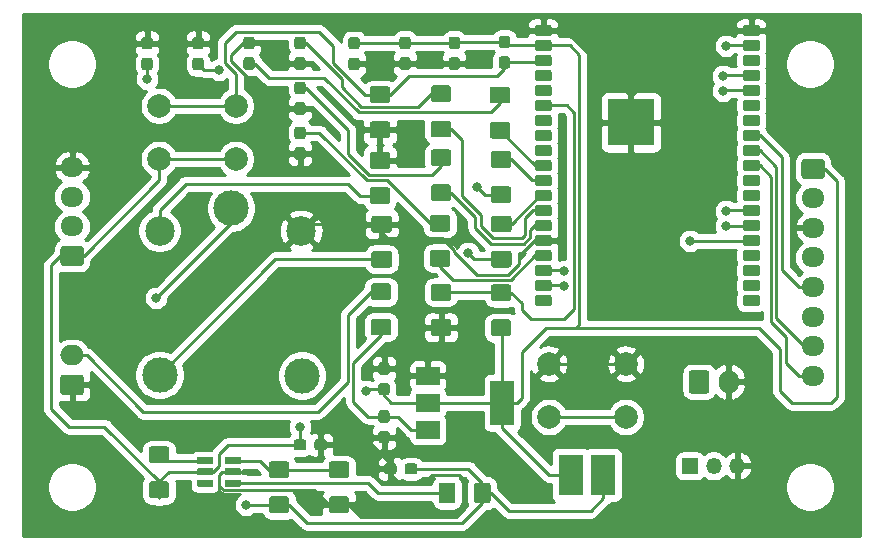
<source format=gbr>
G04 #@! TF.GenerationSoftware,KiCad,Pcbnew,5.1.5+dfsg1-2build2*
G04 #@! TF.CreationDate,2021-12-16T07:29:40-05:00*
G04 #@! TF.ProjectId,schematics,73636865-6d61-4746-9963-732e6b696361,rev?*
G04 #@! TF.SameCoordinates,Original*
G04 #@! TF.FileFunction,Copper,L1,Top*
G04 #@! TF.FilePolarity,Positive*
%FSLAX46Y46*%
G04 Gerber Fmt 4.6, Leading zero omitted, Abs format (unit mm)*
G04 Created by KiCad (PCBNEW 5.1.5+dfsg1-2build2) date 2021-12-16 07:29:40*
%MOMM*%
%LPD*%
G04 APERTURE LIST*
%ADD10C,0.100000*%
%ADD11R,4.000000X4.000000*%
%ADD12O,1.950000X1.700000*%
%ADD13O,2.000000X1.700000*%
%ADD14O,1.700000X2.000000*%
%ADD15C,2.500000*%
%ADD16C,3.000000*%
%ADD17R,1.350000X1.350000*%
%ADD18O,1.350000X1.350000*%
%ADD19C,2.000000*%
%ADD20R,2.000000X3.800000*%
%ADD21R,2.000000X1.500000*%
%ADD22R,2.050000X3.500000*%
%ADD23C,0.800000*%
%ADD24C,0.250000*%
%ADD25C,0.254000*%
G04 APERTURE END LIST*
G04 #@! TA.AperFunction,SMDPad,CuDef*
D10*
G36*
X128054026Y-142248550D02*
G01*
X128074790Y-142251630D01*
X128095152Y-142256730D01*
X128114916Y-142263802D01*
X128133892Y-142272777D01*
X128151896Y-142283569D01*
X128168757Y-142296073D01*
X128184310Y-142310170D01*
X128198407Y-142325723D01*
X128210911Y-142342584D01*
X128221703Y-142360588D01*
X128230678Y-142379564D01*
X128237750Y-142399328D01*
X128242850Y-142419690D01*
X128245930Y-142440454D01*
X128246960Y-142461420D01*
X128246960Y-142963620D01*
X128245930Y-142984586D01*
X128242850Y-143005350D01*
X128237750Y-143025712D01*
X128230678Y-143045476D01*
X128221703Y-143064452D01*
X128210911Y-143082456D01*
X128198407Y-143099317D01*
X128184310Y-143114870D01*
X128168757Y-143128967D01*
X128151896Y-143141471D01*
X128133892Y-143152263D01*
X128114916Y-143161238D01*
X128095152Y-143168310D01*
X128074790Y-143173410D01*
X128054026Y-143176490D01*
X128033060Y-143177520D01*
X127010860Y-143177520D01*
X126989894Y-143176490D01*
X126969130Y-143173410D01*
X126948768Y-143168310D01*
X126929004Y-143161238D01*
X126910028Y-143152263D01*
X126892024Y-143141471D01*
X126875163Y-143128967D01*
X126859610Y-143114870D01*
X126845513Y-143099317D01*
X126833009Y-143082456D01*
X126822217Y-143064452D01*
X126813242Y-143045476D01*
X126806170Y-143025712D01*
X126801070Y-143005350D01*
X126797990Y-142984586D01*
X126796960Y-142963620D01*
X126796960Y-142461420D01*
X126797990Y-142440454D01*
X126801070Y-142419690D01*
X126806170Y-142399328D01*
X126813242Y-142379564D01*
X126822217Y-142360588D01*
X126833009Y-142342584D01*
X126845513Y-142325723D01*
X126859610Y-142310170D01*
X126875163Y-142296073D01*
X126892024Y-142283569D01*
X126910028Y-142272777D01*
X126929004Y-142263802D01*
X126948768Y-142256730D01*
X126969130Y-142251630D01*
X126989894Y-142248550D01*
X127010860Y-142247520D01*
X128033060Y-142247520D01*
X128054026Y-142248550D01*
G37*
G04 #@! TD.AperFunction*
G04 #@! TA.AperFunction,SMDPad,CuDef*
G36*
X128054026Y-143518550D02*
G01*
X128074790Y-143521630D01*
X128095152Y-143526730D01*
X128114916Y-143533802D01*
X128133892Y-143542777D01*
X128151896Y-143553569D01*
X128168757Y-143566073D01*
X128184310Y-143580170D01*
X128198407Y-143595723D01*
X128210911Y-143612584D01*
X128221703Y-143630588D01*
X128230678Y-143649564D01*
X128237750Y-143669328D01*
X128242850Y-143689690D01*
X128245930Y-143710454D01*
X128246960Y-143731420D01*
X128246960Y-144233620D01*
X128245930Y-144254586D01*
X128242850Y-144275350D01*
X128237750Y-144295712D01*
X128230678Y-144315476D01*
X128221703Y-144334452D01*
X128210911Y-144352456D01*
X128198407Y-144369317D01*
X128184310Y-144384870D01*
X128168757Y-144398967D01*
X128151896Y-144411471D01*
X128133892Y-144422263D01*
X128114916Y-144431238D01*
X128095152Y-144438310D01*
X128074790Y-144443410D01*
X128054026Y-144446490D01*
X128033060Y-144447520D01*
X127010860Y-144447520D01*
X126989894Y-144446490D01*
X126969130Y-144443410D01*
X126948768Y-144438310D01*
X126929004Y-144431238D01*
X126910028Y-144422263D01*
X126892024Y-144411471D01*
X126875163Y-144398967D01*
X126859610Y-144384870D01*
X126845513Y-144369317D01*
X126833009Y-144352456D01*
X126822217Y-144334452D01*
X126813242Y-144315476D01*
X126806170Y-144295712D01*
X126801070Y-144275350D01*
X126797990Y-144254586D01*
X126796960Y-144233620D01*
X126796960Y-143731420D01*
X126797990Y-143710454D01*
X126801070Y-143689690D01*
X126806170Y-143669328D01*
X126813242Y-143649564D01*
X126822217Y-143630588D01*
X126833009Y-143612584D01*
X126845513Y-143595723D01*
X126859610Y-143580170D01*
X126875163Y-143566073D01*
X126892024Y-143553569D01*
X126910028Y-143542777D01*
X126929004Y-143533802D01*
X126948768Y-143526730D01*
X126969130Y-143521630D01*
X126989894Y-143518550D01*
X127010860Y-143517520D01*
X128033060Y-143517520D01*
X128054026Y-143518550D01*
G37*
G04 #@! TD.AperFunction*
G04 #@! TA.AperFunction,SMDPad,CuDef*
G36*
X128054026Y-144788550D02*
G01*
X128074790Y-144791630D01*
X128095152Y-144796730D01*
X128114916Y-144803802D01*
X128133892Y-144812777D01*
X128151896Y-144823569D01*
X128168757Y-144836073D01*
X128184310Y-144850170D01*
X128198407Y-144865723D01*
X128210911Y-144882584D01*
X128221703Y-144900588D01*
X128230678Y-144919564D01*
X128237750Y-144939328D01*
X128242850Y-144959690D01*
X128245930Y-144980454D01*
X128246960Y-145001420D01*
X128246960Y-145503620D01*
X128245930Y-145524586D01*
X128242850Y-145545350D01*
X128237750Y-145565712D01*
X128230678Y-145585476D01*
X128221703Y-145604452D01*
X128210911Y-145622456D01*
X128198407Y-145639317D01*
X128184310Y-145654870D01*
X128168757Y-145668967D01*
X128151896Y-145681471D01*
X128133892Y-145692263D01*
X128114916Y-145701238D01*
X128095152Y-145708310D01*
X128074790Y-145713410D01*
X128054026Y-145716490D01*
X128033060Y-145717520D01*
X127010860Y-145717520D01*
X126989894Y-145716490D01*
X126969130Y-145713410D01*
X126948768Y-145708310D01*
X126929004Y-145701238D01*
X126910028Y-145692263D01*
X126892024Y-145681471D01*
X126875163Y-145668967D01*
X126859610Y-145654870D01*
X126845513Y-145639317D01*
X126833009Y-145622456D01*
X126822217Y-145604452D01*
X126813242Y-145585476D01*
X126806170Y-145565712D01*
X126801070Y-145545350D01*
X126797990Y-145524586D01*
X126796960Y-145503620D01*
X126796960Y-145001420D01*
X126797990Y-144980454D01*
X126801070Y-144959690D01*
X126806170Y-144939328D01*
X126813242Y-144919564D01*
X126822217Y-144900588D01*
X126833009Y-144882584D01*
X126845513Y-144865723D01*
X126859610Y-144850170D01*
X126875163Y-144836073D01*
X126892024Y-144823569D01*
X126910028Y-144812777D01*
X126929004Y-144803802D01*
X126948768Y-144796730D01*
X126969130Y-144791630D01*
X126989894Y-144788550D01*
X127010860Y-144787520D01*
X128033060Y-144787520D01*
X128054026Y-144788550D01*
G37*
G04 #@! TD.AperFunction*
G04 #@! TA.AperFunction,SMDPad,CuDef*
G36*
X128054026Y-146058550D02*
G01*
X128074790Y-146061630D01*
X128095152Y-146066730D01*
X128114916Y-146073802D01*
X128133892Y-146082777D01*
X128151896Y-146093569D01*
X128168757Y-146106073D01*
X128184310Y-146120170D01*
X128198407Y-146135723D01*
X128210911Y-146152584D01*
X128221703Y-146170588D01*
X128230678Y-146189564D01*
X128237750Y-146209328D01*
X128242850Y-146229690D01*
X128245930Y-146250454D01*
X128246960Y-146271420D01*
X128246960Y-146773620D01*
X128245930Y-146794586D01*
X128242850Y-146815350D01*
X128237750Y-146835712D01*
X128230678Y-146855476D01*
X128221703Y-146874452D01*
X128210911Y-146892456D01*
X128198407Y-146909317D01*
X128184310Y-146924870D01*
X128168757Y-146938967D01*
X128151896Y-146951471D01*
X128133892Y-146962263D01*
X128114916Y-146971238D01*
X128095152Y-146978310D01*
X128074790Y-146983410D01*
X128054026Y-146986490D01*
X128033060Y-146987520D01*
X127010860Y-146987520D01*
X126989894Y-146986490D01*
X126969130Y-146983410D01*
X126948768Y-146978310D01*
X126929004Y-146971238D01*
X126910028Y-146962263D01*
X126892024Y-146951471D01*
X126875163Y-146938967D01*
X126859610Y-146924870D01*
X126845513Y-146909317D01*
X126833009Y-146892456D01*
X126822217Y-146874452D01*
X126813242Y-146855476D01*
X126806170Y-146835712D01*
X126801070Y-146815350D01*
X126797990Y-146794586D01*
X126796960Y-146773620D01*
X126796960Y-146271420D01*
X126797990Y-146250454D01*
X126801070Y-146229690D01*
X126806170Y-146209328D01*
X126813242Y-146189564D01*
X126822217Y-146170588D01*
X126833009Y-146152584D01*
X126845513Y-146135723D01*
X126859610Y-146120170D01*
X126875163Y-146106073D01*
X126892024Y-146093569D01*
X126910028Y-146082777D01*
X126929004Y-146073802D01*
X126948768Y-146066730D01*
X126969130Y-146061630D01*
X126989894Y-146058550D01*
X127010860Y-146057520D01*
X128033060Y-146057520D01*
X128054026Y-146058550D01*
G37*
G04 #@! TD.AperFunction*
G04 #@! TA.AperFunction,SMDPad,CuDef*
G36*
X128054026Y-147328550D02*
G01*
X128074790Y-147331630D01*
X128095152Y-147336730D01*
X128114916Y-147343802D01*
X128133892Y-147352777D01*
X128151896Y-147363569D01*
X128168757Y-147376073D01*
X128184310Y-147390170D01*
X128198407Y-147405723D01*
X128210911Y-147422584D01*
X128221703Y-147440588D01*
X128230678Y-147459564D01*
X128237750Y-147479328D01*
X128242850Y-147499690D01*
X128245930Y-147520454D01*
X128246960Y-147541420D01*
X128246960Y-148043620D01*
X128245930Y-148064586D01*
X128242850Y-148085350D01*
X128237750Y-148105712D01*
X128230678Y-148125476D01*
X128221703Y-148144452D01*
X128210911Y-148162456D01*
X128198407Y-148179317D01*
X128184310Y-148194870D01*
X128168757Y-148208967D01*
X128151896Y-148221471D01*
X128133892Y-148232263D01*
X128114916Y-148241238D01*
X128095152Y-148248310D01*
X128074790Y-148253410D01*
X128054026Y-148256490D01*
X128033060Y-148257520D01*
X127010860Y-148257520D01*
X126989894Y-148256490D01*
X126969130Y-148253410D01*
X126948768Y-148248310D01*
X126929004Y-148241238D01*
X126910028Y-148232263D01*
X126892024Y-148221471D01*
X126875163Y-148208967D01*
X126859610Y-148194870D01*
X126845513Y-148179317D01*
X126833009Y-148162456D01*
X126822217Y-148144452D01*
X126813242Y-148125476D01*
X126806170Y-148105712D01*
X126801070Y-148085350D01*
X126797990Y-148064586D01*
X126796960Y-148043620D01*
X126796960Y-147541420D01*
X126797990Y-147520454D01*
X126801070Y-147499690D01*
X126806170Y-147479328D01*
X126813242Y-147459564D01*
X126822217Y-147440588D01*
X126833009Y-147422584D01*
X126845513Y-147405723D01*
X126859610Y-147390170D01*
X126875163Y-147376073D01*
X126892024Y-147363569D01*
X126910028Y-147352777D01*
X126929004Y-147343802D01*
X126948768Y-147336730D01*
X126969130Y-147331630D01*
X126989894Y-147328550D01*
X127010860Y-147327520D01*
X128033060Y-147327520D01*
X128054026Y-147328550D01*
G37*
G04 #@! TD.AperFunction*
G04 #@! TA.AperFunction,SMDPad,CuDef*
G36*
X128054026Y-148598550D02*
G01*
X128074790Y-148601630D01*
X128095152Y-148606730D01*
X128114916Y-148613802D01*
X128133892Y-148622777D01*
X128151896Y-148633569D01*
X128168757Y-148646073D01*
X128184310Y-148660170D01*
X128198407Y-148675723D01*
X128210911Y-148692584D01*
X128221703Y-148710588D01*
X128230678Y-148729564D01*
X128237750Y-148749328D01*
X128242850Y-148769690D01*
X128245930Y-148790454D01*
X128246960Y-148811420D01*
X128246960Y-149313620D01*
X128245930Y-149334586D01*
X128242850Y-149355350D01*
X128237750Y-149375712D01*
X128230678Y-149395476D01*
X128221703Y-149414452D01*
X128210911Y-149432456D01*
X128198407Y-149449317D01*
X128184310Y-149464870D01*
X128168757Y-149478967D01*
X128151896Y-149491471D01*
X128133892Y-149502263D01*
X128114916Y-149511238D01*
X128095152Y-149518310D01*
X128074790Y-149523410D01*
X128054026Y-149526490D01*
X128033060Y-149527520D01*
X127010860Y-149527520D01*
X126989894Y-149526490D01*
X126969130Y-149523410D01*
X126948768Y-149518310D01*
X126929004Y-149511238D01*
X126910028Y-149502263D01*
X126892024Y-149491471D01*
X126875163Y-149478967D01*
X126859610Y-149464870D01*
X126845513Y-149449317D01*
X126833009Y-149432456D01*
X126822217Y-149414452D01*
X126813242Y-149395476D01*
X126806170Y-149375712D01*
X126801070Y-149355350D01*
X126797990Y-149334586D01*
X126796960Y-149313620D01*
X126796960Y-148811420D01*
X126797990Y-148790454D01*
X126801070Y-148769690D01*
X126806170Y-148749328D01*
X126813242Y-148729564D01*
X126822217Y-148710588D01*
X126833009Y-148692584D01*
X126845513Y-148675723D01*
X126859610Y-148660170D01*
X126875163Y-148646073D01*
X126892024Y-148633569D01*
X126910028Y-148622777D01*
X126929004Y-148613802D01*
X126948768Y-148606730D01*
X126969130Y-148601630D01*
X126989894Y-148598550D01*
X127010860Y-148597520D01*
X128033060Y-148597520D01*
X128054026Y-148598550D01*
G37*
G04 #@! TD.AperFunction*
G04 #@! TA.AperFunction,SMDPad,CuDef*
G36*
X128054026Y-149868550D02*
G01*
X128074790Y-149871630D01*
X128095152Y-149876730D01*
X128114916Y-149883802D01*
X128133892Y-149892777D01*
X128151896Y-149903569D01*
X128168757Y-149916073D01*
X128184310Y-149930170D01*
X128198407Y-149945723D01*
X128210911Y-149962584D01*
X128221703Y-149980588D01*
X128230678Y-149999564D01*
X128237750Y-150019328D01*
X128242850Y-150039690D01*
X128245930Y-150060454D01*
X128246960Y-150081420D01*
X128246960Y-150583620D01*
X128245930Y-150604586D01*
X128242850Y-150625350D01*
X128237750Y-150645712D01*
X128230678Y-150665476D01*
X128221703Y-150684452D01*
X128210911Y-150702456D01*
X128198407Y-150719317D01*
X128184310Y-150734870D01*
X128168757Y-150748967D01*
X128151896Y-150761471D01*
X128133892Y-150772263D01*
X128114916Y-150781238D01*
X128095152Y-150788310D01*
X128074790Y-150793410D01*
X128054026Y-150796490D01*
X128033060Y-150797520D01*
X127010860Y-150797520D01*
X126989894Y-150796490D01*
X126969130Y-150793410D01*
X126948768Y-150788310D01*
X126929004Y-150781238D01*
X126910028Y-150772263D01*
X126892024Y-150761471D01*
X126875163Y-150748967D01*
X126859610Y-150734870D01*
X126845513Y-150719317D01*
X126833009Y-150702456D01*
X126822217Y-150684452D01*
X126813242Y-150665476D01*
X126806170Y-150645712D01*
X126801070Y-150625350D01*
X126797990Y-150604586D01*
X126796960Y-150583620D01*
X126796960Y-150081420D01*
X126797990Y-150060454D01*
X126801070Y-150039690D01*
X126806170Y-150019328D01*
X126813242Y-149999564D01*
X126822217Y-149980588D01*
X126833009Y-149962584D01*
X126845513Y-149945723D01*
X126859610Y-149930170D01*
X126875163Y-149916073D01*
X126892024Y-149903569D01*
X126910028Y-149892777D01*
X126929004Y-149883802D01*
X126948768Y-149876730D01*
X126969130Y-149871630D01*
X126989894Y-149868550D01*
X127010860Y-149867520D01*
X128033060Y-149867520D01*
X128054026Y-149868550D01*
G37*
G04 #@! TD.AperFunction*
G04 #@! TA.AperFunction,SMDPad,CuDef*
G36*
X128054026Y-151138550D02*
G01*
X128074790Y-151141630D01*
X128095152Y-151146730D01*
X128114916Y-151153802D01*
X128133892Y-151162777D01*
X128151896Y-151173569D01*
X128168757Y-151186073D01*
X128184310Y-151200170D01*
X128198407Y-151215723D01*
X128210911Y-151232584D01*
X128221703Y-151250588D01*
X128230678Y-151269564D01*
X128237750Y-151289328D01*
X128242850Y-151309690D01*
X128245930Y-151330454D01*
X128246960Y-151351420D01*
X128246960Y-151853620D01*
X128245930Y-151874586D01*
X128242850Y-151895350D01*
X128237750Y-151915712D01*
X128230678Y-151935476D01*
X128221703Y-151954452D01*
X128210911Y-151972456D01*
X128198407Y-151989317D01*
X128184310Y-152004870D01*
X128168757Y-152018967D01*
X128151896Y-152031471D01*
X128133892Y-152042263D01*
X128114916Y-152051238D01*
X128095152Y-152058310D01*
X128074790Y-152063410D01*
X128054026Y-152066490D01*
X128033060Y-152067520D01*
X127010860Y-152067520D01*
X126989894Y-152066490D01*
X126969130Y-152063410D01*
X126948768Y-152058310D01*
X126929004Y-152051238D01*
X126910028Y-152042263D01*
X126892024Y-152031471D01*
X126875163Y-152018967D01*
X126859610Y-152004870D01*
X126845513Y-151989317D01*
X126833009Y-151972456D01*
X126822217Y-151954452D01*
X126813242Y-151935476D01*
X126806170Y-151915712D01*
X126801070Y-151895350D01*
X126797990Y-151874586D01*
X126796960Y-151853620D01*
X126796960Y-151351420D01*
X126797990Y-151330454D01*
X126801070Y-151309690D01*
X126806170Y-151289328D01*
X126813242Y-151269564D01*
X126822217Y-151250588D01*
X126833009Y-151232584D01*
X126845513Y-151215723D01*
X126859610Y-151200170D01*
X126875163Y-151186073D01*
X126892024Y-151173569D01*
X126910028Y-151162777D01*
X126929004Y-151153802D01*
X126948768Y-151146730D01*
X126969130Y-151141630D01*
X126989894Y-151138550D01*
X127010860Y-151137520D01*
X128033060Y-151137520D01*
X128054026Y-151138550D01*
G37*
G04 #@! TD.AperFunction*
G04 #@! TA.AperFunction,SMDPad,CuDef*
G36*
X128054026Y-152408550D02*
G01*
X128074790Y-152411630D01*
X128095152Y-152416730D01*
X128114916Y-152423802D01*
X128133892Y-152432777D01*
X128151896Y-152443569D01*
X128168757Y-152456073D01*
X128184310Y-152470170D01*
X128198407Y-152485723D01*
X128210911Y-152502584D01*
X128221703Y-152520588D01*
X128230678Y-152539564D01*
X128237750Y-152559328D01*
X128242850Y-152579690D01*
X128245930Y-152600454D01*
X128246960Y-152621420D01*
X128246960Y-153123620D01*
X128245930Y-153144586D01*
X128242850Y-153165350D01*
X128237750Y-153185712D01*
X128230678Y-153205476D01*
X128221703Y-153224452D01*
X128210911Y-153242456D01*
X128198407Y-153259317D01*
X128184310Y-153274870D01*
X128168757Y-153288967D01*
X128151896Y-153301471D01*
X128133892Y-153312263D01*
X128114916Y-153321238D01*
X128095152Y-153328310D01*
X128074790Y-153333410D01*
X128054026Y-153336490D01*
X128033060Y-153337520D01*
X127010860Y-153337520D01*
X126989894Y-153336490D01*
X126969130Y-153333410D01*
X126948768Y-153328310D01*
X126929004Y-153321238D01*
X126910028Y-153312263D01*
X126892024Y-153301471D01*
X126875163Y-153288967D01*
X126859610Y-153274870D01*
X126845513Y-153259317D01*
X126833009Y-153242456D01*
X126822217Y-153224452D01*
X126813242Y-153205476D01*
X126806170Y-153185712D01*
X126801070Y-153165350D01*
X126797990Y-153144586D01*
X126796960Y-153123620D01*
X126796960Y-152621420D01*
X126797990Y-152600454D01*
X126801070Y-152579690D01*
X126806170Y-152559328D01*
X126813242Y-152539564D01*
X126822217Y-152520588D01*
X126833009Y-152502584D01*
X126845513Y-152485723D01*
X126859610Y-152470170D01*
X126875163Y-152456073D01*
X126892024Y-152443569D01*
X126910028Y-152432777D01*
X126929004Y-152423802D01*
X126948768Y-152416730D01*
X126969130Y-152411630D01*
X126989894Y-152408550D01*
X127010860Y-152407520D01*
X128033060Y-152407520D01*
X128054026Y-152408550D01*
G37*
G04 #@! TD.AperFunction*
G04 #@! TA.AperFunction,SMDPad,CuDef*
G36*
X128054026Y-153678550D02*
G01*
X128074790Y-153681630D01*
X128095152Y-153686730D01*
X128114916Y-153693802D01*
X128133892Y-153702777D01*
X128151896Y-153713569D01*
X128168757Y-153726073D01*
X128184310Y-153740170D01*
X128198407Y-153755723D01*
X128210911Y-153772584D01*
X128221703Y-153790588D01*
X128230678Y-153809564D01*
X128237750Y-153829328D01*
X128242850Y-153849690D01*
X128245930Y-153870454D01*
X128246960Y-153891420D01*
X128246960Y-154393620D01*
X128245930Y-154414586D01*
X128242850Y-154435350D01*
X128237750Y-154455712D01*
X128230678Y-154475476D01*
X128221703Y-154494452D01*
X128210911Y-154512456D01*
X128198407Y-154529317D01*
X128184310Y-154544870D01*
X128168757Y-154558967D01*
X128151896Y-154571471D01*
X128133892Y-154582263D01*
X128114916Y-154591238D01*
X128095152Y-154598310D01*
X128074790Y-154603410D01*
X128054026Y-154606490D01*
X128033060Y-154607520D01*
X127010860Y-154607520D01*
X126989894Y-154606490D01*
X126969130Y-154603410D01*
X126948768Y-154598310D01*
X126929004Y-154591238D01*
X126910028Y-154582263D01*
X126892024Y-154571471D01*
X126875163Y-154558967D01*
X126859610Y-154544870D01*
X126845513Y-154529317D01*
X126833009Y-154512456D01*
X126822217Y-154494452D01*
X126813242Y-154475476D01*
X126806170Y-154455712D01*
X126801070Y-154435350D01*
X126797990Y-154414586D01*
X126796960Y-154393620D01*
X126796960Y-153891420D01*
X126797990Y-153870454D01*
X126801070Y-153849690D01*
X126806170Y-153829328D01*
X126813242Y-153809564D01*
X126822217Y-153790588D01*
X126833009Y-153772584D01*
X126845513Y-153755723D01*
X126859610Y-153740170D01*
X126875163Y-153726073D01*
X126892024Y-153713569D01*
X126910028Y-153702777D01*
X126929004Y-153693802D01*
X126948768Y-153686730D01*
X126969130Y-153681630D01*
X126989894Y-153678550D01*
X127010860Y-153677520D01*
X128033060Y-153677520D01*
X128054026Y-153678550D01*
G37*
G04 #@! TD.AperFunction*
G04 #@! TA.AperFunction,SMDPad,CuDef*
G36*
X128054026Y-154948550D02*
G01*
X128074790Y-154951630D01*
X128095152Y-154956730D01*
X128114916Y-154963802D01*
X128133892Y-154972777D01*
X128151896Y-154983569D01*
X128168757Y-154996073D01*
X128184310Y-155010170D01*
X128198407Y-155025723D01*
X128210911Y-155042584D01*
X128221703Y-155060588D01*
X128230678Y-155079564D01*
X128237750Y-155099328D01*
X128242850Y-155119690D01*
X128245930Y-155140454D01*
X128246960Y-155161420D01*
X128246960Y-155663620D01*
X128245930Y-155684586D01*
X128242850Y-155705350D01*
X128237750Y-155725712D01*
X128230678Y-155745476D01*
X128221703Y-155764452D01*
X128210911Y-155782456D01*
X128198407Y-155799317D01*
X128184310Y-155814870D01*
X128168757Y-155828967D01*
X128151896Y-155841471D01*
X128133892Y-155852263D01*
X128114916Y-155861238D01*
X128095152Y-155868310D01*
X128074790Y-155873410D01*
X128054026Y-155876490D01*
X128033060Y-155877520D01*
X127010860Y-155877520D01*
X126989894Y-155876490D01*
X126969130Y-155873410D01*
X126948768Y-155868310D01*
X126929004Y-155861238D01*
X126910028Y-155852263D01*
X126892024Y-155841471D01*
X126875163Y-155828967D01*
X126859610Y-155814870D01*
X126845513Y-155799317D01*
X126833009Y-155782456D01*
X126822217Y-155764452D01*
X126813242Y-155745476D01*
X126806170Y-155725712D01*
X126801070Y-155705350D01*
X126797990Y-155684586D01*
X126796960Y-155663620D01*
X126796960Y-155161420D01*
X126797990Y-155140454D01*
X126801070Y-155119690D01*
X126806170Y-155099328D01*
X126813242Y-155079564D01*
X126822217Y-155060588D01*
X126833009Y-155042584D01*
X126845513Y-155025723D01*
X126859610Y-155010170D01*
X126875163Y-154996073D01*
X126892024Y-154983569D01*
X126910028Y-154972777D01*
X126929004Y-154963802D01*
X126948768Y-154956730D01*
X126969130Y-154951630D01*
X126989894Y-154948550D01*
X127010860Y-154947520D01*
X128033060Y-154947520D01*
X128054026Y-154948550D01*
G37*
G04 #@! TD.AperFunction*
G04 #@! TA.AperFunction,SMDPad,CuDef*
G36*
X128054026Y-156218550D02*
G01*
X128074790Y-156221630D01*
X128095152Y-156226730D01*
X128114916Y-156233802D01*
X128133892Y-156242777D01*
X128151896Y-156253569D01*
X128168757Y-156266073D01*
X128184310Y-156280170D01*
X128198407Y-156295723D01*
X128210911Y-156312584D01*
X128221703Y-156330588D01*
X128230678Y-156349564D01*
X128237750Y-156369328D01*
X128242850Y-156389690D01*
X128245930Y-156410454D01*
X128246960Y-156431420D01*
X128246960Y-156933620D01*
X128245930Y-156954586D01*
X128242850Y-156975350D01*
X128237750Y-156995712D01*
X128230678Y-157015476D01*
X128221703Y-157034452D01*
X128210911Y-157052456D01*
X128198407Y-157069317D01*
X128184310Y-157084870D01*
X128168757Y-157098967D01*
X128151896Y-157111471D01*
X128133892Y-157122263D01*
X128114916Y-157131238D01*
X128095152Y-157138310D01*
X128074790Y-157143410D01*
X128054026Y-157146490D01*
X128033060Y-157147520D01*
X127010860Y-157147520D01*
X126989894Y-157146490D01*
X126969130Y-157143410D01*
X126948768Y-157138310D01*
X126929004Y-157131238D01*
X126910028Y-157122263D01*
X126892024Y-157111471D01*
X126875163Y-157098967D01*
X126859610Y-157084870D01*
X126845513Y-157069317D01*
X126833009Y-157052456D01*
X126822217Y-157034452D01*
X126813242Y-157015476D01*
X126806170Y-156995712D01*
X126801070Y-156975350D01*
X126797990Y-156954586D01*
X126796960Y-156933620D01*
X126796960Y-156431420D01*
X126797990Y-156410454D01*
X126801070Y-156389690D01*
X126806170Y-156369328D01*
X126813242Y-156349564D01*
X126822217Y-156330588D01*
X126833009Y-156312584D01*
X126845513Y-156295723D01*
X126859610Y-156280170D01*
X126875163Y-156266073D01*
X126892024Y-156253569D01*
X126910028Y-156242777D01*
X126929004Y-156233802D01*
X126948768Y-156226730D01*
X126969130Y-156221630D01*
X126989894Y-156218550D01*
X127010860Y-156217520D01*
X128033060Y-156217520D01*
X128054026Y-156218550D01*
G37*
G04 #@! TD.AperFunction*
G04 #@! TA.AperFunction,SMDPad,CuDef*
G36*
X128054026Y-157488550D02*
G01*
X128074790Y-157491630D01*
X128095152Y-157496730D01*
X128114916Y-157503802D01*
X128133892Y-157512777D01*
X128151896Y-157523569D01*
X128168757Y-157536073D01*
X128184310Y-157550170D01*
X128198407Y-157565723D01*
X128210911Y-157582584D01*
X128221703Y-157600588D01*
X128230678Y-157619564D01*
X128237750Y-157639328D01*
X128242850Y-157659690D01*
X128245930Y-157680454D01*
X128246960Y-157701420D01*
X128246960Y-158203620D01*
X128245930Y-158224586D01*
X128242850Y-158245350D01*
X128237750Y-158265712D01*
X128230678Y-158285476D01*
X128221703Y-158304452D01*
X128210911Y-158322456D01*
X128198407Y-158339317D01*
X128184310Y-158354870D01*
X128168757Y-158368967D01*
X128151896Y-158381471D01*
X128133892Y-158392263D01*
X128114916Y-158401238D01*
X128095152Y-158408310D01*
X128074790Y-158413410D01*
X128054026Y-158416490D01*
X128033060Y-158417520D01*
X127010860Y-158417520D01*
X126989894Y-158416490D01*
X126969130Y-158413410D01*
X126948768Y-158408310D01*
X126929004Y-158401238D01*
X126910028Y-158392263D01*
X126892024Y-158381471D01*
X126875163Y-158368967D01*
X126859610Y-158354870D01*
X126845513Y-158339317D01*
X126833009Y-158322456D01*
X126822217Y-158304452D01*
X126813242Y-158285476D01*
X126806170Y-158265712D01*
X126801070Y-158245350D01*
X126797990Y-158224586D01*
X126796960Y-158203620D01*
X126796960Y-157701420D01*
X126797990Y-157680454D01*
X126801070Y-157659690D01*
X126806170Y-157639328D01*
X126813242Y-157619564D01*
X126822217Y-157600588D01*
X126833009Y-157582584D01*
X126845513Y-157565723D01*
X126859610Y-157550170D01*
X126875163Y-157536073D01*
X126892024Y-157523569D01*
X126910028Y-157512777D01*
X126929004Y-157503802D01*
X126948768Y-157496730D01*
X126969130Y-157491630D01*
X126989894Y-157488550D01*
X127010860Y-157487520D01*
X128033060Y-157487520D01*
X128054026Y-157488550D01*
G37*
G04 #@! TD.AperFunction*
G04 #@! TA.AperFunction,SMDPad,CuDef*
G36*
X128054026Y-158758550D02*
G01*
X128074790Y-158761630D01*
X128095152Y-158766730D01*
X128114916Y-158773802D01*
X128133892Y-158782777D01*
X128151896Y-158793569D01*
X128168757Y-158806073D01*
X128184310Y-158820170D01*
X128198407Y-158835723D01*
X128210911Y-158852584D01*
X128221703Y-158870588D01*
X128230678Y-158889564D01*
X128237750Y-158909328D01*
X128242850Y-158929690D01*
X128245930Y-158950454D01*
X128246960Y-158971420D01*
X128246960Y-159473620D01*
X128245930Y-159494586D01*
X128242850Y-159515350D01*
X128237750Y-159535712D01*
X128230678Y-159555476D01*
X128221703Y-159574452D01*
X128210911Y-159592456D01*
X128198407Y-159609317D01*
X128184310Y-159624870D01*
X128168757Y-159638967D01*
X128151896Y-159651471D01*
X128133892Y-159662263D01*
X128114916Y-159671238D01*
X128095152Y-159678310D01*
X128074790Y-159683410D01*
X128054026Y-159686490D01*
X128033060Y-159687520D01*
X127010860Y-159687520D01*
X126989894Y-159686490D01*
X126969130Y-159683410D01*
X126948768Y-159678310D01*
X126929004Y-159671238D01*
X126910028Y-159662263D01*
X126892024Y-159651471D01*
X126875163Y-159638967D01*
X126859610Y-159624870D01*
X126845513Y-159609317D01*
X126833009Y-159592456D01*
X126822217Y-159574452D01*
X126813242Y-159555476D01*
X126806170Y-159535712D01*
X126801070Y-159515350D01*
X126797990Y-159494586D01*
X126796960Y-159473620D01*
X126796960Y-158971420D01*
X126797990Y-158950454D01*
X126801070Y-158929690D01*
X126806170Y-158909328D01*
X126813242Y-158889564D01*
X126822217Y-158870588D01*
X126833009Y-158852584D01*
X126845513Y-158835723D01*
X126859610Y-158820170D01*
X126875163Y-158806073D01*
X126892024Y-158793569D01*
X126910028Y-158782777D01*
X126929004Y-158773802D01*
X126948768Y-158766730D01*
X126969130Y-158761630D01*
X126989894Y-158758550D01*
X127010860Y-158757520D01*
X128033060Y-158757520D01*
X128054026Y-158758550D01*
G37*
G04 #@! TD.AperFunction*
G04 #@! TA.AperFunction,SMDPad,CuDef*
G36*
X128054026Y-160028550D02*
G01*
X128074790Y-160031630D01*
X128095152Y-160036730D01*
X128114916Y-160043802D01*
X128133892Y-160052777D01*
X128151896Y-160063569D01*
X128168757Y-160076073D01*
X128184310Y-160090170D01*
X128198407Y-160105723D01*
X128210911Y-160122584D01*
X128221703Y-160140588D01*
X128230678Y-160159564D01*
X128237750Y-160179328D01*
X128242850Y-160199690D01*
X128245930Y-160220454D01*
X128246960Y-160241420D01*
X128246960Y-160743620D01*
X128245930Y-160764586D01*
X128242850Y-160785350D01*
X128237750Y-160805712D01*
X128230678Y-160825476D01*
X128221703Y-160844452D01*
X128210911Y-160862456D01*
X128198407Y-160879317D01*
X128184310Y-160894870D01*
X128168757Y-160908967D01*
X128151896Y-160921471D01*
X128133892Y-160932263D01*
X128114916Y-160941238D01*
X128095152Y-160948310D01*
X128074790Y-160953410D01*
X128054026Y-160956490D01*
X128033060Y-160957520D01*
X127010860Y-160957520D01*
X126989894Y-160956490D01*
X126969130Y-160953410D01*
X126948768Y-160948310D01*
X126929004Y-160941238D01*
X126910028Y-160932263D01*
X126892024Y-160921471D01*
X126875163Y-160908967D01*
X126859610Y-160894870D01*
X126845513Y-160879317D01*
X126833009Y-160862456D01*
X126822217Y-160844452D01*
X126813242Y-160825476D01*
X126806170Y-160805712D01*
X126801070Y-160785350D01*
X126797990Y-160764586D01*
X126796960Y-160743620D01*
X126796960Y-160241420D01*
X126797990Y-160220454D01*
X126801070Y-160199690D01*
X126806170Y-160179328D01*
X126813242Y-160159564D01*
X126822217Y-160140588D01*
X126833009Y-160122584D01*
X126845513Y-160105723D01*
X126859610Y-160090170D01*
X126875163Y-160076073D01*
X126892024Y-160063569D01*
X126910028Y-160052777D01*
X126929004Y-160043802D01*
X126948768Y-160036730D01*
X126969130Y-160031630D01*
X126989894Y-160028550D01*
X127010860Y-160027520D01*
X128033060Y-160027520D01*
X128054026Y-160028550D01*
G37*
G04 #@! TD.AperFunction*
G04 #@! TA.AperFunction,SMDPad,CuDef*
G36*
X128054026Y-161298550D02*
G01*
X128074790Y-161301630D01*
X128095152Y-161306730D01*
X128114916Y-161313802D01*
X128133892Y-161322777D01*
X128151896Y-161333569D01*
X128168757Y-161346073D01*
X128184310Y-161360170D01*
X128198407Y-161375723D01*
X128210911Y-161392584D01*
X128221703Y-161410588D01*
X128230678Y-161429564D01*
X128237750Y-161449328D01*
X128242850Y-161469690D01*
X128245930Y-161490454D01*
X128246960Y-161511420D01*
X128246960Y-162013620D01*
X128245930Y-162034586D01*
X128242850Y-162055350D01*
X128237750Y-162075712D01*
X128230678Y-162095476D01*
X128221703Y-162114452D01*
X128210911Y-162132456D01*
X128198407Y-162149317D01*
X128184310Y-162164870D01*
X128168757Y-162178967D01*
X128151896Y-162191471D01*
X128133892Y-162202263D01*
X128114916Y-162211238D01*
X128095152Y-162218310D01*
X128074790Y-162223410D01*
X128054026Y-162226490D01*
X128033060Y-162227520D01*
X127010860Y-162227520D01*
X126989894Y-162226490D01*
X126969130Y-162223410D01*
X126948768Y-162218310D01*
X126929004Y-162211238D01*
X126910028Y-162202263D01*
X126892024Y-162191471D01*
X126875163Y-162178967D01*
X126859610Y-162164870D01*
X126845513Y-162149317D01*
X126833009Y-162132456D01*
X126822217Y-162114452D01*
X126813242Y-162095476D01*
X126806170Y-162075712D01*
X126801070Y-162055350D01*
X126797990Y-162034586D01*
X126796960Y-162013620D01*
X126796960Y-161511420D01*
X126797990Y-161490454D01*
X126801070Y-161469690D01*
X126806170Y-161449328D01*
X126813242Y-161429564D01*
X126822217Y-161410588D01*
X126833009Y-161392584D01*
X126845513Y-161375723D01*
X126859610Y-161360170D01*
X126875163Y-161346073D01*
X126892024Y-161333569D01*
X126910028Y-161322777D01*
X126929004Y-161313802D01*
X126948768Y-161306730D01*
X126969130Y-161301630D01*
X126989894Y-161298550D01*
X127010860Y-161297520D01*
X128033060Y-161297520D01*
X128054026Y-161298550D01*
G37*
G04 #@! TD.AperFunction*
G04 #@! TA.AperFunction,SMDPad,CuDef*
G36*
X128054026Y-162568550D02*
G01*
X128074790Y-162571630D01*
X128095152Y-162576730D01*
X128114916Y-162583802D01*
X128133892Y-162592777D01*
X128151896Y-162603569D01*
X128168757Y-162616073D01*
X128184310Y-162630170D01*
X128198407Y-162645723D01*
X128210911Y-162662584D01*
X128221703Y-162680588D01*
X128230678Y-162699564D01*
X128237750Y-162719328D01*
X128242850Y-162739690D01*
X128245930Y-162760454D01*
X128246960Y-162781420D01*
X128246960Y-163283620D01*
X128245930Y-163304586D01*
X128242850Y-163325350D01*
X128237750Y-163345712D01*
X128230678Y-163365476D01*
X128221703Y-163384452D01*
X128210911Y-163402456D01*
X128198407Y-163419317D01*
X128184310Y-163434870D01*
X128168757Y-163448967D01*
X128151896Y-163461471D01*
X128133892Y-163472263D01*
X128114916Y-163481238D01*
X128095152Y-163488310D01*
X128074790Y-163493410D01*
X128054026Y-163496490D01*
X128033060Y-163497520D01*
X127010860Y-163497520D01*
X126989894Y-163496490D01*
X126969130Y-163493410D01*
X126948768Y-163488310D01*
X126929004Y-163481238D01*
X126910028Y-163472263D01*
X126892024Y-163461471D01*
X126875163Y-163448967D01*
X126859610Y-163434870D01*
X126845513Y-163419317D01*
X126833009Y-163402456D01*
X126822217Y-163384452D01*
X126813242Y-163365476D01*
X126806170Y-163345712D01*
X126801070Y-163325350D01*
X126797990Y-163304586D01*
X126796960Y-163283620D01*
X126796960Y-162781420D01*
X126797990Y-162760454D01*
X126801070Y-162739690D01*
X126806170Y-162719328D01*
X126813242Y-162699564D01*
X126822217Y-162680588D01*
X126833009Y-162662584D01*
X126845513Y-162645723D01*
X126859610Y-162630170D01*
X126875163Y-162616073D01*
X126892024Y-162603569D01*
X126910028Y-162592777D01*
X126929004Y-162583802D01*
X126948768Y-162576730D01*
X126969130Y-162571630D01*
X126989894Y-162568550D01*
X127010860Y-162567520D01*
X128033060Y-162567520D01*
X128054026Y-162568550D01*
G37*
G04 #@! TD.AperFunction*
G04 #@! TA.AperFunction,SMDPad,CuDef*
G36*
X128054026Y-163838550D02*
G01*
X128074790Y-163841630D01*
X128095152Y-163846730D01*
X128114916Y-163853802D01*
X128133892Y-163862777D01*
X128151896Y-163873569D01*
X128168757Y-163886073D01*
X128184310Y-163900170D01*
X128198407Y-163915723D01*
X128210911Y-163932584D01*
X128221703Y-163950588D01*
X128230678Y-163969564D01*
X128237750Y-163989328D01*
X128242850Y-164009690D01*
X128245930Y-164030454D01*
X128246960Y-164051420D01*
X128246960Y-164553620D01*
X128245930Y-164574586D01*
X128242850Y-164595350D01*
X128237750Y-164615712D01*
X128230678Y-164635476D01*
X128221703Y-164654452D01*
X128210911Y-164672456D01*
X128198407Y-164689317D01*
X128184310Y-164704870D01*
X128168757Y-164718967D01*
X128151896Y-164731471D01*
X128133892Y-164742263D01*
X128114916Y-164751238D01*
X128095152Y-164758310D01*
X128074790Y-164763410D01*
X128054026Y-164766490D01*
X128033060Y-164767520D01*
X127010860Y-164767520D01*
X126989894Y-164766490D01*
X126969130Y-164763410D01*
X126948768Y-164758310D01*
X126929004Y-164751238D01*
X126910028Y-164742263D01*
X126892024Y-164731471D01*
X126875163Y-164718967D01*
X126859610Y-164704870D01*
X126845513Y-164689317D01*
X126833009Y-164672456D01*
X126822217Y-164654452D01*
X126813242Y-164635476D01*
X126806170Y-164615712D01*
X126801070Y-164595350D01*
X126797990Y-164574586D01*
X126796960Y-164553620D01*
X126796960Y-164051420D01*
X126797990Y-164030454D01*
X126801070Y-164009690D01*
X126806170Y-163989328D01*
X126813242Y-163969564D01*
X126822217Y-163950588D01*
X126833009Y-163932584D01*
X126845513Y-163915723D01*
X126859610Y-163900170D01*
X126875163Y-163886073D01*
X126892024Y-163873569D01*
X126910028Y-163862777D01*
X126929004Y-163853802D01*
X126948768Y-163846730D01*
X126969130Y-163841630D01*
X126989894Y-163838550D01*
X127010860Y-163837520D01*
X128033060Y-163837520D01*
X128054026Y-163838550D01*
G37*
G04 #@! TD.AperFunction*
G04 #@! TA.AperFunction,SMDPad,CuDef*
G36*
X128054026Y-165108550D02*
G01*
X128074790Y-165111630D01*
X128095152Y-165116730D01*
X128114916Y-165123802D01*
X128133892Y-165132777D01*
X128151896Y-165143569D01*
X128168757Y-165156073D01*
X128184310Y-165170170D01*
X128198407Y-165185723D01*
X128210911Y-165202584D01*
X128221703Y-165220588D01*
X128230678Y-165239564D01*
X128237750Y-165259328D01*
X128242850Y-165279690D01*
X128245930Y-165300454D01*
X128246960Y-165321420D01*
X128246960Y-165823620D01*
X128245930Y-165844586D01*
X128242850Y-165865350D01*
X128237750Y-165885712D01*
X128230678Y-165905476D01*
X128221703Y-165924452D01*
X128210911Y-165942456D01*
X128198407Y-165959317D01*
X128184310Y-165974870D01*
X128168757Y-165988967D01*
X128151896Y-166001471D01*
X128133892Y-166012263D01*
X128114916Y-166021238D01*
X128095152Y-166028310D01*
X128074790Y-166033410D01*
X128054026Y-166036490D01*
X128033060Y-166037520D01*
X127010860Y-166037520D01*
X126989894Y-166036490D01*
X126969130Y-166033410D01*
X126948768Y-166028310D01*
X126929004Y-166021238D01*
X126910028Y-166012263D01*
X126892024Y-166001471D01*
X126875163Y-165988967D01*
X126859610Y-165974870D01*
X126845513Y-165959317D01*
X126833009Y-165942456D01*
X126822217Y-165924452D01*
X126813242Y-165905476D01*
X126806170Y-165885712D01*
X126801070Y-165865350D01*
X126797990Y-165844586D01*
X126796960Y-165823620D01*
X126796960Y-165321420D01*
X126797990Y-165300454D01*
X126801070Y-165279690D01*
X126806170Y-165259328D01*
X126813242Y-165239564D01*
X126822217Y-165220588D01*
X126833009Y-165202584D01*
X126845513Y-165185723D01*
X126859610Y-165170170D01*
X126875163Y-165156073D01*
X126892024Y-165143569D01*
X126910028Y-165132777D01*
X126929004Y-165123802D01*
X126948768Y-165116730D01*
X126969130Y-165111630D01*
X126989894Y-165108550D01*
X127010860Y-165107520D01*
X128033060Y-165107520D01*
X128054026Y-165108550D01*
G37*
G04 #@! TD.AperFunction*
G04 #@! TA.AperFunction,SMDPad,CuDef*
G36*
X145674026Y-165108550D02*
G01*
X145694790Y-165111630D01*
X145715152Y-165116730D01*
X145734916Y-165123802D01*
X145753892Y-165132777D01*
X145771896Y-165143569D01*
X145788757Y-165156073D01*
X145804310Y-165170170D01*
X145818407Y-165185723D01*
X145830911Y-165202584D01*
X145841703Y-165220588D01*
X145850678Y-165239564D01*
X145857750Y-165259328D01*
X145862850Y-165279690D01*
X145865930Y-165300454D01*
X145866960Y-165321420D01*
X145866960Y-165823620D01*
X145865930Y-165844586D01*
X145862850Y-165865350D01*
X145857750Y-165885712D01*
X145850678Y-165905476D01*
X145841703Y-165924452D01*
X145830911Y-165942456D01*
X145818407Y-165959317D01*
X145804310Y-165974870D01*
X145788757Y-165988967D01*
X145771896Y-166001471D01*
X145753892Y-166012263D01*
X145734916Y-166021238D01*
X145715152Y-166028310D01*
X145694790Y-166033410D01*
X145674026Y-166036490D01*
X145653060Y-166037520D01*
X144630860Y-166037520D01*
X144609894Y-166036490D01*
X144589130Y-166033410D01*
X144568768Y-166028310D01*
X144549004Y-166021238D01*
X144530028Y-166012263D01*
X144512024Y-166001471D01*
X144495163Y-165988967D01*
X144479610Y-165974870D01*
X144465513Y-165959317D01*
X144453009Y-165942456D01*
X144442217Y-165924452D01*
X144433242Y-165905476D01*
X144426170Y-165885712D01*
X144421070Y-165865350D01*
X144417990Y-165844586D01*
X144416960Y-165823620D01*
X144416960Y-165321420D01*
X144417990Y-165300454D01*
X144421070Y-165279690D01*
X144426170Y-165259328D01*
X144433242Y-165239564D01*
X144442217Y-165220588D01*
X144453009Y-165202584D01*
X144465513Y-165185723D01*
X144479610Y-165170170D01*
X144495163Y-165156073D01*
X144512024Y-165143569D01*
X144530028Y-165132777D01*
X144549004Y-165123802D01*
X144568768Y-165116730D01*
X144589130Y-165111630D01*
X144609894Y-165108550D01*
X144630860Y-165107520D01*
X145653060Y-165107520D01*
X145674026Y-165108550D01*
G37*
G04 #@! TD.AperFunction*
G04 #@! TA.AperFunction,SMDPad,CuDef*
G36*
X145674026Y-163838550D02*
G01*
X145694790Y-163841630D01*
X145715152Y-163846730D01*
X145734916Y-163853802D01*
X145753892Y-163862777D01*
X145771896Y-163873569D01*
X145788757Y-163886073D01*
X145804310Y-163900170D01*
X145818407Y-163915723D01*
X145830911Y-163932584D01*
X145841703Y-163950588D01*
X145850678Y-163969564D01*
X145857750Y-163989328D01*
X145862850Y-164009690D01*
X145865930Y-164030454D01*
X145866960Y-164051420D01*
X145866960Y-164553620D01*
X145865930Y-164574586D01*
X145862850Y-164595350D01*
X145857750Y-164615712D01*
X145850678Y-164635476D01*
X145841703Y-164654452D01*
X145830911Y-164672456D01*
X145818407Y-164689317D01*
X145804310Y-164704870D01*
X145788757Y-164718967D01*
X145771896Y-164731471D01*
X145753892Y-164742263D01*
X145734916Y-164751238D01*
X145715152Y-164758310D01*
X145694790Y-164763410D01*
X145674026Y-164766490D01*
X145653060Y-164767520D01*
X144630860Y-164767520D01*
X144609894Y-164766490D01*
X144589130Y-164763410D01*
X144568768Y-164758310D01*
X144549004Y-164751238D01*
X144530028Y-164742263D01*
X144512024Y-164731471D01*
X144495163Y-164718967D01*
X144479610Y-164704870D01*
X144465513Y-164689317D01*
X144453009Y-164672456D01*
X144442217Y-164654452D01*
X144433242Y-164635476D01*
X144426170Y-164615712D01*
X144421070Y-164595350D01*
X144417990Y-164574586D01*
X144416960Y-164553620D01*
X144416960Y-164051420D01*
X144417990Y-164030454D01*
X144421070Y-164009690D01*
X144426170Y-163989328D01*
X144433242Y-163969564D01*
X144442217Y-163950588D01*
X144453009Y-163932584D01*
X144465513Y-163915723D01*
X144479610Y-163900170D01*
X144495163Y-163886073D01*
X144512024Y-163873569D01*
X144530028Y-163862777D01*
X144549004Y-163853802D01*
X144568768Y-163846730D01*
X144589130Y-163841630D01*
X144609894Y-163838550D01*
X144630860Y-163837520D01*
X145653060Y-163837520D01*
X145674026Y-163838550D01*
G37*
G04 #@! TD.AperFunction*
G04 #@! TA.AperFunction,SMDPad,CuDef*
G36*
X145674026Y-162568550D02*
G01*
X145694790Y-162571630D01*
X145715152Y-162576730D01*
X145734916Y-162583802D01*
X145753892Y-162592777D01*
X145771896Y-162603569D01*
X145788757Y-162616073D01*
X145804310Y-162630170D01*
X145818407Y-162645723D01*
X145830911Y-162662584D01*
X145841703Y-162680588D01*
X145850678Y-162699564D01*
X145857750Y-162719328D01*
X145862850Y-162739690D01*
X145865930Y-162760454D01*
X145866960Y-162781420D01*
X145866960Y-163283620D01*
X145865930Y-163304586D01*
X145862850Y-163325350D01*
X145857750Y-163345712D01*
X145850678Y-163365476D01*
X145841703Y-163384452D01*
X145830911Y-163402456D01*
X145818407Y-163419317D01*
X145804310Y-163434870D01*
X145788757Y-163448967D01*
X145771896Y-163461471D01*
X145753892Y-163472263D01*
X145734916Y-163481238D01*
X145715152Y-163488310D01*
X145694790Y-163493410D01*
X145674026Y-163496490D01*
X145653060Y-163497520D01*
X144630860Y-163497520D01*
X144609894Y-163496490D01*
X144589130Y-163493410D01*
X144568768Y-163488310D01*
X144549004Y-163481238D01*
X144530028Y-163472263D01*
X144512024Y-163461471D01*
X144495163Y-163448967D01*
X144479610Y-163434870D01*
X144465513Y-163419317D01*
X144453009Y-163402456D01*
X144442217Y-163384452D01*
X144433242Y-163365476D01*
X144426170Y-163345712D01*
X144421070Y-163325350D01*
X144417990Y-163304586D01*
X144416960Y-163283620D01*
X144416960Y-162781420D01*
X144417990Y-162760454D01*
X144421070Y-162739690D01*
X144426170Y-162719328D01*
X144433242Y-162699564D01*
X144442217Y-162680588D01*
X144453009Y-162662584D01*
X144465513Y-162645723D01*
X144479610Y-162630170D01*
X144495163Y-162616073D01*
X144512024Y-162603569D01*
X144530028Y-162592777D01*
X144549004Y-162583802D01*
X144568768Y-162576730D01*
X144589130Y-162571630D01*
X144609894Y-162568550D01*
X144630860Y-162567520D01*
X145653060Y-162567520D01*
X145674026Y-162568550D01*
G37*
G04 #@! TD.AperFunction*
G04 #@! TA.AperFunction,SMDPad,CuDef*
G36*
X145674026Y-161298550D02*
G01*
X145694790Y-161301630D01*
X145715152Y-161306730D01*
X145734916Y-161313802D01*
X145753892Y-161322777D01*
X145771896Y-161333569D01*
X145788757Y-161346073D01*
X145804310Y-161360170D01*
X145818407Y-161375723D01*
X145830911Y-161392584D01*
X145841703Y-161410588D01*
X145850678Y-161429564D01*
X145857750Y-161449328D01*
X145862850Y-161469690D01*
X145865930Y-161490454D01*
X145866960Y-161511420D01*
X145866960Y-162013620D01*
X145865930Y-162034586D01*
X145862850Y-162055350D01*
X145857750Y-162075712D01*
X145850678Y-162095476D01*
X145841703Y-162114452D01*
X145830911Y-162132456D01*
X145818407Y-162149317D01*
X145804310Y-162164870D01*
X145788757Y-162178967D01*
X145771896Y-162191471D01*
X145753892Y-162202263D01*
X145734916Y-162211238D01*
X145715152Y-162218310D01*
X145694790Y-162223410D01*
X145674026Y-162226490D01*
X145653060Y-162227520D01*
X144630860Y-162227520D01*
X144609894Y-162226490D01*
X144589130Y-162223410D01*
X144568768Y-162218310D01*
X144549004Y-162211238D01*
X144530028Y-162202263D01*
X144512024Y-162191471D01*
X144495163Y-162178967D01*
X144479610Y-162164870D01*
X144465513Y-162149317D01*
X144453009Y-162132456D01*
X144442217Y-162114452D01*
X144433242Y-162095476D01*
X144426170Y-162075712D01*
X144421070Y-162055350D01*
X144417990Y-162034586D01*
X144416960Y-162013620D01*
X144416960Y-161511420D01*
X144417990Y-161490454D01*
X144421070Y-161469690D01*
X144426170Y-161449328D01*
X144433242Y-161429564D01*
X144442217Y-161410588D01*
X144453009Y-161392584D01*
X144465513Y-161375723D01*
X144479610Y-161360170D01*
X144495163Y-161346073D01*
X144512024Y-161333569D01*
X144530028Y-161322777D01*
X144549004Y-161313802D01*
X144568768Y-161306730D01*
X144589130Y-161301630D01*
X144609894Y-161298550D01*
X144630860Y-161297520D01*
X145653060Y-161297520D01*
X145674026Y-161298550D01*
G37*
G04 #@! TD.AperFunction*
G04 #@! TA.AperFunction,SMDPad,CuDef*
G36*
X145674026Y-160028550D02*
G01*
X145694790Y-160031630D01*
X145715152Y-160036730D01*
X145734916Y-160043802D01*
X145753892Y-160052777D01*
X145771896Y-160063569D01*
X145788757Y-160076073D01*
X145804310Y-160090170D01*
X145818407Y-160105723D01*
X145830911Y-160122584D01*
X145841703Y-160140588D01*
X145850678Y-160159564D01*
X145857750Y-160179328D01*
X145862850Y-160199690D01*
X145865930Y-160220454D01*
X145866960Y-160241420D01*
X145866960Y-160743620D01*
X145865930Y-160764586D01*
X145862850Y-160785350D01*
X145857750Y-160805712D01*
X145850678Y-160825476D01*
X145841703Y-160844452D01*
X145830911Y-160862456D01*
X145818407Y-160879317D01*
X145804310Y-160894870D01*
X145788757Y-160908967D01*
X145771896Y-160921471D01*
X145753892Y-160932263D01*
X145734916Y-160941238D01*
X145715152Y-160948310D01*
X145694790Y-160953410D01*
X145674026Y-160956490D01*
X145653060Y-160957520D01*
X144630860Y-160957520D01*
X144609894Y-160956490D01*
X144589130Y-160953410D01*
X144568768Y-160948310D01*
X144549004Y-160941238D01*
X144530028Y-160932263D01*
X144512024Y-160921471D01*
X144495163Y-160908967D01*
X144479610Y-160894870D01*
X144465513Y-160879317D01*
X144453009Y-160862456D01*
X144442217Y-160844452D01*
X144433242Y-160825476D01*
X144426170Y-160805712D01*
X144421070Y-160785350D01*
X144417990Y-160764586D01*
X144416960Y-160743620D01*
X144416960Y-160241420D01*
X144417990Y-160220454D01*
X144421070Y-160199690D01*
X144426170Y-160179328D01*
X144433242Y-160159564D01*
X144442217Y-160140588D01*
X144453009Y-160122584D01*
X144465513Y-160105723D01*
X144479610Y-160090170D01*
X144495163Y-160076073D01*
X144512024Y-160063569D01*
X144530028Y-160052777D01*
X144549004Y-160043802D01*
X144568768Y-160036730D01*
X144589130Y-160031630D01*
X144609894Y-160028550D01*
X144630860Y-160027520D01*
X145653060Y-160027520D01*
X145674026Y-160028550D01*
G37*
G04 #@! TD.AperFunction*
G04 #@! TA.AperFunction,SMDPad,CuDef*
G36*
X145674026Y-158758550D02*
G01*
X145694790Y-158761630D01*
X145715152Y-158766730D01*
X145734916Y-158773802D01*
X145753892Y-158782777D01*
X145771896Y-158793569D01*
X145788757Y-158806073D01*
X145804310Y-158820170D01*
X145818407Y-158835723D01*
X145830911Y-158852584D01*
X145841703Y-158870588D01*
X145850678Y-158889564D01*
X145857750Y-158909328D01*
X145862850Y-158929690D01*
X145865930Y-158950454D01*
X145866960Y-158971420D01*
X145866960Y-159473620D01*
X145865930Y-159494586D01*
X145862850Y-159515350D01*
X145857750Y-159535712D01*
X145850678Y-159555476D01*
X145841703Y-159574452D01*
X145830911Y-159592456D01*
X145818407Y-159609317D01*
X145804310Y-159624870D01*
X145788757Y-159638967D01*
X145771896Y-159651471D01*
X145753892Y-159662263D01*
X145734916Y-159671238D01*
X145715152Y-159678310D01*
X145694790Y-159683410D01*
X145674026Y-159686490D01*
X145653060Y-159687520D01*
X144630860Y-159687520D01*
X144609894Y-159686490D01*
X144589130Y-159683410D01*
X144568768Y-159678310D01*
X144549004Y-159671238D01*
X144530028Y-159662263D01*
X144512024Y-159651471D01*
X144495163Y-159638967D01*
X144479610Y-159624870D01*
X144465513Y-159609317D01*
X144453009Y-159592456D01*
X144442217Y-159574452D01*
X144433242Y-159555476D01*
X144426170Y-159535712D01*
X144421070Y-159515350D01*
X144417990Y-159494586D01*
X144416960Y-159473620D01*
X144416960Y-158971420D01*
X144417990Y-158950454D01*
X144421070Y-158929690D01*
X144426170Y-158909328D01*
X144433242Y-158889564D01*
X144442217Y-158870588D01*
X144453009Y-158852584D01*
X144465513Y-158835723D01*
X144479610Y-158820170D01*
X144495163Y-158806073D01*
X144512024Y-158793569D01*
X144530028Y-158782777D01*
X144549004Y-158773802D01*
X144568768Y-158766730D01*
X144589130Y-158761630D01*
X144609894Y-158758550D01*
X144630860Y-158757520D01*
X145653060Y-158757520D01*
X145674026Y-158758550D01*
G37*
G04 #@! TD.AperFunction*
G04 #@! TA.AperFunction,SMDPad,CuDef*
G36*
X145674026Y-157488550D02*
G01*
X145694790Y-157491630D01*
X145715152Y-157496730D01*
X145734916Y-157503802D01*
X145753892Y-157512777D01*
X145771896Y-157523569D01*
X145788757Y-157536073D01*
X145804310Y-157550170D01*
X145818407Y-157565723D01*
X145830911Y-157582584D01*
X145841703Y-157600588D01*
X145850678Y-157619564D01*
X145857750Y-157639328D01*
X145862850Y-157659690D01*
X145865930Y-157680454D01*
X145866960Y-157701420D01*
X145866960Y-158203620D01*
X145865930Y-158224586D01*
X145862850Y-158245350D01*
X145857750Y-158265712D01*
X145850678Y-158285476D01*
X145841703Y-158304452D01*
X145830911Y-158322456D01*
X145818407Y-158339317D01*
X145804310Y-158354870D01*
X145788757Y-158368967D01*
X145771896Y-158381471D01*
X145753892Y-158392263D01*
X145734916Y-158401238D01*
X145715152Y-158408310D01*
X145694790Y-158413410D01*
X145674026Y-158416490D01*
X145653060Y-158417520D01*
X144630860Y-158417520D01*
X144609894Y-158416490D01*
X144589130Y-158413410D01*
X144568768Y-158408310D01*
X144549004Y-158401238D01*
X144530028Y-158392263D01*
X144512024Y-158381471D01*
X144495163Y-158368967D01*
X144479610Y-158354870D01*
X144465513Y-158339317D01*
X144453009Y-158322456D01*
X144442217Y-158304452D01*
X144433242Y-158285476D01*
X144426170Y-158265712D01*
X144421070Y-158245350D01*
X144417990Y-158224586D01*
X144416960Y-158203620D01*
X144416960Y-157701420D01*
X144417990Y-157680454D01*
X144421070Y-157659690D01*
X144426170Y-157639328D01*
X144433242Y-157619564D01*
X144442217Y-157600588D01*
X144453009Y-157582584D01*
X144465513Y-157565723D01*
X144479610Y-157550170D01*
X144495163Y-157536073D01*
X144512024Y-157523569D01*
X144530028Y-157512777D01*
X144549004Y-157503802D01*
X144568768Y-157496730D01*
X144589130Y-157491630D01*
X144609894Y-157488550D01*
X144630860Y-157487520D01*
X145653060Y-157487520D01*
X145674026Y-157488550D01*
G37*
G04 #@! TD.AperFunction*
G04 #@! TA.AperFunction,SMDPad,CuDef*
G36*
X145674026Y-156218550D02*
G01*
X145694790Y-156221630D01*
X145715152Y-156226730D01*
X145734916Y-156233802D01*
X145753892Y-156242777D01*
X145771896Y-156253569D01*
X145788757Y-156266073D01*
X145804310Y-156280170D01*
X145818407Y-156295723D01*
X145830911Y-156312584D01*
X145841703Y-156330588D01*
X145850678Y-156349564D01*
X145857750Y-156369328D01*
X145862850Y-156389690D01*
X145865930Y-156410454D01*
X145866960Y-156431420D01*
X145866960Y-156933620D01*
X145865930Y-156954586D01*
X145862850Y-156975350D01*
X145857750Y-156995712D01*
X145850678Y-157015476D01*
X145841703Y-157034452D01*
X145830911Y-157052456D01*
X145818407Y-157069317D01*
X145804310Y-157084870D01*
X145788757Y-157098967D01*
X145771896Y-157111471D01*
X145753892Y-157122263D01*
X145734916Y-157131238D01*
X145715152Y-157138310D01*
X145694790Y-157143410D01*
X145674026Y-157146490D01*
X145653060Y-157147520D01*
X144630860Y-157147520D01*
X144609894Y-157146490D01*
X144589130Y-157143410D01*
X144568768Y-157138310D01*
X144549004Y-157131238D01*
X144530028Y-157122263D01*
X144512024Y-157111471D01*
X144495163Y-157098967D01*
X144479610Y-157084870D01*
X144465513Y-157069317D01*
X144453009Y-157052456D01*
X144442217Y-157034452D01*
X144433242Y-157015476D01*
X144426170Y-156995712D01*
X144421070Y-156975350D01*
X144417990Y-156954586D01*
X144416960Y-156933620D01*
X144416960Y-156431420D01*
X144417990Y-156410454D01*
X144421070Y-156389690D01*
X144426170Y-156369328D01*
X144433242Y-156349564D01*
X144442217Y-156330588D01*
X144453009Y-156312584D01*
X144465513Y-156295723D01*
X144479610Y-156280170D01*
X144495163Y-156266073D01*
X144512024Y-156253569D01*
X144530028Y-156242777D01*
X144549004Y-156233802D01*
X144568768Y-156226730D01*
X144589130Y-156221630D01*
X144609894Y-156218550D01*
X144630860Y-156217520D01*
X145653060Y-156217520D01*
X145674026Y-156218550D01*
G37*
G04 #@! TD.AperFunction*
G04 #@! TA.AperFunction,SMDPad,CuDef*
G36*
X145674026Y-154948550D02*
G01*
X145694790Y-154951630D01*
X145715152Y-154956730D01*
X145734916Y-154963802D01*
X145753892Y-154972777D01*
X145771896Y-154983569D01*
X145788757Y-154996073D01*
X145804310Y-155010170D01*
X145818407Y-155025723D01*
X145830911Y-155042584D01*
X145841703Y-155060588D01*
X145850678Y-155079564D01*
X145857750Y-155099328D01*
X145862850Y-155119690D01*
X145865930Y-155140454D01*
X145866960Y-155161420D01*
X145866960Y-155663620D01*
X145865930Y-155684586D01*
X145862850Y-155705350D01*
X145857750Y-155725712D01*
X145850678Y-155745476D01*
X145841703Y-155764452D01*
X145830911Y-155782456D01*
X145818407Y-155799317D01*
X145804310Y-155814870D01*
X145788757Y-155828967D01*
X145771896Y-155841471D01*
X145753892Y-155852263D01*
X145734916Y-155861238D01*
X145715152Y-155868310D01*
X145694790Y-155873410D01*
X145674026Y-155876490D01*
X145653060Y-155877520D01*
X144630860Y-155877520D01*
X144609894Y-155876490D01*
X144589130Y-155873410D01*
X144568768Y-155868310D01*
X144549004Y-155861238D01*
X144530028Y-155852263D01*
X144512024Y-155841471D01*
X144495163Y-155828967D01*
X144479610Y-155814870D01*
X144465513Y-155799317D01*
X144453009Y-155782456D01*
X144442217Y-155764452D01*
X144433242Y-155745476D01*
X144426170Y-155725712D01*
X144421070Y-155705350D01*
X144417990Y-155684586D01*
X144416960Y-155663620D01*
X144416960Y-155161420D01*
X144417990Y-155140454D01*
X144421070Y-155119690D01*
X144426170Y-155099328D01*
X144433242Y-155079564D01*
X144442217Y-155060588D01*
X144453009Y-155042584D01*
X144465513Y-155025723D01*
X144479610Y-155010170D01*
X144495163Y-154996073D01*
X144512024Y-154983569D01*
X144530028Y-154972777D01*
X144549004Y-154963802D01*
X144568768Y-154956730D01*
X144589130Y-154951630D01*
X144609894Y-154948550D01*
X144630860Y-154947520D01*
X145653060Y-154947520D01*
X145674026Y-154948550D01*
G37*
G04 #@! TD.AperFunction*
G04 #@! TA.AperFunction,SMDPad,CuDef*
G36*
X145674026Y-153678550D02*
G01*
X145694790Y-153681630D01*
X145715152Y-153686730D01*
X145734916Y-153693802D01*
X145753892Y-153702777D01*
X145771896Y-153713569D01*
X145788757Y-153726073D01*
X145804310Y-153740170D01*
X145818407Y-153755723D01*
X145830911Y-153772584D01*
X145841703Y-153790588D01*
X145850678Y-153809564D01*
X145857750Y-153829328D01*
X145862850Y-153849690D01*
X145865930Y-153870454D01*
X145866960Y-153891420D01*
X145866960Y-154393620D01*
X145865930Y-154414586D01*
X145862850Y-154435350D01*
X145857750Y-154455712D01*
X145850678Y-154475476D01*
X145841703Y-154494452D01*
X145830911Y-154512456D01*
X145818407Y-154529317D01*
X145804310Y-154544870D01*
X145788757Y-154558967D01*
X145771896Y-154571471D01*
X145753892Y-154582263D01*
X145734916Y-154591238D01*
X145715152Y-154598310D01*
X145694790Y-154603410D01*
X145674026Y-154606490D01*
X145653060Y-154607520D01*
X144630860Y-154607520D01*
X144609894Y-154606490D01*
X144589130Y-154603410D01*
X144568768Y-154598310D01*
X144549004Y-154591238D01*
X144530028Y-154582263D01*
X144512024Y-154571471D01*
X144495163Y-154558967D01*
X144479610Y-154544870D01*
X144465513Y-154529317D01*
X144453009Y-154512456D01*
X144442217Y-154494452D01*
X144433242Y-154475476D01*
X144426170Y-154455712D01*
X144421070Y-154435350D01*
X144417990Y-154414586D01*
X144416960Y-154393620D01*
X144416960Y-153891420D01*
X144417990Y-153870454D01*
X144421070Y-153849690D01*
X144426170Y-153829328D01*
X144433242Y-153809564D01*
X144442217Y-153790588D01*
X144453009Y-153772584D01*
X144465513Y-153755723D01*
X144479610Y-153740170D01*
X144495163Y-153726073D01*
X144512024Y-153713569D01*
X144530028Y-153702777D01*
X144549004Y-153693802D01*
X144568768Y-153686730D01*
X144589130Y-153681630D01*
X144609894Y-153678550D01*
X144630860Y-153677520D01*
X145653060Y-153677520D01*
X145674026Y-153678550D01*
G37*
G04 #@! TD.AperFunction*
G04 #@! TA.AperFunction,SMDPad,CuDef*
G36*
X145674026Y-152408550D02*
G01*
X145694790Y-152411630D01*
X145715152Y-152416730D01*
X145734916Y-152423802D01*
X145753892Y-152432777D01*
X145771896Y-152443569D01*
X145788757Y-152456073D01*
X145804310Y-152470170D01*
X145818407Y-152485723D01*
X145830911Y-152502584D01*
X145841703Y-152520588D01*
X145850678Y-152539564D01*
X145857750Y-152559328D01*
X145862850Y-152579690D01*
X145865930Y-152600454D01*
X145866960Y-152621420D01*
X145866960Y-153123620D01*
X145865930Y-153144586D01*
X145862850Y-153165350D01*
X145857750Y-153185712D01*
X145850678Y-153205476D01*
X145841703Y-153224452D01*
X145830911Y-153242456D01*
X145818407Y-153259317D01*
X145804310Y-153274870D01*
X145788757Y-153288967D01*
X145771896Y-153301471D01*
X145753892Y-153312263D01*
X145734916Y-153321238D01*
X145715152Y-153328310D01*
X145694790Y-153333410D01*
X145674026Y-153336490D01*
X145653060Y-153337520D01*
X144630860Y-153337520D01*
X144609894Y-153336490D01*
X144589130Y-153333410D01*
X144568768Y-153328310D01*
X144549004Y-153321238D01*
X144530028Y-153312263D01*
X144512024Y-153301471D01*
X144495163Y-153288967D01*
X144479610Y-153274870D01*
X144465513Y-153259317D01*
X144453009Y-153242456D01*
X144442217Y-153224452D01*
X144433242Y-153205476D01*
X144426170Y-153185712D01*
X144421070Y-153165350D01*
X144417990Y-153144586D01*
X144416960Y-153123620D01*
X144416960Y-152621420D01*
X144417990Y-152600454D01*
X144421070Y-152579690D01*
X144426170Y-152559328D01*
X144433242Y-152539564D01*
X144442217Y-152520588D01*
X144453009Y-152502584D01*
X144465513Y-152485723D01*
X144479610Y-152470170D01*
X144495163Y-152456073D01*
X144512024Y-152443569D01*
X144530028Y-152432777D01*
X144549004Y-152423802D01*
X144568768Y-152416730D01*
X144589130Y-152411630D01*
X144609894Y-152408550D01*
X144630860Y-152407520D01*
X145653060Y-152407520D01*
X145674026Y-152408550D01*
G37*
G04 #@! TD.AperFunction*
G04 #@! TA.AperFunction,SMDPad,CuDef*
G36*
X145674026Y-151138550D02*
G01*
X145694790Y-151141630D01*
X145715152Y-151146730D01*
X145734916Y-151153802D01*
X145753892Y-151162777D01*
X145771896Y-151173569D01*
X145788757Y-151186073D01*
X145804310Y-151200170D01*
X145818407Y-151215723D01*
X145830911Y-151232584D01*
X145841703Y-151250588D01*
X145850678Y-151269564D01*
X145857750Y-151289328D01*
X145862850Y-151309690D01*
X145865930Y-151330454D01*
X145866960Y-151351420D01*
X145866960Y-151853620D01*
X145865930Y-151874586D01*
X145862850Y-151895350D01*
X145857750Y-151915712D01*
X145850678Y-151935476D01*
X145841703Y-151954452D01*
X145830911Y-151972456D01*
X145818407Y-151989317D01*
X145804310Y-152004870D01*
X145788757Y-152018967D01*
X145771896Y-152031471D01*
X145753892Y-152042263D01*
X145734916Y-152051238D01*
X145715152Y-152058310D01*
X145694790Y-152063410D01*
X145674026Y-152066490D01*
X145653060Y-152067520D01*
X144630860Y-152067520D01*
X144609894Y-152066490D01*
X144589130Y-152063410D01*
X144568768Y-152058310D01*
X144549004Y-152051238D01*
X144530028Y-152042263D01*
X144512024Y-152031471D01*
X144495163Y-152018967D01*
X144479610Y-152004870D01*
X144465513Y-151989317D01*
X144453009Y-151972456D01*
X144442217Y-151954452D01*
X144433242Y-151935476D01*
X144426170Y-151915712D01*
X144421070Y-151895350D01*
X144417990Y-151874586D01*
X144416960Y-151853620D01*
X144416960Y-151351420D01*
X144417990Y-151330454D01*
X144421070Y-151309690D01*
X144426170Y-151289328D01*
X144433242Y-151269564D01*
X144442217Y-151250588D01*
X144453009Y-151232584D01*
X144465513Y-151215723D01*
X144479610Y-151200170D01*
X144495163Y-151186073D01*
X144512024Y-151173569D01*
X144530028Y-151162777D01*
X144549004Y-151153802D01*
X144568768Y-151146730D01*
X144589130Y-151141630D01*
X144609894Y-151138550D01*
X144630860Y-151137520D01*
X145653060Y-151137520D01*
X145674026Y-151138550D01*
G37*
G04 #@! TD.AperFunction*
G04 #@! TA.AperFunction,SMDPad,CuDef*
G36*
X145674026Y-149868550D02*
G01*
X145694790Y-149871630D01*
X145715152Y-149876730D01*
X145734916Y-149883802D01*
X145753892Y-149892777D01*
X145771896Y-149903569D01*
X145788757Y-149916073D01*
X145804310Y-149930170D01*
X145818407Y-149945723D01*
X145830911Y-149962584D01*
X145841703Y-149980588D01*
X145850678Y-149999564D01*
X145857750Y-150019328D01*
X145862850Y-150039690D01*
X145865930Y-150060454D01*
X145866960Y-150081420D01*
X145866960Y-150583620D01*
X145865930Y-150604586D01*
X145862850Y-150625350D01*
X145857750Y-150645712D01*
X145850678Y-150665476D01*
X145841703Y-150684452D01*
X145830911Y-150702456D01*
X145818407Y-150719317D01*
X145804310Y-150734870D01*
X145788757Y-150748967D01*
X145771896Y-150761471D01*
X145753892Y-150772263D01*
X145734916Y-150781238D01*
X145715152Y-150788310D01*
X145694790Y-150793410D01*
X145674026Y-150796490D01*
X145653060Y-150797520D01*
X144630860Y-150797520D01*
X144609894Y-150796490D01*
X144589130Y-150793410D01*
X144568768Y-150788310D01*
X144549004Y-150781238D01*
X144530028Y-150772263D01*
X144512024Y-150761471D01*
X144495163Y-150748967D01*
X144479610Y-150734870D01*
X144465513Y-150719317D01*
X144453009Y-150702456D01*
X144442217Y-150684452D01*
X144433242Y-150665476D01*
X144426170Y-150645712D01*
X144421070Y-150625350D01*
X144417990Y-150604586D01*
X144416960Y-150583620D01*
X144416960Y-150081420D01*
X144417990Y-150060454D01*
X144421070Y-150039690D01*
X144426170Y-150019328D01*
X144433242Y-149999564D01*
X144442217Y-149980588D01*
X144453009Y-149962584D01*
X144465513Y-149945723D01*
X144479610Y-149930170D01*
X144495163Y-149916073D01*
X144512024Y-149903569D01*
X144530028Y-149892777D01*
X144549004Y-149883802D01*
X144568768Y-149876730D01*
X144589130Y-149871630D01*
X144609894Y-149868550D01*
X144630860Y-149867520D01*
X145653060Y-149867520D01*
X145674026Y-149868550D01*
G37*
G04 #@! TD.AperFunction*
G04 #@! TA.AperFunction,SMDPad,CuDef*
G36*
X145674026Y-148598550D02*
G01*
X145694790Y-148601630D01*
X145715152Y-148606730D01*
X145734916Y-148613802D01*
X145753892Y-148622777D01*
X145771896Y-148633569D01*
X145788757Y-148646073D01*
X145804310Y-148660170D01*
X145818407Y-148675723D01*
X145830911Y-148692584D01*
X145841703Y-148710588D01*
X145850678Y-148729564D01*
X145857750Y-148749328D01*
X145862850Y-148769690D01*
X145865930Y-148790454D01*
X145866960Y-148811420D01*
X145866960Y-149313620D01*
X145865930Y-149334586D01*
X145862850Y-149355350D01*
X145857750Y-149375712D01*
X145850678Y-149395476D01*
X145841703Y-149414452D01*
X145830911Y-149432456D01*
X145818407Y-149449317D01*
X145804310Y-149464870D01*
X145788757Y-149478967D01*
X145771896Y-149491471D01*
X145753892Y-149502263D01*
X145734916Y-149511238D01*
X145715152Y-149518310D01*
X145694790Y-149523410D01*
X145674026Y-149526490D01*
X145653060Y-149527520D01*
X144630860Y-149527520D01*
X144609894Y-149526490D01*
X144589130Y-149523410D01*
X144568768Y-149518310D01*
X144549004Y-149511238D01*
X144530028Y-149502263D01*
X144512024Y-149491471D01*
X144495163Y-149478967D01*
X144479610Y-149464870D01*
X144465513Y-149449317D01*
X144453009Y-149432456D01*
X144442217Y-149414452D01*
X144433242Y-149395476D01*
X144426170Y-149375712D01*
X144421070Y-149355350D01*
X144417990Y-149334586D01*
X144416960Y-149313620D01*
X144416960Y-148811420D01*
X144417990Y-148790454D01*
X144421070Y-148769690D01*
X144426170Y-148749328D01*
X144433242Y-148729564D01*
X144442217Y-148710588D01*
X144453009Y-148692584D01*
X144465513Y-148675723D01*
X144479610Y-148660170D01*
X144495163Y-148646073D01*
X144512024Y-148633569D01*
X144530028Y-148622777D01*
X144549004Y-148613802D01*
X144568768Y-148606730D01*
X144589130Y-148601630D01*
X144609894Y-148598550D01*
X144630860Y-148597520D01*
X145653060Y-148597520D01*
X145674026Y-148598550D01*
G37*
G04 #@! TD.AperFunction*
G04 #@! TA.AperFunction,SMDPad,CuDef*
G36*
X145674026Y-147328550D02*
G01*
X145694790Y-147331630D01*
X145715152Y-147336730D01*
X145734916Y-147343802D01*
X145753892Y-147352777D01*
X145771896Y-147363569D01*
X145788757Y-147376073D01*
X145804310Y-147390170D01*
X145818407Y-147405723D01*
X145830911Y-147422584D01*
X145841703Y-147440588D01*
X145850678Y-147459564D01*
X145857750Y-147479328D01*
X145862850Y-147499690D01*
X145865930Y-147520454D01*
X145866960Y-147541420D01*
X145866960Y-148043620D01*
X145865930Y-148064586D01*
X145862850Y-148085350D01*
X145857750Y-148105712D01*
X145850678Y-148125476D01*
X145841703Y-148144452D01*
X145830911Y-148162456D01*
X145818407Y-148179317D01*
X145804310Y-148194870D01*
X145788757Y-148208967D01*
X145771896Y-148221471D01*
X145753892Y-148232263D01*
X145734916Y-148241238D01*
X145715152Y-148248310D01*
X145694790Y-148253410D01*
X145674026Y-148256490D01*
X145653060Y-148257520D01*
X144630860Y-148257520D01*
X144609894Y-148256490D01*
X144589130Y-148253410D01*
X144568768Y-148248310D01*
X144549004Y-148241238D01*
X144530028Y-148232263D01*
X144512024Y-148221471D01*
X144495163Y-148208967D01*
X144479610Y-148194870D01*
X144465513Y-148179317D01*
X144453009Y-148162456D01*
X144442217Y-148144452D01*
X144433242Y-148125476D01*
X144426170Y-148105712D01*
X144421070Y-148085350D01*
X144417990Y-148064586D01*
X144416960Y-148043620D01*
X144416960Y-147541420D01*
X144417990Y-147520454D01*
X144421070Y-147499690D01*
X144426170Y-147479328D01*
X144433242Y-147459564D01*
X144442217Y-147440588D01*
X144453009Y-147422584D01*
X144465513Y-147405723D01*
X144479610Y-147390170D01*
X144495163Y-147376073D01*
X144512024Y-147363569D01*
X144530028Y-147352777D01*
X144549004Y-147343802D01*
X144568768Y-147336730D01*
X144589130Y-147331630D01*
X144609894Y-147328550D01*
X144630860Y-147327520D01*
X145653060Y-147327520D01*
X145674026Y-147328550D01*
G37*
G04 #@! TD.AperFunction*
G04 #@! TA.AperFunction,SMDPad,CuDef*
G36*
X145674026Y-146058550D02*
G01*
X145694790Y-146061630D01*
X145715152Y-146066730D01*
X145734916Y-146073802D01*
X145753892Y-146082777D01*
X145771896Y-146093569D01*
X145788757Y-146106073D01*
X145804310Y-146120170D01*
X145818407Y-146135723D01*
X145830911Y-146152584D01*
X145841703Y-146170588D01*
X145850678Y-146189564D01*
X145857750Y-146209328D01*
X145862850Y-146229690D01*
X145865930Y-146250454D01*
X145866960Y-146271420D01*
X145866960Y-146773620D01*
X145865930Y-146794586D01*
X145862850Y-146815350D01*
X145857750Y-146835712D01*
X145850678Y-146855476D01*
X145841703Y-146874452D01*
X145830911Y-146892456D01*
X145818407Y-146909317D01*
X145804310Y-146924870D01*
X145788757Y-146938967D01*
X145771896Y-146951471D01*
X145753892Y-146962263D01*
X145734916Y-146971238D01*
X145715152Y-146978310D01*
X145694790Y-146983410D01*
X145674026Y-146986490D01*
X145653060Y-146987520D01*
X144630860Y-146987520D01*
X144609894Y-146986490D01*
X144589130Y-146983410D01*
X144568768Y-146978310D01*
X144549004Y-146971238D01*
X144530028Y-146962263D01*
X144512024Y-146951471D01*
X144495163Y-146938967D01*
X144479610Y-146924870D01*
X144465513Y-146909317D01*
X144453009Y-146892456D01*
X144442217Y-146874452D01*
X144433242Y-146855476D01*
X144426170Y-146835712D01*
X144421070Y-146815350D01*
X144417990Y-146794586D01*
X144416960Y-146773620D01*
X144416960Y-146271420D01*
X144417990Y-146250454D01*
X144421070Y-146229690D01*
X144426170Y-146209328D01*
X144433242Y-146189564D01*
X144442217Y-146170588D01*
X144453009Y-146152584D01*
X144465513Y-146135723D01*
X144479610Y-146120170D01*
X144495163Y-146106073D01*
X144512024Y-146093569D01*
X144530028Y-146082777D01*
X144549004Y-146073802D01*
X144568768Y-146066730D01*
X144589130Y-146061630D01*
X144609894Y-146058550D01*
X144630860Y-146057520D01*
X145653060Y-146057520D01*
X145674026Y-146058550D01*
G37*
G04 #@! TD.AperFunction*
G04 #@! TA.AperFunction,SMDPad,CuDef*
G36*
X145674026Y-144788550D02*
G01*
X145694790Y-144791630D01*
X145715152Y-144796730D01*
X145734916Y-144803802D01*
X145753892Y-144812777D01*
X145771896Y-144823569D01*
X145788757Y-144836073D01*
X145804310Y-144850170D01*
X145818407Y-144865723D01*
X145830911Y-144882584D01*
X145841703Y-144900588D01*
X145850678Y-144919564D01*
X145857750Y-144939328D01*
X145862850Y-144959690D01*
X145865930Y-144980454D01*
X145866960Y-145001420D01*
X145866960Y-145503620D01*
X145865930Y-145524586D01*
X145862850Y-145545350D01*
X145857750Y-145565712D01*
X145850678Y-145585476D01*
X145841703Y-145604452D01*
X145830911Y-145622456D01*
X145818407Y-145639317D01*
X145804310Y-145654870D01*
X145788757Y-145668967D01*
X145771896Y-145681471D01*
X145753892Y-145692263D01*
X145734916Y-145701238D01*
X145715152Y-145708310D01*
X145694790Y-145713410D01*
X145674026Y-145716490D01*
X145653060Y-145717520D01*
X144630860Y-145717520D01*
X144609894Y-145716490D01*
X144589130Y-145713410D01*
X144568768Y-145708310D01*
X144549004Y-145701238D01*
X144530028Y-145692263D01*
X144512024Y-145681471D01*
X144495163Y-145668967D01*
X144479610Y-145654870D01*
X144465513Y-145639317D01*
X144453009Y-145622456D01*
X144442217Y-145604452D01*
X144433242Y-145585476D01*
X144426170Y-145565712D01*
X144421070Y-145545350D01*
X144417990Y-145524586D01*
X144416960Y-145503620D01*
X144416960Y-145001420D01*
X144417990Y-144980454D01*
X144421070Y-144959690D01*
X144426170Y-144939328D01*
X144433242Y-144919564D01*
X144442217Y-144900588D01*
X144453009Y-144882584D01*
X144465513Y-144865723D01*
X144479610Y-144850170D01*
X144495163Y-144836073D01*
X144512024Y-144823569D01*
X144530028Y-144812777D01*
X144549004Y-144803802D01*
X144568768Y-144796730D01*
X144589130Y-144791630D01*
X144609894Y-144788550D01*
X144630860Y-144787520D01*
X145653060Y-144787520D01*
X145674026Y-144788550D01*
G37*
G04 #@! TD.AperFunction*
G04 #@! TA.AperFunction,SMDPad,CuDef*
G36*
X145674026Y-143518550D02*
G01*
X145694790Y-143521630D01*
X145715152Y-143526730D01*
X145734916Y-143533802D01*
X145753892Y-143542777D01*
X145771896Y-143553569D01*
X145788757Y-143566073D01*
X145804310Y-143580170D01*
X145818407Y-143595723D01*
X145830911Y-143612584D01*
X145841703Y-143630588D01*
X145850678Y-143649564D01*
X145857750Y-143669328D01*
X145862850Y-143689690D01*
X145865930Y-143710454D01*
X145866960Y-143731420D01*
X145866960Y-144233620D01*
X145865930Y-144254586D01*
X145862850Y-144275350D01*
X145857750Y-144295712D01*
X145850678Y-144315476D01*
X145841703Y-144334452D01*
X145830911Y-144352456D01*
X145818407Y-144369317D01*
X145804310Y-144384870D01*
X145788757Y-144398967D01*
X145771896Y-144411471D01*
X145753892Y-144422263D01*
X145734916Y-144431238D01*
X145715152Y-144438310D01*
X145694790Y-144443410D01*
X145674026Y-144446490D01*
X145653060Y-144447520D01*
X144630860Y-144447520D01*
X144609894Y-144446490D01*
X144589130Y-144443410D01*
X144568768Y-144438310D01*
X144549004Y-144431238D01*
X144530028Y-144422263D01*
X144512024Y-144411471D01*
X144495163Y-144398967D01*
X144479610Y-144384870D01*
X144465513Y-144369317D01*
X144453009Y-144352456D01*
X144442217Y-144334452D01*
X144433242Y-144315476D01*
X144426170Y-144295712D01*
X144421070Y-144275350D01*
X144417990Y-144254586D01*
X144416960Y-144233620D01*
X144416960Y-143731420D01*
X144417990Y-143710454D01*
X144421070Y-143689690D01*
X144426170Y-143669328D01*
X144433242Y-143649564D01*
X144442217Y-143630588D01*
X144453009Y-143612584D01*
X144465513Y-143595723D01*
X144479610Y-143580170D01*
X144495163Y-143566073D01*
X144512024Y-143553569D01*
X144530028Y-143542777D01*
X144549004Y-143533802D01*
X144568768Y-143526730D01*
X144589130Y-143521630D01*
X144609894Y-143518550D01*
X144630860Y-143517520D01*
X145653060Y-143517520D01*
X145674026Y-143518550D01*
G37*
G04 #@! TD.AperFunction*
G04 #@! TA.AperFunction,SMDPad,CuDef*
G36*
X145674026Y-142248550D02*
G01*
X145694790Y-142251630D01*
X145715152Y-142256730D01*
X145734916Y-142263802D01*
X145753892Y-142272777D01*
X145771896Y-142283569D01*
X145788757Y-142296073D01*
X145804310Y-142310170D01*
X145818407Y-142325723D01*
X145830911Y-142342584D01*
X145841703Y-142360588D01*
X145850678Y-142379564D01*
X145857750Y-142399328D01*
X145862850Y-142419690D01*
X145865930Y-142440454D01*
X145866960Y-142461420D01*
X145866960Y-142963620D01*
X145865930Y-142984586D01*
X145862850Y-143005350D01*
X145857750Y-143025712D01*
X145850678Y-143045476D01*
X145841703Y-143064452D01*
X145830911Y-143082456D01*
X145818407Y-143099317D01*
X145804310Y-143114870D01*
X145788757Y-143128967D01*
X145771896Y-143141471D01*
X145753892Y-143152263D01*
X145734916Y-143161238D01*
X145715152Y-143168310D01*
X145694790Y-143173410D01*
X145674026Y-143176490D01*
X145653060Y-143177520D01*
X144630860Y-143177520D01*
X144609894Y-143176490D01*
X144589130Y-143173410D01*
X144568768Y-143168310D01*
X144549004Y-143161238D01*
X144530028Y-143152263D01*
X144512024Y-143141471D01*
X144495163Y-143128967D01*
X144479610Y-143114870D01*
X144465513Y-143099317D01*
X144453009Y-143082456D01*
X144442217Y-143064452D01*
X144433242Y-143045476D01*
X144426170Y-143025712D01*
X144421070Y-143005350D01*
X144417990Y-142984586D01*
X144416960Y-142963620D01*
X144416960Y-142461420D01*
X144417990Y-142440454D01*
X144421070Y-142419690D01*
X144426170Y-142399328D01*
X144433242Y-142379564D01*
X144442217Y-142360588D01*
X144453009Y-142342584D01*
X144465513Y-142325723D01*
X144479610Y-142310170D01*
X144495163Y-142296073D01*
X144512024Y-142283569D01*
X144530028Y-142272777D01*
X144549004Y-142263802D01*
X144568768Y-142256730D01*
X144589130Y-142251630D01*
X144609894Y-142248550D01*
X144630860Y-142247520D01*
X145653060Y-142247520D01*
X145674026Y-142248550D01*
G37*
G04 #@! TD.AperFunction*
D11*
X134951960Y-150502520D03*
G04 #@! TA.AperFunction,ComponentPad*
D10*
G36*
X151117504Y-153583204D02*
G01*
X151141773Y-153586804D01*
X151165571Y-153592765D01*
X151188671Y-153601030D01*
X151210849Y-153611520D01*
X151231893Y-153624133D01*
X151251598Y-153638747D01*
X151269777Y-153655223D01*
X151286253Y-153673402D01*
X151300867Y-153693107D01*
X151313480Y-153714151D01*
X151323970Y-153736329D01*
X151332235Y-153759429D01*
X151338196Y-153783227D01*
X151341796Y-153807496D01*
X151343000Y-153832000D01*
X151343000Y-155032000D01*
X151341796Y-155056504D01*
X151338196Y-155080773D01*
X151332235Y-155104571D01*
X151323970Y-155127671D01*
X151313480Y-155149849D01*
X151300867Y-155170893D01*
X151286253Y-155190598D01*
X151269777Y-155208777D01*
X151251598Y-155225253D01*
X151231893Y-155239867D01*
X151210849Y-155252480D01*
X151188671Y-155262970D01*
X151165571Y-155271235D01*
X151141773Y-155277196D01*
X151117504Y-155280796D01*
X151093000Y-155282000D01*
X149643000Y-155282000D01*
X149618496Y-155280796D01*
X149594227Y-155277196D01*
X149570429Y-155271235D01*
X149547329Y-155262970D01*
X149525151Y-155252480D01*
X149504107Y-155239867D01*
X149484402Y-155225253D01*
X149466223Y-155208777D01*
X149449747Y-155190598D01*
X149435133Y-155170893D01*
X149422520Y-155149849D01*
X149412030Y-155127671D01*
X149403765Y-155104571D01*
X149397804Y-155080773D01*
X149394204Y-155056504D01*
X149393000Y-155032000D01*
X149393000Y-153832000D01*
X149394204Y-153807496D01*
X149397804Y-153783227D01*
X149403765Y-153759429D01*
X149412030Y-153736329D01*
X149422520Y-153714151D01*
X149435133Y-153693107D01*
X149449747Y-153673402D01*
X149466223Y-153655223D01*
X149484402Y-153638747D01*
X149504107Y-153624133D01*
X149525151Y-153611520D01*
X149547329Y-153601030D01*
X149570429Y-153592765D01*
X149594227Y-153586804D01*
X149618496Y-153583204D01*
X149643000Y-153582000D01*
X151093000Y-153582000D01*
X151117504Y-153583204D01*
G37*
G04 #@! TD.AperFunction*
D12*
X150368000Y-156932000D03*
X150368000Y-159432000D03*
X150368000Y-161932000D03*
X150368000Y-164432000D03*
X150368000Y-166932000D03*
X150368000Y-169432000D03*
X150368000Y-171932000D03*
G04 #@! TA.AperFunction,ComponentPad*
D10*
G36*
X88379504Y-160949204D02*
G01*
X88403773Y-160952804D01*
X88427571Y-160958765D01*
X88450671Y-160967030D01*
X88472849Y-160977520D01*
X88493893Y-160990133D01*
X88513598Y-161004747D01*
X88531777Y-161021223D01*
X88548253Y-161039402D01*
X88562867Y-161059107D01*
X88575480Y-161080151D01*
X88585970Y-161102329D01*
X88594235Y-161125429D01*
X88600196Y-161149227D01*
X88603796Y-161173496D01*
X88605000Y-161198000D01*
X88605000Y-162398000D01*
X88603796Y-162422504D01*
X88600196Y-162446773D01*
X88594235Y-162470571D01*
X88585970Y-162493671D01*
X88575480Y-162515849D01*
X88562867Y-162536893D01*
X88548253Y-162556598D01*
X88531777Y-162574777D01*
X88513598Y-162591253D01*
X88493893Y-162605867D01*
X88472849Y-162618480D01*
X88450671Y-162628970D01*
X88427571Y-162637235D01*
X88403773Y-162643196D01*
X88379504Y-162646796D01*
X88355000Y-162648000D01*
X86905000Y-162648000D01*
X86880496Y-162646796D01*
X86856227Y-162643196D01*
X86832429Y-162637235D01*
X86809329Y-162628970D01*
X86787151Y-162618480D01*
X86766107Y-162605867D01*
X86746402Y-162591253D01*
X86728223Y-162574777D01*
X86711747Y-162556598D01*
X86697133Y-162536893D01*
X86684520Y-162515849D01*
X86674030Y-162493671D01*
X86665765Y-162470571D01*
X86659804Y-162446773D01*
X86656204Y-162422504D01*
X86655000Y-162398000D01*
X86655000Y-161198000D01*
X86656204Y-161173496D01*
X86659804Y-161149227D01*
X86665765Y-161125429D01*
X86674030Y-161102329D01*
X86684520Y-161080151D01*
X86697133Y-161059107D01*
X86711747Y-161039402D01*
X86728223Y-161021223D01*
X86746402Y-161004747D01*
X86766107Y-160990133D01*
X86787151Y-160977520D01*
X86809329Y-160967030D01*
X86832429Y-160958765D01*
X86856227Y-160952804D01*
X86880496Y-160949204D01*
X86905000Y-160948000D01*
X88355000Y-160948000D01*
X88379504Y-160949204D01*
G37*
G04 #@! TD.AperFunction*
D12*
X87630000Y-159298000D03*
X87630000Y-156798000D03*
X87630000Y-154298000D03*
G04 #@! TA.AperFunction,ComponentPad*
D10*
G36*
X88404504Y-171871204D02*
G01*
X88428773Y-171874804D01*
X88452571Y-171880765D01*
X88475671Y-171889030D01*
X88497849Y-171899520D01*
X88518893Y-171912133D01*
X88538598Y-171926747D01*
X88556777Y-171943223D01*
X88573253Y-171961402D01*
X88587867Y-171981107D01*
X88600480Y-172002151D01*
X88610970Y-172024329D01*
X88619235Y-172047429D01*
X88625196Y-172071227D01*
X88628796Y-172095496D01*
X88630000Y-172120000D01*
X88630000Y-173320000D01*
X88628796Y-173344504D01*
X88625196Y-173368773D01*
X88619235Y-173392571D01*
X88610970Y-173415671D01*
X88600480Y-173437849D01*
X88587867Y-173458893D01*
X88573253Y-173478598D01*
X88556777Y-173496777D01*
X88538598Y-173513253D01*
X88518893Y-173527867D01*
X88497849Y-173540480D01*
X88475671Y-173550970D01*
X88452571Y-173559235D01*
X88428773Y-173565196D01*
X88404504Y-173568796D01*
X88380000Y-173570000D01*
X86880000Y-173570000D01*
X86855496Y-173568796D01*
X86831227Y-173565196D01*
X86807429Y-173559235D01*
X86784329Y-173550970D01*
X86762151Y-173540480D01*
X86741107Y-173527867D01*
X86721402Y-173513253D01*
X86703223Y-173496777D01*
X86686747Y-173478598D01*
X86672133Y-173458893D01*
X86659520Y-173437849D01*
X86649030Y-173415671D01*
X86640765Y-173392571D01*
X86634804Y-173368773D01*
X86631204Y-173344504D01*
X86630000Y-173320000D01*
X86630000Y-172120000D01*
X86631204Y-172095496D01*
X86634804Y-172071227D01*
X86640765Y-172047429D01*
X86649030Y-172024329D01*
X86659520Y-172002151D01*
X86672133Y-171981107D01*
X86686747Y-171961402D01*
X86703223Y-171943223D01*
X86721402Y-171926747D01*
X86741107Y-171912133D01*
X86762151Y-171899520D01*
X86784329Y-171889030D01*
X86807429Y-171880765D01*
X86831227Y-171874804D01*
X86855496Y-171871204D01*
X86880000Y-171870000D01*
X88380000Y-171870000D01*
X88404504Y-171871204D01*
G37*
G04 #@! TD.AperFunction*
D13*
X87630000Y-170220000D03*
G04 #@! TA.AperFunction,SMDPad,CuDef*
D10*
G36*
X116084779Y-143240144D02*
G01*
X116107834Y-143243563D01*
X116130443Y-143249227D01*
X116152387Y-143257079D01*
X116173457Y-143267044D01*
X116193448Y-143279026D01*
X116212168Y-143292910D01*
X116229438Y-143308562D01*
X116245090Y-143325832D01*
X116258974Y-143344552D01*
X116270956Y-143364543D01*
X116280921Y-143385613D01*
X116288773Y-143407557D01*
X116294437Y-143430166D01*
X116297856Y-143453221D01*
X116299000Y-143476500D01*
X116299000Y-144051500D01*
X116297856Y-144074779D01*
X116294437Y-144097834D01*
X116288773Y-144120443D01*
X116280921Y-144142387D01*
X116270956Y-144163457D01*
X116258974Y-144183448D01*
X116245090Y-144202168D01*
X116229438Y-144219438D01*
X116212168Y-144235090D01*
X116193448Y-144248974D01*
X116173457Y-144260956D01*
X116152387Y-144270921D01*
X116130443Y-144278773D01*
X116107834Y-144284437D01*
X116084779Y-144287856D01*
X116061500Y-144289000D01*
X115586500Y-144289000D01*
X115563221Y-144287856D01*
X115540166Y-144284437D01*
X115517557Y-144278773D01*
X115495613Y-144270921D01*
X115474543Y-144260956D01*
X115454552Y-144248974D01*
X115435832Y-144235090D01*
X115418562Y-144219438D01*
X115402910Y-144202168D01*
X115389026Y-144183448D01*
X115377044Y-144163457D01*
X115367079Y-144142387D01*
X115359227Y-144120443D01*
X115353563Y-144097834D01*
X115350144Y-144074779D01*
X115349000Y-144051500D01*
X115349000Y-143476500D01*
X115350144Y-143453221D01*
X115353563Y-143430166D01*
X115359227Y-143407557D01*
X115367079Y-143385613D01*
X115377044Y-143364543D01*
X115389026Y-143344552D01*
X115402910Y-143325832D01*
X115418562Y-143308562D01*
X115435832Y-143292910D01*
X115454552Y-143279026D01*
X115474543Y-143267044D01*
X115495613Y-143257079D01*
X115517557Y-143249227D01*
X115540166Y-143243563D01*
X115563221Y-143240144D01*
X115586500Y-143239000D01*
X116061500Y-143239000D01*
X116084779Y-143240144D01*
G37*
G04 #@! TD.AperFunction*
G04 #@! TA.AperFunction,SMDPad,CuDef*
G36*
X116084779Y-144990144D02*
G01*
X116107834Y-144993563D01*
X116130443Y-144999227D01*
X116152387Y-145007079D01*
X116173457Y-145017044D01*
X116193448Y-145029026D01*
X116212168Y-145042910D01*
X116229438Y-145058562D01*
X116245090Y-145075832D01*
X116258974Y-145094552D01*
X116270956Y-145114543D01*
X116280921Y-145135613D01*
X116288773Y-145157557D01*
X116294437Y-145180166D01*
X116297856Y-145203221D01*
X116299000Y-145226500D01*
X116299000Y-145801500D01*
X116297856Y-145824779D01*
X116294437Y-145847834D01*
X116288773Y-145870443D01*
X116280921Y-145892387D01*
X116270956Y-145913457D01*
X116258974Y-145933448D01*
X116245090Y-145952168D01*
X116229438Y-145969438D01*
X116212168Y-145985090D01*
X116193448Y-145998974D01*
X116173457Y-146010956D01*
X116152387Y-146020921D01*
X116130443Y-146028773D01*
X116107834Y-146034437D01*
X116084779Y-146037856D01*
X116061500Y-146039000D01*
X115586500Y-146039000D01*
X115563221Y-146037856D01*
X115540166Y-146034437D01*
X115517557Y-146028773D01*
X115495613Y-146020921D01*
X115474543Y-146010956D01*
X115454552Y-145998974D01*
X115435832Y-145985090D01*
X115418562Y-145969438D01*
X115402910Y-145952168D01*
X115389026Y-145933448D01*
X115377044Y-145913457D01*
X115367079Y-145892387D01*
X115359227Y-145870443D01*
X115353563Y-145847834D01*
X115350144Y-145824779D01*
X115349000Y-145801500D01*
X115349000Y-145226500D01*
X115350144Y-145203221D01*
X115353563Y-145180166D01*
X115359227Y-145157557D01*
X115367079Y-145135613D01*
X115377044Y-145114543D01*
X115389026Y-145094552D01*
X115402910Y-145075832D01*
X115418562Y-145058562D01*
X115435832Y-145042910D01*
X115454552Y-145029026D01*
X115474543Y-145017044D01*
X115495613Y-145007079D01*
X115517557Y-144999227D01*
X115540166Y-144993563D01*
X115563221Y-144990144D01*
X115586500Y-144989000D01*
X116061500Y-144989000D01*
X116084779Y-144990144D01*
G37*
G04 #@! TD.AperFunction*
G04 #@! TA.AperFunction,SMDPad,CuDef*
G36*
X111766779Y-145025704D02*
G01*
X111789834Y-145029123D01*
X111812443Y-145034787D01*
X111834387Y-145042639D01*
X111855457Y-145052604D01*
X111875448Y-145064586D01*
X111894168Y-145078470D01*
X111911438Y-145094122D01*
X111927090Y-145111392D01*
X111940974Y-145130112D01*
X111952956Y-145150103D01*
X111962921Y-145171173D01*
X111970773Y-145193117D01*
X111976437Y-145215726D01*
X111979856Y-145238781D01*
X111981000Y-145262060D01*
X111981000Y-145837060D01*
X111979856Y-145860339D01*
X111976437Y-145883394D01*
X111970773Y-145906003D01*
X111962921Y-145927947D01*
X111952956Y-145949017D01*
X111940974Y-145969008D01*
X111927090Y-145987728D01*
X111911438Y-146004998D01*
X111894168Y-146020650D01*
X111875448Y-146034534D01*
X111855457Y-146046516D01*
X111834387Y-146056481D01*
X111812443Y-146064333D01*
X111789834Y-146069997D01*
X111766779Y-146073416D01*
X111743500Y-146074560D01*
X111268500Y-146074560D01*
X111245221Y-146073416D01*
X111222166Y-146069997D01*
X111199557Y-146064333D01*
X111177613Y-146056481D01*
X111156543Y-146046516D01*
X111136552Y-146034534D01*
X111117832Y-146020650D01*
X111100562Y-146004998D01*
X111084910Y-145987728D01*
X111071026Y-145969008D01*
X111059044Y-145949017D01*
X111049079Y-145927947D01*
X111041227Y-145906003D01*
X111035563Y-145883394D01*
X111032144Y-145860339D01*
X111031000Y-145837060D01*
X111031000Y-145262060D01*
X111032144Y-145238781D01*
X111035563Y-145215726D01*
X111041227Y-145193117D01*
X111049079Y-145171173D01*
X111059044Y-145150103D01*
X111071026Y-145130112D01*
X111084910Y-145111392D01*
X111100562Y-145094122D01*
X111117832Y-145078470D01*
X111136552Y-145064586D01*
X111156543Y-145052604D01*
X111177613Y-145042639D01*
X111199557Y-145034787D01*
X111222166Y-145029123D01*
X111245221Y-145025704D01*
X111268500Y-145024560D01*
X111743500Y-145024560D01*
X111766779Y-145025704D01*
G37*
G04 #@! TD.AperFunction*
G04 #@! TA.AperFunction,SMDPad,CuDef*
G36*
X111766779Y-143275704D02*
G01*
X111789834Y-143279123D01*
X111812443Y-143284787D01*
X111834387Y-143292639D01*
X111855457Y-143302604D01*
X111875448Y-143314586D01*
X111894168Y-143328470D01*
X111911438Y-143344122D01*
X111927090Y-143361392D01*
X111940974Y-143380112D01*
X111952956Y-143400103D01*
X111962921Y-143421173D01*
X111970773Y-143443117D01*
X111976437Y-143465726D01*
X111979856Y-143488781D01*
X111981000Y-143512060D01*
X111981000Y-144087060D01*
X111979856Y-144110339D01*
X111976437Y-144133394D01*
X111970773Y-144156003D01*
X111962921Y-144177947D01*
X111952956Y-144199017D01*
X111940974Y-144219008D01*
X111927090Y-144237728D01*
X111911438Y-144254998D01*
X111894168Y-144270650D01*
X111875448Y-144284534D01*
X111855457Y-144296516D01*
X111834387Y-144306481D01*
X111812443Y-144314333D01*
X111789834Y-144319997D01*
X111766779Y-144323416D01*
X111743500Y-144324560D01*
X111268500Y-144324560D01*
X111245221Y-144323416D01*
X111222166Y-144319997D01*
X111199557Y-144314333D01*
X111177613Y-144306481D01*
X111156543Y-144296516D01*
X111136552Y-144284534D01*
X111117832Y-144270650D01*
X111100562Y-144254998D01*
X111084910Y-144237728D01*
X111071026Y-144219008D01*
X111059044Y-144199017D01*
X111049079Y-144177947D01*
X111041227Y-144156003D01*
X111035563Y-144133394D01*
X111032144Y-144110339D01*
X111031000Y-144087060D01*
X111031000Y-143512060D01*
X111032144Y-143488781D01*
X111035563Y-143465726D01*
X111041227Y-143443117D01*
X111049079Y-143421173D01*
X111059044Y-143400103D01*
X111071026Y-143380112D01*
X111084910Y-143361392D01*
X111100562Y-143344122D01*
X111117832Y-143328470D01*
X111136552Y-143314586D01*
X111156543Y-143302604D01*
X111177613Y-143292639D01*
X111199557Y-143284787D01*
X111222166Y-143279123D01*
X111245221Y-143275704D01*
X111268500Y-143274560D01*
X111743500Y-143274560D01*
X111766779Y-143275704D01*
G37*
G04 #@! TD.AperFunction*
G04 #@! TA.AperFunction,SMDPad,CuDef*
G36*
X124499799Y-143148764D02*
G01*
X124522854Y-143152183D01*
X124545463Y-143157847D01*
X124567407Y-143165699D01*
X124588477Y-143175664D01*
X124608468Y-143187646D01*
X124627188Y-143201530D01*
X124644458Y-143217182D01*
X124660110Y-143234452D01*
X124673994Y-143253172D01*
X124685976Y-143273163D01*
X124695941Y-143294233D01*
X124703793Y-143316177D01*
X124709457Y-143338786D01*
X124712876Y-143361841D01*
X124714020Y-143385120D01*
X124714020Y-143960120D01*
X124712876Y-143983399D01*
X124709457Y-144006454D01*
X124703793Y-144029063D01*
X124695941Y-144051007D01*
X124685976Y-144072077D01*
X124673994Y-144092068D01*
X124660110Y-144110788D01*
X124644458Y-144128058D01*
X124627188Y-144143710D01*
X124608468Y-144157594D01*
X124588477Y-144169576D01*
X124567407Y-144179541D01*
X124545463Y-144187393D01*
X124522854Y-144193057D01*
X124499799Y-144196476D01*
X124476520Y-144197620D01*
X124001520Y-144197620D01*
X123978241Y-144196476D01*
X123955186Y-144193057D01*
X123932577Y-144187393D01*
X123910633Y-144179541D01*
X123889563Y-144169576D01*
X123869572Y-144157594D01*
X123850852Y-144143710D01*
X123833582Y-144128058D01*
X123817930Y-144110788D01*
X123804046Y-144092068D01*
X123792064Y-144072077D01*
X123782099Y-144051007D01*
X123774247Y-144029063D01*
X123768583Y-144006454D01*
X123765164Y-143983399D01*
X123764020Y-143960120D01*
X123764020Y-143385120D01*
X123765164Y-143361841D01*
X123768583Y-143338786D01*
X123774247Y-143316177D01*
X123782099Y-143294233D01*
X123792064Y-143273163D01*
X123804046Y-143253172D01*
X123817930Y-143234452D01*
X123833582Y-143217182D01*
X123850852Y-143201530D01*
X123869572Y-143187646D01*
X123889563Y-143175664D01*
X123910633Y-143165699D01*
X123932577Y-143157847D01*
X123955186Y-143152183D01*
X123978241Y-143148764D01*
X124001520Y-143147620D01*
X124476520Y-143147620D01*
X124499799Y-143148764D01*
G37*
G04 #@! TD.AperFunction*
G04 #@! TA.AperFunction,SMDPad,CuDef*
G36*
X124499799Y-144898764D02*
G01*
X124522854Y-144902183D01*
X124545463Y-144907847D01*
X124567407Y-144915699D01*
X124588477Y-144925664D01*
X124608468Y-144937646D01*
X124627188Y-144951530D01*
X124644458Y-144967182D01*
X124660110Y-144984452D01*
X124673994Y-145003172D01*
X124685976Y-145023163D01*
X124695941Y-145044233D01*
X124703793Y-145066177D01*
X124709457Y-145088786D01*
X124712876Y-145111841D01*
X124714020Y-145135120D01*
X124714020Y-145710120D01*
X124712876Y-145733399D01*
X124709457Y-145756454D01*
X124703793Y-145779063D01*
X124695941Y-145801007D01*
X124685976Y-145822077D01*
X124673994Y-145842068D01*
X124660110Y-145860788D01*
X124644458Y-145878058D01*
X124627188Y-145893710D01*
X124608468Y-145907594D01*
X124588477Y-145919576D01*
X124567407Y-145929541D01*
X124545463Y-145937393D01*
X124522854Y-145943057D01*
X124499799Y-145946476D01*
X124476520Y-145947620D01*
X124001520Y-145947620D01*
X123978241Y-145946476D01*
X123955186Y-145943057D01*
X123932577Y-145937393D01*
X123910633Y-145929541D01*
X123889563Y-145919576D01*
X123869572Y-145907594D01*
X123850852Y-145893710D01*
X123833582Y-145878058D01*
X123817930Y-145860788D01*
X123804046Y-145842068D01*
X123792064Y-145822077D01*
X123782099Y-145801007D01*
X123774247Y-145779063D01*
X123768583Y-145756454D01*
X123765164Y-145733399D01*
X123764020Y-145710120D01*
X123764020Y-145135120D01*
X123765164Y-145111841D01*
X123768583Y-145088786D01*
X123774247Y-145066177D01*
X123782099Y-145044233D01*
X123792064Y-145023163D01*
X123804046Y-145003172D01*
X123817930Y-144984452D01*
X123833582Y-144967182D01*
X123850852Y-144951530D01*
X123869572Y-144937646D01*
X123889563Y-144925664D01*
X123910633Y-144915699D01*
X123932577Y-144907847D01*
X123955186Y-144902183D01*
X123978241Y-144898764D01*
X124001520Y-144897620D01*
X124476520Y-144897620D01*
X124499799Y-144898764D01*
G37*
G04 #@! TD.AperFunction*
G04 #@! TA.AperFunction,SMDPad,CuDef*
G36*
X120245299Y-143240144D02*
G01*
X120268354Y-143243563D01*
X120290963Y-143249227D01*
X120312907Y-143257079D01*
X120333977Y-143267044D01*
X120353968Y-143279026D01*
X120372688Y-143292910D01*
X120389958Y-143308562D01*
X120405610Y-143325832D01*
X120419494Y-143344552D01*
X120431476Y-143364543D01*
X120441441Y-143385613D01*
X120449293Y-143407557D01*
X120454957Y-143430166D01*
X120458376Y-143453221D01*
X120459520Y-143476500D01*
X120459520Y-144051500D01*
X120458376Y-144074779D01*
X120454957Y-144097834D01*
X120449293Y-144120443D01*
X120441441Y-144142387D01*
X120431476Y-144163457D01*
X120419494Y-144183448D01*
X120405610Y-144202168D01*
X120389958Y-144219438D01*
X120372688Y-144235090D01*
X120353968Y-144248974D01*
X120333977Y-144260956D01*
X120312907Y-144270921D01*
X120290963Y-144278773D01*
X120268354Y-144284437D01*
X120245299Y-144287856D01*
X120222020Y-144289000D01*
X119747020Y-144289000D01*
X119723741Y-144287856D01*
X119700686Y-144284437D01*
X119678077Y-144278773D01*
X119656133Y-144270921D01*
X119635063Y-144260956D01*
X119615072Y-144248974D01*
X119596352Y-144235090D01*
X119579082Y-144219438D01*
X119563430Y-144202168D01*
X119549546Y-144183448D01*
X119537564Y-144163457D01*
X119527599Y-144142387D01*
X119519747Y-144120443D01*
X119514083Y-144097834D01*
X119510664Y-144074779D01*
X119509520Y-144051500D01*
X119509520Y-143476500D01*
X119510664Y-143453221D01*
X119514083Y-143430166D01*
X119519747Y-143407557D01*
X119527599Y-143385613D01*
X119537564Y-143364543D01*
X119549546Y-143344552D01*
X119563430Y-143325832D01*
X119579082Y-143308562D01*
X119596352Y-143292910D01*
X119615072Y-143279026D01*
X119635063Y-143267044D01*
X119656133Y-143257079D01*
X119678077Y-143249227D01*
X119700686Y-143243563D01*
X119723741Y-143240144D01*
X119747020Y-143239000D01*
X120222020Y-143239000D01*
X120245299Y-143240144D01*
G37*
G04 #@! TD.AperFunction*
G04 #@! TA.AperFunction,SMDPad,CuDef*
G36*
X120245299Y-144990144D02*
G01*
X120268354Y-144993563D01*
X120290963Y-144999227D01*
X120312907Y-145007079D01*
X120333977Y-145017044D01*
X120353968Y-145029026D01*
X120372688Y-145042910D01*
X120389958Y-145058562D01*
X120405610Y-145075832D01*
X120419494Y-145094552D01*
X120431476Y-145114543D01*
X120441441Y-145135613D01*
X120449293Y-145157557D01*
X120454957Y-145180166D01*
X120458376Y-145203221D01*
X120459520Y-145226500D01*
X120459520Y-145801500D01*
X120458376Y-145824779D01*
X120454957Y-145847834D01*
X120449293Y-145870443D01*
X120441441Y-145892387D01*
X120431476Y-145913457D01*
X120419494Y-145933448D01*
X120405610Y-145952168D01*
X120389958Y-145969438D01*
X120372688Y-145985090D01*
X120353968Y-145998974D01*
X120333977Y-146010956D01*
X120312907Y-146020921D01*
X120290963Y-146028773D01*
X120268354Y-146034437D01*
X120245299Y-146037856D01*
X120222020Y-146039000D01*
X119747020Y-146039000D01*
X119723741Y-146037856D01*
X119700686Y-146034437D01*
X119678077Y-146028773D01*
X119656133Y-146020921D01*
X119635063Y-146010956D01*
X119615072Y-145998974D01*
X119596352Y-145985090D01*
X119579082Y-145969438D01*
X119563430Y-145952168D01*
X119549546Y-145933448D01*
X119537564Y-145913457D01*
X119527599Y-145892387D01*
X119519747Y-145870443D01*
X119514083Y-145847834D01*
X119510664Y-145824779D01*
X119509520Y-145801500D01*
X119509520Y-145226500D01*
X119510664Y-145203221D01*
X119514083Y-145180166D01*
X119519747Y-145157557D01*
X119527599Y-145135613D01*
X119537564Y-145114543D01*
X119549546Y-145094552D01*
X119563430Y-145075832D01*
X119579082Y-145058562D01*
X119596352Y-145042910D01*
X119615072Y-145029026D01*
X119635063Y-145017044D01*
X119656133Y-145007079D01*
X119678077Y-144999227D01*
X119700686Y-144993563D01*
X119723741Y-144990144D01*
X119747020Y-144989000D01*
X120222020Y-144989000D01*
X120245299Y-144990144D01*
G37*
G04 #@! TD.AperFunction*
G04 #@! TA.AperFunction,SMDPad,CuDef*
G36*
X114306779Y-172563144D02*
G01*
X114329834Y-172566563D01*
X114352443Y-172572227D01*
X114374387Y-172580079D01*
X114395457Y-172590044D01*
X114415448Y-172602026D01*
X114434168Y-172615910D01*
X114451438Y-172631562D01*
X114467090Y-172648832D01*
X114480974Y-172667552D01*
X114492956Y-172687543D01*
X114502921Y-172708613D01*
X114510773Y-172730557D01*
X114516437Y-172753166D01*
X114519856Y-172776221D01*
X114521000Y-172799500D01*
X114521000Y-173374500D01*
X114519856Y-173397779D01*
X114516437Y-173420834D01*
X114510773Y-173443443D01*
X114502921Y-173465387D01*
X114492956Y-173486457D01*
X114480974Y-173506448D01*
X114467090Y-173525168D01*
X114451438Y-173542438D01*
X114434168Y-173558090D01*
X114415448Y-173571974D01*
X114395457Y-173583956D01*
X114374387Y-173593921D01*
X114352443Y-173601773D01*
X114329834Y-173607437D01*
X114306779Y-173610856D01*
X114283500Y-173612000D01*
X113808500Y-173612000D01*
X113785221Y-173610856D01*
X113762166Y-173607437D01*
X113739557Y-173601773D01*
X113717613Y-173593921D01*
X113696543Y-173583956D01*
X113676552Y-173571974D01*
X113657832Y-173558090D01*
X113640562Y-173542438D01*
X113624910Y-173525168D01*
X113611026Y-173506448D01*
X113599044Y-173486457D01*
X113589079Y-173465387D01*
X113581227Y-173443443D01*
X113575563Y-173420834D01*
X113572144Y-173397779D01*
X113571000Y-173374500D01*
X113571000Y-172799500D01*
X113572144Y-172776221D01*
X113575563Y-172753166D01*
X113581227Y-172730557D01*
X113589079Y-172708613D01*
X113599044Y-172687543D01*
X113611026Y-172667552D01*
X113624910Y-172648832D01*
X113640562Y-172631562D01*
X113657832Y-172615910D01*
X113676552Y-172602026D01*
X113696543Y-172590044D01*
X113717613Y-172580079D01*
X113739557Y-172572227D01*
X113762166Y-172566563D01*
X113785221Y-172563144D01*
X113808500Y-172562000D01*
X114283500Y-172562000D01*
X114306779Y-172563144D01*
G37*
G04 #@! TD.AperFunction*
G04 #@! TA.AperFunction,SMDPad,CuDef*
G36*
X114306779Y-170813144D02*
G01*
X114329834Y-170816563D01*
X114352443Y-170822227D01*
X114374387Y-170830079D01*
X114395457Y-170840044D01*
X114415448Y-170852026D01*
X114434168Y-170865910D01*
X114451438Y-170881562D01*
X114467090Y-170898832D01*
X114480974Y-170917552D01*
X114492956Y-170937543D01*
X114502921Y-170958613D01*
X114510773Y-170980557D01*
X114516437Y-171003166D01*
X114519856Y-171026221D01*
X114521000Y-171049500D01*
X114521000Y-171624500D01*
X114519856Y-171647779D01*
X114516437Y-171670834D01*
X114510773Y-171693443D01*
X114502921Y-171715387D01*
X114492956Y-171736457D01*
X114480974Y-171756448D01*
X114467090Y-171775168D01*
X114451438Y-171792438D01*
X114434168Y-171808090D01*
X114415448Y-171821974D01*
X114395457Y-171833956D01*
X114374387Y-171843921D01*
X114352443Y-171851773D01*
X114329834Y-171857437D01*
X114306779Y-171860856D01*
X114283500Y-171862000D01*
X113808500Y-171862000D01*
X113785221Y-171860856D01*
X113762166Y-171857437D01*
X113739557Y-171851773D01*
X113717613Y-171843921D01*
X113696543Y-171833956D01*
X113676552Y-171821974D01*
X113657832Y-171808090D01*
X113640562Y-171792438D01*
X113624910Y-171775168D01*
X113611026Y-171756448D01*
X113599044Y-171736457D01*
X113589079Y-171715387D01*
X113581227Y-171693443D01*
X113575563Y-171670834D01*
X113572144Y-171647779D01*
X113571000Y-171624500D01*
X113571000Y-171049500D01*
X113572144Y-171026221D01*
X113575563Y-171003166D01*
X113581227Y-170980557D01*
X113589079Y-170958613D01*
X113599044Y-170937543D01*
X113611026Y-170917552D01*
X113624910Y-170898832D01*
X113640562Y-170881562D01*
X113657832Y-170865910D01*
X113676552Y-170852026D01*
X113696543Y-170840044D01*
X113717613Y-170830079D01*
X113739557Y-170822227D01*
X113762166Y-170816563D01*
X113785221Y-170813144D01*
X113808500Y-170812000D01*
X114283500Y-170812000D01*
X114306779Y-170813144D01*
G37*
G04 #@! TD.AperFunction*
G04 #@! TA.AperFunction,SMDPad,CuDef*
G36*
X114306779Y-176627144D02*
G01*
X114329834Y-176630563D01*
X114352443Y-176636227D01*
X114374387Y-176644079D01*
X114395457Y-176654044D01*
X114415448Y-176666026D01*
X114434168Y-176679910D01*
X114451438Y-176695562D01*
X114467090Y-176712832D01*
X114480974Y-176731552D01*
X114492956Y-176751543D01*
X114502921Y-176772613D01*
X114510773Y-176794557D01*
X114516437Y-176817166D01*
X114519856Y-176840221D01*
X114521000Y-176863500D01*
X114521000Y-177438500D01*
X114519856Y-177461779D01*
X114516437Y-177484834D01*
X114510773Y-177507443D01*
X114502921Y-177529387D01*
X114492956Y-177550457D01*
X114480974Y-177570448D01*
X114467090Y-177589168D01*
X114451438Y-177606438D01*
X114434168Y-177622090D01*
X114415448Y-177635974D01*
X114395457Y-177647956D01*
X114374387Y-177657921D01*
X114352443Y-177665773D01*
X114329834Y-177671437D01*
X114306779Y-177674856D01*
X114283500Y-177676000D01*
X113808500Y-177676000D01*
X113785221Y-177674856D01*
X113762166Y-177671437D01*
X113739557Y-177665773D01*
X113717613Y-177657921D01*
X113696543Y-177647956D01*
X113676552Y-177635974D01*
X113657832Y-177622090D01*
X113640562Y-177606438D01*
X113624910Y-177589168D01*
X113611026Y-177570448D01*
X113599044Y-177550457D01*
X113589079Y-177529387D01*
X113581227Y-177507443D01*
X113575563Y-177484834D01*
X113572144Y-177461779D01*
X113571000Y-177438500D01*
X113571000Y-176863500D01*
X113572144Y-176840221D01*
X113575563Y-176817166D01*
X113581227Y-176794557D01*
X113589079Y-176772613D01*
X113599044Y-176751543D01*
X113611026Y-176731552D01*
X113624910Y-176712832D01*
X113640562Y-176695562D01*
X113657832Y-176679910D01*
X113676552Y-176666026D01*
X113696543Y-176654044D01*
X113717613Y-176644079D01*
X113739557Y-176636227D01*
X113762166Y-176630563D01*
X113785221Y-176627144D01*
X113808500Y-176626000D01*
X114283500Y-176626000D01*
X114306779Y-176627144D01*
G37*
G04 #@! TD.AperFunction*
G04 #@! TA.AperFunction,SMDPad,CuDef*
G36*
X114306779Y-174877144D02*
G01*
X114329834Y-174880563D01*
X114352443Y-174886227D01*
X114374387Y-174894079D01*
X114395457Y-174904044D01*
X114415448Y-174916026D01*
X114434168Y-174929910D01*
X114451438Y-174945562D01*
X114467090Y-174962832D01*
X114480974Y-174981552D01*
X114492956Y-175001543D01*
X114502921Y-175022613D01*
X114510773Y-175044557D01*
X114516437Y-175067166D01*
X114519856Y-175090221D01*
X114521000Y-175113500D01*
X114521000Y-175688500D01*
X114519856Y-175711779D01*
X114516437Y-175734834D01*
X114510773Y-175757443D01*
X114502921Y-175779387D01*
X114492956Y-175800457D01*
X114480974Y-175820448D01*
X114467090Y-175839168D01*
X114451438Y-175856438D01*
X114434168Y-175872090D01*
X114415448Y-175885974D01*
X114395457Y-175897956D01*
X114374387Y-175907921D01*
X114352443Y-175915773D01*
X114329834Y-175921437D01*
X114306779Y-175924856D01*
X114283500Y-175926000D01*
X113808500Y-175926000D01*
X113785221Y-175924856D01*
X113762166Y-175921437D01*
X113739557Y-175915773D01*
X113717613Y-175907921D01*
X113696543Y-175897956D01*
X113676552Y-175885974D01*
X113657832Y-175872090D01*
X113640562Y-175856438D01*
X113624910Y-175839168D01*
X113611026Y-175820448D01*
X113599044Y-175800457D01*
X113589079Y-175779387D01*
X113581227Y-175757443D01*
X113575563Y-175734834D01*
X113572144Y-175711779D01*
X113571000Y-175688500D01*
X113571000Y-175113500D01*
X113572144Y-175090221D01*
X113575563Y-175067166D01*
X113581227Y-175044557D01*
X113589079Y-175022613D01*
X113599044Y-175001543D01*
X113611026Y-174981552D01*
X113624910Y-174962832D01*
X113640562Y-174945562D01*
X113657832Y-174929910D01*
X113676552Y-174916026D01*
X113696543Y-174904044D01*
X113717613Y-174894079D01*
X113739557Y-174886227D01*
X113762166Y-174880563D01*
X113785221Y-174877144D01*
X113808500Y-174876000D01*
X114283500Y-174876000D01*
X114306779Y-174877144D01*
G37*
G04 #@! TD.AperFunction*
D14*
X143216000Y-172466000D03*
G04 #@! TA.AperFunction,ComponentPad*
D10*
G36*
X141340504Y-171467204D02*
G01*
X141364773Y-171470804D01*
X141388571Y-171476765D01*
X141411671Y-171485030D01*
X141433849Y-171495520D01*
X141454893Y-171508133D01*
X141474598Y-171522747D01*
X141492777Y-171539223D01*
X141509253Y-171557402D01*
X141523867Y-171577107D01*
X141536480Y-171598151D01*
X141546970Y-171620329D01*
X141555235Y-171643429D01*
X141561196Y-171667227D01*
X141564796Y-171691496D01*
X141566000Y-171716000D01*
X141566000Y-173216000D01*
X141564796Y-173240504D01*
X141561196Y-173264773D01*
X141555235Y-173288571D01*
X141546970Y-173311671D01*
X141536480Y-173333849D01*
X141523867Y-173354893D01*
X141509253Y-173374598D01*
X141492777Y-173392777D01*
X141474598Y-173409253D01*
X141454893Y-173423867D01*
X141433849Y-173436480D01*
X141411671Y-173446970D01*
X141388571Y-173455235D01*
X141364773Y-173461196D01*
X141340504Y-173464796D01*
X141316000Y-173466000D01*
X140116000Y-173466000D01*
X140091496Y-173464796D01*
X140067227Y-173461196D01*
X140043429Y-173455235D01*
X140020329Y-173446970D01*
X139998151Y-173436480D01*
X139977107Y-173423867D01*
X139957402Y-173409253D01*
X139939223Y-173392777D01*
X139922747Y-173374598D01*
X139908133Y-173354893D01*
X139895520Y-173333849D01*
X139885030Y-173311671D01*
X139876765Y-173288571D01*
X139870804Y-173264773D01*
X139867204Y-173240504D01*
X139866000Y-173216000D01*
X139866000Y-171716000D01*
X139867204Y-171691496D01*
X139870804Y-171667227D01*
X139876765Y-171643429D01*
X139885030Y-171620329D01*
X139895520Y-171598151D01*
X139908133Y-171577107D01*
X139922747Y-171557402D01*
X139939223Y-171539223D01*
X139957402Y-171522747D01*
X139977107Y-171508133D01*
X139998151Y-171495520D01*
X140020329Y-171485030D01*
X140043429Y-171476765D01*
X140067227Y-171470804D01*
X140091496Y-171467204D01*
X140116000Y-171466000D01*
X141316000Y-171466000D01*
X141340504Y-171467204D01*
G37*
G04 #@! TD.AperFunction*
G04 #@! TA.AperFunction,SMDPad,CuDef*
G36*
X94240779Y-143268144D02*
G01*
X94263834Y-143271563D01*
X94286443Y-143277227D01*
X94308387Y-143285079D01*
X94329457Y-143295044D01*
X94349448Y-143307026D01*
X94368168Y-143320910D01*
X94385438Y-143336562D01*
X94401090Y-143353832D01*
X94414974Y-143372552D01*
X94426956Y-143392543D01*
X94436921Y-143413613D01*
X94444773Y-143435557D01*
X94450437Y-143458166D01*
X94453856Y-143481221D01*
X94455000Y-143504500D01*
X94455000Y-144079500D01*
X94453856Y-144102779D01*
X94450437Y-144125834D01*
X94444773Y-144148443D01*
X94436921Y-144170387D01*
X94426956Y-144191457D01*
X94414974Y-144211448D01*
X94401090Y-144230168D01*
X94385438Y-144247438D01*
X94368168Y-144263090D01*
X94349448Y-144276974D01*
X94329457Y-144288956D01*
X94308387Y-144298921D01*
X94286443Y-144306773D01*
X94263834Y-144312437D01*
X94240779Y-144315856D01*
X94217500Y-144317000D01*
X93742500Y-144317000D01*
X93719221Y-144315856D01*
X93696166Y-144312437D01*
X93673557Y-144306773D01*
X93651613Y-144298921D01*
X93630543Y-144288956D01*
X93610552Y-144276974D01*
X93591832Y-144263090D01*
X93574562Y-144247438D01*
X93558910Y-144230168D01*
X93545026Y-144211448D01*
X93533044Y-144191457D01*
X93523079Y-144170387D01*
X93515227Y-144148443D01*
X93509563Y-144125834D01*
X93506144Y-144102779D01*
X93505000Y-144079500D01*
X93505000Y-143504500D01*
X93506144Y-143481221D01*
X93509563Y-143458166D01*
X93515227Y-143435557D01*
X93523079Y-143413613D01*
X93533044Y-143392543D01*
X93545026Y-143372552D01*
X93558910Y-143353832D01*
X93574562Y-143336562D01*
X93591832Y-143320910D01*
X93610552Y-143307026D01*
X93630543Y-143295044D01*
X93651613Y-143285079D01*
X93673557Y-143277227D01*
X93696166Y-143271563D01*
X93719221Y-143268144D01*
X93742500Y-143267000D01*
X94217500Y-143267000D01*
X94240779Y-143268144D01*
G37*
G04 #@! TD.AperFunction*
G04 #@! TA.AperFunction,SMDPad,CuDef*
G36*
X94240779Y-145018144D02*
G01*
X94263834Y-145021563D01*
X94286443Y-145027227D01*
X94308387Y-145035079D01*
X94329457Y-145045044D01*
X94349448Y-145057026D01*
X94368168Y-145070910D01*
X94385438Y-145086562D01*
X94401090Y-145103832D01*
X94414974Y-145122552D01*
X94426956Y-145142543D01*
X94436921Y-145163613D01*
X94444773Y-145185557D01*
X94450437Y-145208166D01*
X94453856Y-145231221D01*
X94455000Y-145254500D01*
X94455000Y-145829500D01*
X94453856Y-145852779D01*
X94450437Y-145875834D01*
X94444773Y-145898443D01*
X94436921Y-145920387D01*
X94426956Y-145941457D01*
X94414974Y-145961448D01*
X94401090Y-145980168D01*
X94385438Y-145997438D01*
X94368168Y-146013090D01*
X94349448Y-146026974D01*
X94329457Y-146038956D01*
X94308387Y-146048921D01*
X94286443Y-146056773D01*
X94263834Y-146062437D01*
X94240779Y-146065856D01*
X94217500Y-146067000D01*
X93742500Y-146067000D01*
X93719221Y-146065856D01*
X93696166Y-146062437D01*
X93673557Y-146056773D01*
X93651613Y-146048921D01*
X93630543Y-146038956D01*
X93610552Y-146026974D01*
X93591832Y-146013090D01*
X93574562Y-145997438D01*
X93558910Y-145980168D01*
X93545026Y-145961448D01*
X93533044Y-145941457D01*
X93523079Y-145920387D01*
X93515227Y-145898443D01*
X93509563Y-145875834D01*
X93506144Y-145852779D01*
X93505000Y-145829500D01*
X93505000Y-145254500D01*
X93506144Y-145231221D01*
X93509563Y-145208166D01*
X93515227Y-145185557D01*
X93523079Y-145163613D01*
X93533044Y-145142543D01*
X93545026Y-145122552D01*
X93558910Y-145103832D01*
X93574562Y-145086562D01*
X93591832Y-145070910D01*
X93610552Y-145057026D01*
X93630543Y-145045044D01*
X93651613Y-145035079D01*
X93673557Y-145027227D01*
X93696166Y-145021563D01*
X93719221Y-145018144D01*
X93742500Y-145017000D01*
X94217500Y-145017000D01*
X94240779Y-145018144D01*
G37*
G04 #@! TD.AperFunction*
G04 #@! TA.AperFunction,SMDPad,CuDef*
G36*
X98558779Y-145018144D02*
G01*
X98581834Y-145021563D01*
X98604443Y-145027227D01*
X98626387Y-145035079D01*
X98647457Y-145045044D01*
X98667448Y-145057026D01*
X98686168Y-145070910D01*
X98703438Y-145086562D01*
X98719090Y-145103832D01*
X98732974Y-145122552D01*
X98744956Y-145142543D01*
X98754921Y-145163613D01*
X98762773Y-145185557D01*
X98768437Y-145208166D01*
X98771856Y-145231221D01*
X98773000Y-145254500D01*
X98773000Y-145829500D01*
X98771856Y-145852779D01*
X98768437Y-145875834D01*
X98762773Y-145898443D01*
X98754921Y-145920387D01*
X98744956Y-145941457D01*
X98732974Y-145961448D01*
X98719090Y-145980168D01*
X98703438Y-145997438D01*
X98686168Y-146013090D01*
X98667448Y-146026974D01*
X98647457Y-146038956D01*
X98626387Y-146048921D01*
X98604443Y-146056773D01*
X98581834Y-146062437D01*
X98558779Y-146065856D01*
X98535500Y-146067000D01*
X98060500Y-146067000D01*
X98037221Y-146065856D01*
X98014166Y-146062437D01*
X97991557Y-146056773D01*
X97969613Y-146048921D01*
X97948543Y-146038956D01*
X97928552Y-146026974D01*
X97909832Y-146013090D01*
X97892562Y-145997438D01*
X97876910Y-145980168D01*
X97863026Y-145961448D01*
X97851044Y-145941457D01*
X97841079Y-145920387D01*
X97833227Y-145898443D01*
X97827563Y-145875834D01*
X97824144Y-145852779D01*
X97823000Y-145829500D01*
X97823000Y-145254500D01*
X97824144Y-145231221D01*
X97827563Y-145208166D01*
X97833227Y-145185557D01*
X97841079Y-145163613D01*
X97851044Y-145142543D01*
X97863026Y-145122552D01*
X97876910Y-145103832D01*
X97892562Y-145086562D01*
X97909832Y-145070910D01*
X97928552Y-145057026D01*
X97948543Y-145045044D01*
X97969613Y-145035079D01*
X97991557Y-145027227D01*
X98014166Y-145021563D01*
X98037221Y-145018144D01*
X98060500Y-145017000D01*
X98535500Y-145017000D01*
X98558779Y-145018144D01*
G37*
G04 #@! TD.AperFunction*
G04 #@! TA.AperFunction,SMDPad,CuDef*
G36*
X98558779Y-143268144D02*
G01*
X98581834Y-143271563D01*
X98604443Y-143277227D01*
X98626387Y-143285079D01*
X98647457Y-143295044D01*
X98667448Y-143307026D01*
X98686168Y-143320910D01*
X98703438Y-143336562D01*
X98719090Y-143353832D01*
X98732974Y-143372552D01*
X98744956Y-143392543D01*
X98754921Y-143413613D01*
X98762773Y-143435557D01*
X98768437Y-143458166D01*
X98771856Y-143481221D01*
X98773000Y-143504500D01*
X98773000Y-144079500D01*
X98771856Y-144102779D01*
X98768437Y-144125834D01*
X98762773Y-144148443D01*
X98754921Y-144170387D01*
X98744956Y-144191457D01*
X98732974Y-144211448D01*
X98719090Y-144230168D01*
X98703438Y-144247438D01*
X98686168Y-144263090D01*
X98667448Y-144276974D01*
X98647457Y-144288956D01*
X98626387Y-144298921D01*
X98604443Y-144306773D01*
X98581834Y-144312437D01*
X98558779Y-144315856D01*
X98535500Y-144317000D01*
X98060500Y-144317000D01*
X98037221Y-144315856D01*
X98014166Y-144312437D01*
X97991557Y-144306773D01*
X97969613Y-144298921D01*
X97948543Y-144288956D01*
X97928552Y-144276974D01*
X97909832Y-144263090D01*
X97892562Y-144247438D01*
X97876910Y-144230168D01*
X97863026Y-144211448D01*
X97851044Y-144191457D01*
X97841079Y-144170387D01*
X97833227Y-144148443D01*
X97827563Y-144125834D01*
X97824144Y-144102779D01*
X97823000Y-144079500D01*
X97823000Y-143504500D01*
X97824144Y-143481221D01*
X97827563Y-143458166D01*
X97833227Y-143435557D01*
X97841079Y-143413613D01*
X97851044Y-143392543D01*
X97863026Y-143372552D01*
X97876910Y-143353832D01*
X97892562Y-143336562D01*
X97909832Y-143320910D01*
X97928552Y-143307026D01*
X97948543Y-143295044D01*
X97969613Y-143285079D01*
X97991557Y-143277227D01*
X98014166Y-143271563D01*
X98037221Y-143268144D01*
X98060500Y-143267000D01*
X98535500Y-143267000D01*
X98558779Y-143268144D01*
G37*
G04 #@! TD.AperFunction*
G04 #@! TA.AperFunction,SMDPad,CuDef*
G36*
X102876779Y-143240144D02*
G01*
X102899834Y-143243563D01*
X102922443Y-143249227D01*
X102944387Y-143257079D01*
X102965457Y-143267044D01*
X102985448Y-143279026D01*
X103004168Y-143292910D01*
X103021438Y-143308562D01*
X103037090Y-143325832D01*
X103050974Y-143344552D01*
X103062956Y-143364543D01*
X103072921Y-143385613D01*
X103080773Y-143407557D01*
X103086437Y-143430166D01*
X103089856Y-143453221D01*
X103091000Y-143476500D01*
X103091000Y-144051500D01*
X103089856Y-144074779D01*
X103086437Y-144097834D01*
X103080773Y-144120443D01*
X103072921Y-144142387D01*
X103062956Y-144163457D01*
X103050974Y-144183448D01*
X103037090Y-144202168D01*
X103021438Y-144219438D01*
X103004168Y-144235090D01*
X102985448Y-144248974D01*
X102965457Y-144260956D01*
X102944387Y-144270921D01*
X102922443Y-144278773D01*
X102899834Y-144284437D01*
X102876779Y-144287856D01*
X102853500Y-144289000D01*
X102378500Y-144289000D01*
X102355221Y-144287856D01*
X102332166Y-144284437D01*
X102309557Y-144278773D01*
X102287613Y-144270921D01*
X102266543Y-144260956D01*
X102246552Y-144248974D01*
X102227832Y-144235090D01*
X102210562Y-144219438D01*
X102194910Y-144202168D01*
X102181026Y-144183448D01*
X102169044Y-144163457D01*
X102159079Y-144142387D01*
X102151227Y-144120443D01*
X102145563Y-144097834D01*
X102142144Y-144074779D01*
X102141000Y-144051500D01*
X102141000Y-143476500D01*
X102142144Y-143453221D01*
X102145563Y-143430166D01*
X102151227Y-143407557D01*
X102159079Y-143385613D01*
X102169044Y-143364543D01*
X102181026Y-143344552D01*
X102194910Y-143325832D01*
X102210562Y-143308562D01*
X102227832Y-143292910D01*
X102246552Y-143279026D01*
X102266543Y-143267044D01*
X102287613Y-143257079D01*
X102309557Y-143249227D01*
X102332166Y-143243563D01*
X102355221Y-143240144D01*
X102378500Y-143239000D01*
X102853500Y-143239000D01*
X102876779Y-143240144D01*
G37*
G04 #@! TD.AperFunction*
G04 #@! TA.AperFunction,SMDPad,CuDef*
G36*
X102876779Y-144990144D02*
G01*
X102899834Y-144993563D01*
X102922443Y-144999227D01*
X102944387Y-145007079D01*
X102965457Y-145017044D01*
X102985448Y-145029026D01*
X103004168Y-145042910D01*
X103021438Y-145058562D01*
X103037090Y-145075832D01*
X103050974Y-145094552D01*
X103062956Y-145114543D01*
X103072921Y-145135613D01*
X103080773Y-145157557D01*
X103086437Y-145180166D01*
X103089856Y-145203221D01*
X103091000Y-145226500D01*
X103091000Y-145801500D01*
X103089856Y-145824779D01*
X103086437Y-145847834D01*
X103080773Y-145870443D01*
X103072921Y-145892387D01*
X103062956Y-145913457D01*
X103050974Y-145933448D01*
X103037090Y-145952168D01*
X103021438Y-145969438D01*
X103004168Y-145985090D01*
X102985448Y-145998974D01*
X102965457Y-146010956D01*
X102944387Y-146020921D01*
X102922443Y-146028773D01*
X102899834Y-146034437D01*
X102876779Y-146037856D01*
X102853500Y-146039000D01*
X102378500Y-146039000D01*
X102355221Y-146037856D01*
X102332166Y-146034437D01*
X102309557Y-146028773D01*
X102287613Y-146020921D01*
X102266543Y-146010956D01*
X102246552Y-145998974D01*
X102227832Y-145985090D01*
X102210562Y-145969438D01*
X102194910Y-145952168D01*
X102181026Y-145933448D01*
X102169044Y-145913457D01*
X102159079Y-145892387D01*
X102151227Y-145870443D01*
X102145563Y-145847834D01*
X102142144Y-145824779D01*
X102141000Y-145801500D01*
X102141000Y-145226500D01*
X102142144Y-145203221D01*
X102145563Y-145180166D01*
X102151227Y-145157557D01*
X102159079Y-145135613D01*
X102169044Y-145114543D01*
X102181026Y-145094552D01*
X102194910Y-145075832D01*
X102210562Y-145058562D01*
X102227832Y-145042910D01*
X102246552Y-145029026D01*
X102266543Y-145017044D01*
X102287613Y-145007079D01*
X102309557Y-144999227D01*
X102332166Y-144993563D01*
X102355221Y-144990144D01*
X102378500Y-144989000D01*
X102853500Y-144989000D01*
X102876779Y-144990144D01*
G37*
G04 #@! TD.AperFunction*
G04 #@! TA.AperFunction,SMDPad,CuDef*
G36*
X107194779Y-144990144D02*
G01*
X107217834Y-144993563D01*
X107240443Y-144999227D01*
X107262387Y-145007079D01*
X107283457Y-145017044D01*
X107303448Y-145029026D01*
X107322168Y-145042910D01*
X107339438Y-145058562D01*
X107355090Y-145075832D01*
X107368974Y-145094552D01*
X107380956Y-145114543D01*
X107390921Y-145135613D01*
X107398773Y-145157557D01*
X107404437Y-145180166D01*
X107407856Y-145203221D01*
X107409000Y-145226500D01*
X107409000Y-145801500D01*
X107407856Y-145824779D01*
X107404437Y-145847834D01*
X107398773Y-145870443D01*
X107390921Y-145892387D01*
X107380956Y-145913457D01*
X107368974Y-145933448D01*
X107355090Y-145952168D01*
X107339438Y-145969438D01*
X107322168Y-145985090D01*
X107303448Y-145998974D01*
X107283457Y-146010956D01*
X107262387Y-146020921D01*
X107240443Y-146028773D01*
X107217834Y-146034437D01*
X107194779Y-146037856D01*
X107171500Y-146039000D01*
X106696500Y-146039000D01*
X106673221Y-146037856D01*
X106650166Y-146034437D01*
X106627557Y-146028773D01*
X106605613Y-146020921D01*
X106584543Y-146010956D01*
X106564552Y-145998974D01*
X106545832Y-145985090D01*
X106528562Y-145969438D01*
X106512910Y-145952168D01*
X106499026Y-145933448D01*
X106487044Y-145913457D01*
X106477079Y-145892387D01*
X106469227Y-145870443D01*
X106463563Y-145847834D01*
X106460144Y-145824779D01*
X106459000Y-145801500D01*
X106459000Y-145226500D01*
X106460144Y-145203221D01*
X106463563Y-145180166D01*
X106469227Y-145157557D01*
X106477079Y-145135613D01*
X106487044Y-145114543D01*
X106499026Y-145094552D01*
X106512910Y-145075832D01*
X106528562Y-145058562D01*
X106545832Y-145042910D01*
X106564552Y-145029026D01*
X106584543Y-145017044D01*
X106605613Y-145007079D01*
X106627557Y-144999227D01*
X106650166Y-144993563D01*
X106673221Y-144990144D01*
X106696500Y-144989000D01*
X107171500Y-144989000D01*
X107194779Y-144990144D01*
G37*
G04 #@! TD.AperFunction*
G04 #@! TA.AperFunction,SMDPad,CuDef*
G36*
X107194779Y-143240144D02*
G01*
X107217834Y-143243563D01*
X107240443Y-143249227D01*
X107262387Y-143257079D01*
X107283457Y-143267044D01*
X107303448Y-143279026D01*
X107322168Y-143292910D01*
X107339438Y-143308562D01*
X107355090Y-143325832D01*
X107368974Y-143344552D01*
X107380956Y-143364543D01*
X107390921Y-143385613D01*
X107398773Y-143407557D01*
X107404437Y-143430166D01*
X107407856Y-143453221D01*
X107409000Y-143476500D01*
X107409000Y-144051500D01*
X107407856Y-144074779D01*
X107404437Y-144097834D01*
X107398773Y-144120443D01*
X107390921Y-144142387D01*
X107380956Y-144163457D01*
X107368974Y-144183448D01*
X107355090Y-144202168D01*
X107339438Y-144219438D01*
X107322168Y-144235090D01*
X107303448Y-144248974D01*
X107283457Y-144260956D01*
X107262387Y-144270921D01*
X107240443Y-144278773D01*
X107217834Y-144284437D01*
X107194779Y-144287856D01*
X107171500Y-144289000D01*
X106696500Y-144289000D01*
X106673221Y-144287856D01*
X106650166Y-144284437D01*
X106627557Y-144278773D01*
X106605613Y-144270921D01*
X106584543Y-144260956D01*
X106564552Y-144248974D01*
X106545832Y-144235090D01*
X106528562Y-144219438D01*
X106512910Y-144202168D01*
X106499026Y-144183448D01*
X106487044Y-144163457D01*
X106477079Y-144142387D01*
X106469227Y-144120443D01*
X106463563Y-144097834D01*
X106460144Y-144074779D01*
X106459000Y-144051500D01*
X106459000Y-143476500D01*
X106460144Y-143453221D01*
X106463563Y-143430166D01*
X106469227Y-143407557D01*
X106477079Y-143385613D01*
X106487044Y-143364543D01*
X106499026Y-143344552D01*
X106512910Y-143325832D01*
X106528562Y-143308562D01*
X106545832Y-143292910D01*
X106564552Y-143279026D01*
X106584543Y-143267044D01*
X106605613Y-143257079D01*
X106627557Y-143249227D01*
X106650166Y-143243563D01*
X106673221Y-143240144D01*
X106696500Y-143239000D01*
X107171500Y-143239000D01*
X107194779Y-143240144D01*
G37*
G04 #@! TD.AperFunction*
G04 #@! TA.AperFunction,SMDPad,CuDef*
G36*
X107194779Y-147050144D02*
G01*
X107217834Y-147053563D01*
X107240443Y-147059227D01*
X107262387Y-147067079D01*
X107283457Y-147077044D01*
X107303448Y-147089026D01*
X107322168Y-147102910D01*
X107339438Y-147118562D01*
X107355090Y-147135832D01*
X107368974Y-147154552D01*
X107380956Y-147174543D01*
X107390921Y-147195613D01*
X107398773Y-147217557D01*
X107404437Y-147240166D01*
X107407856Y-147263221D01*
X107409000Y-147286500D01*
X107409000Y-147861500D01*
X107407856Y-147884779D01*
X107404437Y-147907834D01*
X107398773Y-147930443D01*
X107390921Y-147952387D01*
X107380956Y-147973457D01*
X107368974Y-147993448D01*
X107355090Y-148012168D01*
X107339438Y-148029438D01*
X107322168Y-148045090D01*
X107303448Y-148058974D01*
X107283457Y-148070956D01*
X107262387Y-148080921D01*
X107240443Y-148088773D01*
X107217834Y-148094437D01*
X107194779Y-148097856D01*
X107171500Y-148099000D01*
X106696500Y-148099000D01*
X106673221Y-148097856D01*
X106650166Y-148094437D01*
X106627557Y-148088773D01*
X106605613Y-148080921D01*
X106584543Y-148070956D01*
X106564552Y-148058974D01*
X106545832Y-148045090D01*
X106528562Y-148029438D01*
X106512910Y-148012168D01*
X106499026Y-147993448D01*
X106487044Y-147973457D01*
X106477079Y-147952387D01*
X106469227Y-147930443D01*
X106463563Y-147907834D01*
X106460144Y-147884779D01*
X106459000Y-147861500D01*
X106459000Y-147286500D01*
X106460144Y-147263221D01*
X106463563Y-147240166D01*
X106469227Y-147217557D01*
X106477079Y-147195613D01*
X106487044Y-147174543D01*
X106499026Y-147154552D01*
X106512910Y-147135832D01*
X106528562Y-147118562D01*
X106545832Y-147102910D01*
X106564552Y-147089026D01*
X106584543Y-147077044D01*
X106605613Y-147067079D01*
X106627557Y-147059227D01*
X106650166Y-147053563D01*
X106673221Y-147050144D01*
X106696500Y-147049000D01*
X107171500Y-147049000D01*
X107194779Y-147050144D01*
G37*
G04 #@! TD.AperFunction*
G04 #@! TA.AperFunction,SMDPad,CuDef*
G36*
X107194779Y-148800144D02*
G01*
X107217834Y-148803563D01*
X107240443Y-148809227D01*
X107262387Y-148817079D01*
X107283457Y-148827044D01*
X107303448Y-148839026D01*
X107322168Y-148852910D01*
X107339438Y-148868562D01*
X107355090Y-148885832D01*
X107368974Y-148904552D01*
X107380956Y-148924543D01*
X107390921Y-148945613D01*
X107398773Y-148967557D01*
X107404437Y-148990166D01*
X107407856Y-149013221D01*
X107409000Y-149036500D01*
X107409000Y-149611500D01*
X107407856Y-149634779D01*
X107404437Y-149657834D01*
X107398773Y-149680443D01*
X107390921Y-149702387D01*
X107380956Y-149723457D01*
X107368974Y-149743448D01*
X107355090Y-149762168D01*
X107339438Y-149779438D01*
X107322168Y-149795090D01*
X107303448Y-149808974D01*
X107283457Y-149820956D01*
X107262387Y-149830921D01*
X107240443Y-149838773D01*
X107217834Y-149844437D01*
X107194779Y-149847856D01*
X107171500Y-149849000D01*
X106696500Y-149849000D01*
X106673221Y-149847856D01*
X106650166Y-149844437D01*
X106627557Y-149838773D01*
X106605613Y-149830921D01*
X106584543Y-149820956D01*
X106564552Y-149808974D01*
X106545832Y-149795090D01*
X106528562Y-149779438D01*
X106512910Y-149762168D01*
X106499026Y-149743448D01*
X106487044Y-149723457D01*
X106477079Y-149702387D01*
X106469227Y-149680443D01*
X106463563Y-149657834D01*
X106460144Y-149634779D01*
X106459000Y-149611500D01*
X106459000Y-149036500D01*
X106460144Y-149013221D01*
X106463563Y-148990166D01*
X106469227Y-148967557D01*
X106477079Y-148945613D01*
X106487044Y-148924543D01*
X106499026Y-148904552D01*
X106512910Y-148885832D01*
X106528562Y-148868562D01*
X106545832Y-148852910D01*
X106564552Y-148839026D01*
X106584543Y-148827044D01*
X106605613Y-148817079D01*
X106627557Y-148809227D01*
X106650166Y-148803563D01*
X106673221Y-148800144D01*
X106696500Y-148799000D01*
X107171500Y-148799000D01*
X107194779Y-148800144D01*
G37*
G04 #@! TD.AperFunction*
G04 #@! TA.AperFunction,SMDPad,CuDef*
G36*
X107194779Y-150860144D02*
G01*
X107217834Y-150863563D01*
X107240443Y-150869227D01*
X107262387Y-150877079D01*
X107283457Y-150887044D01*
X107303448Y-150899026D01*
X107322168Y-150912910D01*
X107339438Y-150928562D01*
X107355090Y-150945832D01*
X107368974Y-150964552D01*
X107380956Y-150984543D01*
X107390921Y-151005613D01*
X107398773Y-151027557D01*
X107404437Y-151050166D01*
X107407856Y-151073221D01*
X107409000Y-151096500D01*
X107409000Y-151671500D01*
X107407856Y-151694779D01*
X107404437Y-151717834D01*
X107398773Y-151740443D01*
X107390921Y-151762387D01*
X107380956Y-151783457D01*
X107368974Y-151803448D01*
X107355090Y-151822168D01*
X107339438Y-151839438D01*
X107322168Y-151855090D01*
X107303448Y-151868974D01*
X107283457Y-151880956D01*
X107262387Y-151890921D01*
X107240443Y-151898773D01*
X107217834Y-151904437D01*
X107194779Y-151907856D01*
X107171500Y-151909000D01*
X106696500Y-151909000D01*
X106673221Y-151907856D01*
X106650166Y-151904437D01*
X106627557Y-151898773D01*
X106605613Y-151890921D01*
X106584543Y-151880956D01*
X106564552Y-151868974D01*
X106545832Y-151855090D01*
X106528562Y-151839438D01*
X106512910Y-151822168D01*
X106499026Y-151803448D01*
X106487044Y-151783457D01*
X106477079Y-151762387D01*
X106469227Y-151740443D01*
X106463563Y-151717834D01*
X106460144Y-151694779D01*
X106459000Y-151671500D01*
X106459000Y-151096500D01*
X106460144Y-151073221D01*
X106463563Y-151050166D01*
X106469227Y-151027557D01*
X106477079Y-151005613D01*
X106487044Y-150984543D01*
X106499026Y-150964552D01*
X106512910Y-150945832D01*
X106528562Y-150928562D01*
X106545832Y-150912910D01*
X106564552Y-150899026D01*
X106584543Y-150887044D01*
X106605613Y-150877079D01*
X106627557Y-150869227D01*
X106650166Y-150863563D01*
X106673221Y-150860144D01*
X106696500Y-150859000D01*
X107171500Y-150859000D01*
X107194779Y-150860144D01*
G37*
G04 #@! TD.AperFunction*
G04 #@! TA.AperFunction,SMDPad,CuDef*
G36*
X107194779Y-152610144D02*
G01*
X107217834Y-152613563D01*
X107240443Y-152619227D01*
X107262387Y-152627079D01*
X107283457Y-152637044D01*
X107303448Y-152649026D01*
X107322168Y-152662910D01*
X107339438Y-152678562D01*
X107355090Y-152695832D01*
X107368974Y-152714552D01*
X107380956Y-152734543D01*
X107390921Y-152755613D01*
X107398773Y-152777557D01*
X107404437Y-152800166D01*
X107407856Y-152823221D01*
X107409000Y-152846500D01*
X107409000Y-153421500D01*
X107407856Y-153444779D01*
X107404437Y-153467834D01*
X107398773Y-153490443D01*
X107390921Y-153512387D01*
X107380956Y-153533457D01*
X107368974Y-153553448D01*
X107355090Y-153572168D01*
X107339438Y-153589438D01*
X107322168Y-153605090D01*
X107303448Y-153618974D01*
X107283457Y-153630956D01*
X107262387Y-153640921D01*
X107240443Y-153648773D01*
X107217834Y-153654437D01*
X107194779Y-153657856D01*
X107171500Y-153659000D01*
X106696500Y-153659000D01*
X106673221Y-153657856D01*
X106650166Y-153654437D01*
X106627557Y-153648773D01*
X106605613Y-153640921D01*
X106584543Y-153630956D01*
X106564552Y-153618974D01*
X106545832Y-153605090D01*
X106528562Y-153589438D01*
X106512910Y-153572168D01*
X106499026Y-153553448D01*
X106487044Y-153533457D01*
X106477079Y-153512387D01*
X106469227Y-153490443D01*
X106463563Y-153467834D01*
X106460144Y-153444779D01*
X106459000Y-153421500D01*
X106459000Y-152846500D01*
X106460144Y-152823221D01*
X106463563Y-152800166D01*
X106469227Y-152777557D01*
X106477079Y-152755613D01*
X106487044Y-152734543D01*
X106499026Y-152714552D01*
X106512910Y-152695832D01*
X106528562Y-152678562D01*
X106545832Y-152662910D01*
X106564552Y-152649026D01*
X106584543Y-152637044D01*
X106605613Y-152627079D01*
X106627557Y-152619227D01*
X106650166Y-152613563D01*
X106673221Y-152610144D01*
X106696500Y-152609000D01*
X107171500Y-152609000D01*
X107194779Y-152610144D01*
G37*
G04 #@! TD.AperFunction*
G04 #@! TA.AperFunction,SMDPad,CuDef*
G36*
X114499504Y-158401204D02*
G01*
X114523773Y-158404804D01*
X114547571Y-158410765D01*
X114570671Y-158419030D01*
X114592849Y-158429520D01*
X114613893Y-158442133D01*
X114633598Y-158456747D01*
X114651777Y-158473223D01*
X114668253Y-158491402D01*
X114682867Y-158511107D01*
X114695480Y-158532151D01*
X114705970Y-158554329D01*
X114714235Y-158577429D01*
X114720196Y-158601227D01*
X114723796Y-158625496D01*
X114725000Y-158650000D01*
X114725000Y-159575000D01*
X114723796Y-159599504D01*
X114720196Y-159623773D01*
X114714235Y-159647571D01*
X114705970Y-159670671D01*
X114695480Y-159692849D01*
X114682867Y-159713893D01*
X114668253Y-159733598D01*
X114651777Y-159751777D01*
X114633598Y-159768253D01*
X114613893Y-159782867D01*
X114592849Y-159795480D01*
X114570671Y-159805970D01*
X114547571Y-159814235D01*
X114523773Y-159820196D01*
X114499504Y-159823796D01*
X114475000Y-159825000D01*
X113225000Y-159825000D01*
X113200496Y-159823796D01*
X113176227Y-159820196D01*
X113152429Y-159814235D01*
X113129329Y-159805970D01*
X113107151Y-159795480D01*
X113086107Y-159782867D01*
X113066402Y-159768253D01*
X113048223Y-159751777D01*
X113031747Y-159733598D01*
X113017133Y-159713893D01*
X113004520Y-159692849D01*
X112994030Y-159670671D01*
X112985765Y-159647571D01*
X112979804Y-159623773D01*
X112976204Y-159599504D01*
X112975000Y-159575000D01*
X112975000Y-158650000D01*
X112976204Y-158625496D01*
X112979804Y-158601227D01*
X112985765Y-158577429D01*
X112994030Y-158554329D01*
X113004520Y-158532151D01*
X113017133Y-158511107D01*
X113031747Y-158491402D01*
X113048223Y-158473223D01*
X113066402Y-158456747D01*
X113086107Y-158442133D01*
X113107151Y-158429520D01*
X113129329Y-158419030D01*
X113152429Y-158410765D01*
X113176227Y-158404804D01*
X113200496Y-158401204D01*
X113225000Y-158400000D01*
X114475000Y-158400000D01*
X114499504Y-158401204D01*
G37*
G04 #@! TD.AperFunction*
G04 #@! TA.AperFunction,SMDPad,CuDef*
G36*
X114499504Y-161376204D02*
G01*
X114523773Y-161379804D01*
X114547571Y-161385765D01*
X114570671Y-161394030D01*
X114592849Y-161404520D01*
X114613893Y-161417133D01*
X114633598Y-161431747D01*
X114651777Y-161448223D01*
X114668253Y-161466402D01*
X114682867Y-161486107D01*
X114695480Y-161507151D01*
X114705970Y-161529329D01*
X114714235Y-161552429D01*
X114720196Y-161576227D01*
X114723796Y-161600496D01*
X114725000Y-161625000D01*
X114725000Y-162550000D01*
X114723796Y-162574504D01*
X114720196Y-162598773D01*
X114714235Y-162622571D01*
X114705970Y-162645671D01*
X114695480Y-162667849D01*
X114682867Y-162688893D01*
X114668253Y-162708598D01*
X114651777Y-162726777D01*
X114633598Y-162743253D01*
X114613893Y-162757867D01*
X114592849Y-162770480D01*
X114570671Y-162780970D01*
X114547571Y-162789235D01*
X114523773Y-162795196D01*
X114499504Y-162798796D01*
X114475000Y-162800000D01*
X113225000Y-162800000D01*
X113200496Y-162798796D01*
X113176227Y-162795196D01*
X113152429Y-162789235D01*
X113129329Y-162780970D01*
X113107151Y-162770480D01*
X113086107Y-162757867D01*
X113066402Y-162743253D01*
X113048223Y-162726777D01*
X113031747Y-162708598D01*
X113017133Y-162688893D01*
X113004520Y-162667849D01*
X112994030Y-162645671D01*
X112985765Y-162622571D01*
X112979804Y-162598773D01*
X112976204Y-162574504D01*
X112975000Y-162550000D01*
X112975000Y-161625000D01*
X112976204Y-161600496D01*
X112979804Y-161576227D01*
X112985765Y-161552429D01*
X112994030Y-161529329D01*
X113004520Y-161507151D01*
X113017133Y-161486107D01*
X113031747Y-161466402D01*
X113048223Y-161448223D01*
X113066402Y-161431747D01*
X113086107Y-161417133D01*
X113107151Y-161404520D01*
X113129329Y-161394030D01*
X113152429Y-161385765D01*
X113176227Y-161379804D01*
X113200496Y-161376204D01*
X113225000Y-161375000D01*
X114475000Y-161375000D01*
X114499504Y-161376204D01*
G37*
G04 #@! TD.AperFunction*
G04 #@! TA.AperFunction,SMDPad,CuDef*
G36*
X114349504Y-155988704D02*
G01*
X114373773Y-155992304D01*
X114397571Y-155998265D01*
X114420671Y-156006530D01*
X114442849Y-156017020D01*
X114463893Y-156029633D01*
X114483598Y-156044247D01*
X114501777Y-156060723D01*
X114518253Y-156078902D01*
X114532867Y-156098607D01*
X114545480Y-156119651D01*
X114555970Y-156141829D01*
X114564235Y-156164929D01*
X114570196Y-156188727D01*
X114573796Y-156212996D01*
X114575000Y-156237500D01*
X114575000Y-157162500D01*
X114573796Y-157187004D01*
X114570196Y-157211273D01*
X114564235Y-157235071D01*
X114555970Y-157258171D01*
X114545480Y-157280349D01*
X114532867Y-157301393D01*
X114518253Y-157321098D01*
X114501777Y-157339277D01*
X114483598Y-157355753D01*
X114463893Y-157370367D01*
X114442849Y-157382980D01*
X114420671Y-157393470D01*
X114397571Y-157401735D01*
X114373773Y-157407696D01*
X114349504Y-157411296D01*
X114325000Y-157412500D01*
X113075000Y-157412500D01*
X113050496Y-157411296D01*
X113026227Y-157407696D01*
X113002429Y-157401735D01*
X112979329Y-157393470D01*
X112957151Y-157382980D01*
X112936107Y-157370367D01*
X112916402Y-157355753D01*
X112898223Y-157339277D01*
X112881747Y-157321098D01*
X112867133Y-157301393D01*
X112854520Y-157280349D01*
X112844030Y-157258171D01*
X112835765Y-157235071D01*
X112829804Y-157211273D01*
X112826204Y-157187004D01*
X112825000Y-157162500D01*
X112825000Y-156237500D01*
X112826204Y-156212996D01*
X112829804Y-156188727D01*
X112835765Y-156164929D01*
X112844030Y-156141829D01*
X112854520Y-156119651D01*
X112867133Y-156098607D01*
X112881747Y-156078902D01*
X112898223Y-156060723D01*
X112916402Y-156044247D01*
X112936107Y-156029633D01*
X112957151Y-156017020D01*
X112979329Y-156006530D01*
X113002429Y-155998265D01*
X113026227Y-155992304D01*
X113050496Y-155988704D01*
X113075000Y-155987500D01*
X114325000Y-155987500D01*
X114349504Y-155988704D01*
G37*
G04 #@! TD.AperFunction*
G04 #@! TA.AperFunction,SMDPad,CuDef*
G36*
X114349504Y-153013704D02*
G01*
X114373773Y-153017304D01*
X114397571Y-153023265D01*
X114420671Y-153031530D01*
X114442849Y-153042020D01*
X114463893Y-153054633D01*
X114483598Y-153069247D01*
X114501777Y-153085723D01*
X114518253Y-153103902D01*
X114532867Y-153123607D01*
X114545480Y-153144651D01*
X114555970Y-153166829D01*
X114564235Y-153189929D01*
X114570196Y-153213727D01*
X114573796Y-153237996D01*
X114575000Y-153262500D01*
X114575000Y-154187500D01*
X114573796Y-154212004D01*
X114570196Y-154236273D01*
X114564235Y-154260071D01*
X114555970Y-154283171D01*
X114545480Y-154305349D01*
X114532867Y-154326393D01*
X114518253Y-154346098D01*
X114501777Y-154364277D01*
X114483598Y-154380753D01*
X114463893Y-154395367D01*
X114442849Y-154407980D01*
X114420671Y-154418470D01*
X114397571Y-154426735D01*
X114373773Y-154432696D01*
X114349504Y-154436296D01*
X114325000Y-154437500D01*
X113075000Y-154437500D01*
X113050496Y-154436296D01*
X113026227Y-154432696D01*
X113002429Y-154426735D01*
X112979329Y-154418470D01*
X112957151Y-154407980D01*
X112936107Y-154395367D01*
X112916402Y-154380753D01*
X112898223Y-154364277D01*
X112881747Y-154346098D01*
X112867133Y-154326393D01*
X112854520Y-154305349D01*
X112844030Y-154283171D01*
X112835765Y-154260071D01*
X112829804Y-154236273D01*
X112826204Y-154212004D01*
X112825000Y-154187500D01*
X112825000Y-153262500D01*
X112826204Y-153237996D01*
X112829804Y-153213727D01*
X112835765Y-153189929D01*
X112844030Y-153166829D01*
X112854520Y-153144651D01*
X112867133Y-153123607D01*
X112881747Y-153103902D01*
X112898223Y-153085723D01*
X112916402Y-153069247D01*
X112936107Y-153054633D01*
X112957151Y-153042020D01*
X112979329Y-153031530D01*
X113002429Y-153023265D01*
X113026227Y-153017304D01*
X113050496Y-153013704D01*
X113075000Y-153012500D01*
X114325000Y-153012500D01*
X114349504Y-153013704D01*
G37*
G04 #@! TD.AperFunction*
G04 #@! TA.AperFunction,SMDPad,CuDef*
G36*
X114441504Y-167109704D02*
G01*
X114465773Y-167113304D01*
X114489571Y-167119265D01*
X114512671Y-167127530D01*
X114534849Y-167138020D01*
X114555893Y-167150633D01*
X114575598Y-167165247D01*
X114593777Y-167181723D01*
X114610253Y-167199902D01*
X114624867Y-167219607D01*
X114637480Y-167240651D01*
X114647970Y-167262829D01*
X114656235Y-167285929D01*
X114662196Y-167309727D01*
X114665796Y-167333996D01*
X114667000Y-167358500D01*
X114667000Y-168283500D01*
X114665796Y-168308004D01*
X114662196Y-168332273D01*
X114656235Y-168356071D01*
X114647970Y-168379171D01*
X114637480Y-168401349D01*
X114624867Y-168422393D01*
X114610253Y-168442098D01*
X114593777Y-168460277D01*
X114575598Y-168476753D01*
X114555893Y-168491367D01*
X114534849Y-168503980D01*
X114512671Y-168514470D01*
X114489571Y-168522735D01*
X114465773Y-168528696D01*
X114441504Y-168532296D01*
X114417000Y-168533500D01*
X113167000Y-168533500D01*
X113142496Y-168532296D01*
X113118227Y-168528696D01*
X113094429Y-168522735D01*
X113071329Y-168514470D01*
X113049151Y-168503980D01*
X113028107Y-168491367D01*
X113008402Y-168476753D01*
X112990223Y-168460277D01*
X112973747Y-168442098D01*
X112959133Y-168422393D01*
X112946520Y-168401349D01*
X112936030Y-168379171D01*
X112927765Y-168356071D01*
X112921804Y-168332273D01*
X112918204Y-168308004D01*
X112917000Y-168283500D01*
X112917000Y-167358500D01*
X112918204Y-167333996D01*
X112921804Y-167309727D01*
X112927765Y-167285929D01*
X112936030Y-167262829D01*
X112946520Y-167240651D01*
X112959133Y-167219607D01*
X112973747Y-167199902D01*
X112990223Y-167181723D01*
X113008402Y-167165247D01*
X113028107Y-167150633D01*
X113049151Y-167138020D01*
X113071329Y-167127530D01*
X113094429Y-167119265D01*
X113118227Y-167113304D01*
X113142496Y-167109704D01*
X113167000Y-167108500D01*
X114417000Y-167108500D01*
X114441504Y-167109704D01*
G37*
G04 #@! TD.AperFunction*
G04 #@! TA.AperFunction,SMDPad,CuDef*
G36*
X114441504Y-164134704D02*
G01*
X114465773Y-164138304D01*
X114489571Y-164144265D01*
X114512671Y-164152530D01*
X114534849Y-164163020D01*
X114555893Y-164175633D01*
X114575598Y-164190247D01*
X114593777Y-164206723D01*
X114610253Y-164224902D01*
X114624867Y-164244607D01*
X114637480Y-164265651D01*
X114647970Y-164287829D01*
X114656235Y-164310929D01*
X114662196Y-164334727D01*
X114665796Y-164358996D01*
X114667000Y-164383500D01*
X114667000Y-165308500D01*
X114665796Y-165333004D01*
X114662196Y-165357273D01*
X114656235Y-165381071D01*
X114647970Y-165404171D01*
X114637480Y-165426349D01*
X114624867Y-165447393D01*
X114610253Y-165467098D01*
X114593777Y-165485277D01*
X114575598Y-165501753D01*
X114555893Y-165516367D01*
X114534849Y-165528980D01*
X114512671Y-165539470D01*
X114489571Y-165547735D01*
X114465773Y-165553696D01*
X114441504Y-165557296D01*
X114417000Y-165558500D01*
X113167000Y-165558500D01*
X113142496Y-165557296D01*
X113118227Y-165553696D01*
X113094429Y-165547735D01*
X113071329Y-165539470D01*
X113049151Y-165528980D01*
X113028107Y-165516367D01*
X113008402Y-165501753D01*
X112990223Y-165485277D01*
X112973747Y-165467098D01*
X112959133Y-165447393D01*
X112946520Y-165426349D01*
X112936030Y-165404171D01*
X112927765Y-165381071D01*
X112921804Y-165357273D01*
X112918204Y-165333004D01*
X112917000Y-165308500D01*
X112917000Y-164383500D01*
X112918204Y-164358996D01*
X112921804Y-164334727D01*
X112927765Y-164310929D01*
X112936030Y-164287829D01*
X112946520Y-164265651D01*
X112959133Y-164244607D01*
X112973747Y-164224902D01*
X112990223Y-164206723D01*
X113008402Y-164190247D01*
X113028107Y-164175633D01*
X113049151Y-164163020D01*
X113071329Y-164152530D01*
X113094429Y-164144265D01*
X113118227Y-164138304D01*
X113142496Y-164134704D01*
X113167000Y-164133500D01*
X114417000Y-164133500D01*
X114441504Y-164134704D01*
G37*
G04 #@! TD.AperFunction*
D15*
X95042000Y-159684000D03*
D16*
X95042000Y-171884000D03*
X107092000Y-171934000D03*
D15*
X107042000Y-159684000D03*
D16*
X101092000Y-157734000D03*
D17*
X139954000Y-179578000D03*
D18*
X141954000Y-179578000D03*
X143954000Y-179578000D03*
G04 #@! TA.AperFunction,SMDPad,CuDef*
D10*
G36*
X114349504Y-150413704D02*
G01*
X114373773Y-150417304D01*
X114397571Y-150423265D01*
X114420671Y-150431530D01*
X114442849Y-150442020D01*
X114463893Y-150454633D01*
X114483598Y-150469247D01*
X114501777Y-150485723D01*
X114518253Y-150503902D01*
X114532867Y-150523607D01*
X114545480Y-150544651D01*
X114555970Y-150566829D01*
X114564235Y-150589929D01*
X114570196Y-150613727D01*
X114573796Y-150637996D01*
X114575000Y-150662500D01*
X114575000Y-151587500D01*
X114573796Y-151612004D01*
X114570196Y-151636273D01*
X114564235Y-151660071D01*
X114555970Y-151683171D01*
X114545480Y-151705349D01*
X114532867Y-151726393D01*
X114518253Y-151746098D01*
X114501777Y-151764277D01*
X114483598Y-151780753D01*
X114463893Y-151795367D01*
X114442849Y-151807980D01*
X114420671Y-151818470D01*
X114397571Y-151826735D01*
X114373773Y-151832696D01*
X114349504Y-151836296D01*
X114325000Y-151837500D01*
X113075000Y-151837500D01*
X113050496Y-151836296D01*
X113026227Y-151832696D01*
X113002429Y-151826735D01*
X112979329Y-151818470D01*
X112957151Y-151807980D01*
X112936107Y-151795367D01*
X112916402Y-151780753D01*
X112898223Y-151764277D01*
X112881747Y-151746098D01*
X112867133Y-151726393D01*
X112854520Y-151705349D01*
X112844030Y-151683171D01*
X112835765Y-151660071D01*
X112829804Y-151636273D01*
X112826204Y-151612004D01*
X112825000Y-151587500D01*
X112825000Y-150662500D01*
X112826204Y-150637996D01*
X112829804Y-150613727D01*
X112835765Y-150589929D01*
X112844030Y-150566829D01*
X112854520Y-150544651D01*
X112867133Y-150523607D01*
X112881747Y-150503902D01*
X112898223Y-150485723D01*
X112916402Y-150469247D01*
X112936107Y-150454633D01*
X112957151Y-150442020D01*
X112979329Y-150431530D01*
X113002429Y-150423265D01*
X113026227Y-150417304D01*
X113050496Y-150413704D01*
X113075000Y-150412500D01*
X114325000Y-150412500D01*
X114349504Y-150413704D01*
G37*
G04 #@! TD.AperFunction*
G04 #@! TA.AperFunction,SMDPad,CuDef*
G36*
X114349504Y-147438704D02*
G01*
X114373773Y-147442304D01*
X114397571Y-147448265D01*
X114420671Y-147456530D01*
X114442849Y-147467020D01*
X114463893Y-147479633D01*
X114483598Y-147494247D01*
X114501777Y-147510723D01*
X114518253Y-147528902D01*
X114532867Y-147548607D01*
X114545480Y-147569651D01*
X114555970Y-147591829D01*
X114564235Y-147614929D01*
X114570196Y-147638727D01*
X114573796Y-147662996D01*
X114575000Y-147687500D01*
X114575000Y-148612500D01*
X114573796Y-148637004D01*
X114570196Y-148661273D01*
X114564235Y-148685071D01*
X114555970Y-148708171D01*
X114545480Y-148730349D01*
X114532867Y-148751393D01*
X114518253Y-148771098D01*
X114501777Y-148789277D01*
X114483598Y-148805753D01*
X114463893Y-148820367D01*
X114442849Y-148832980D01*
X114420671Y-148843470D01*
X114397571Y-148851735D01*
X114373773Y-148857696D01*
X114349504Y-148861296D01*
X114325000Y-148862500D01*
X113075000Y-148862500D01*
X113050496Y-148861296D01*
X113026227Y-148857696D01*
X113002429Y-148851735D01*
X112979329Y-148843470D01*
X112957151Y-148832980D01*
X112936107Y-148820367D01*
X112916402Y-148805753D01*
X112898223Y-148789277D01*
X112881747Y-148771098D01*
X112867133Y-148751393D01*
X112854520Y-148730349D01*
X112844030Y-148708171D01*
X112835765Y-148685071D01*
X112829804Y-148661273D01*
X112826204Y-148637004D01*
X112825000Y-148612500D01*
X112825000Y-147687500D01*
X112826204Y-147662996D01*
X112829804Y-147638727D01*
X112835765Y-147614929D01*
X112844030Y-147591829D01*
X112854520Y-147569651D01*
X112867133Y-147548607D01*
X112881747Y-147528902D01*
X112898223Y-147510723D01*
X112916402Y-147494247D01*
X112936107Y-147479633D01*
X112957151Y-147467020D01*
X112979329Y-147456530D01*
X113002429Y-147448265D01*
X113026227Y-147442304D01*
X113050496Y-147438704D01*
X113075000Y-147437500D01*
X114325000Y-147437500D01*
X114349504Y-147438704D01*
G37*
G04 #@! TD.AperFunction*
G04 #@! TA.AperFunction,SMDPad,CuDef*
G36*
X124624364Y-158388704D02*
G01*
X124648633Y-158392304D01*
X124672431Y-158398265D01*
X124695531Y-158406530D01*
X124717709Y-158417020D01*
X124738753Y-158429633D01*
X124758458Y-158444247D01*
X124776637Y-158460723D01*
X124793113Y-158478902D01*
X124807727Y-158498607D01*
X124820340Y-158519651D01*
X124830830Y-158541829D01*
X124839095Y-158564929D01*
X124845056Y-158588727D01*
X124848656Y-158612996D01*
X124849860Y-158637500D01*
X124849860Y-159562500D01*
X124848656Y-159587004D01*
X124845056Y-159611273D01*
X124839095Y-159635071D01*
X124830830Y-159658171D01*
X124820340Y-159680349D01*
X124807727Y-159701393D01*
X124793113Y-159721098D01*
X124776637Y-159739277D01*
X124758458Y-159755753D01*
X124738753Y-159770367D01*
X124717709Y-159782980D01*
X124695531Y-159793470D01*
X124672431Y-159801735D01*
X124648633Y-159807696D01*
X124624364Y-159811296D01*
X124599860Y-159812500D01*
X123349860Y-159812500D01*
X123325356Y-159811296D01*
X123301087Y-159807696D01*
X123277289Y-159801735D01*
X123254189Y-159793470D01*
X123232011Y-159782980D01*
X123210967Y-159770367D01*
X123191262Y-159755753D01*
X123173083Y-159739277D01*
X123156607Y-159721098D01*
X123141993Y-159701393D01*
X123129380Y-159680349D01*
X123118890Y-159658171D01*
X123110625Y-159635071D01*
X123104664Y-159611273D01*
X123101064Y-159587004D01*
X123099860Y-159562500D01*
X123099860Y-158637500D01*
X123101064Y-158612996D01*
X123104664Y-158588727D01*
X123110625Y-158564929D01*
X123118890Y-158541829D01*
X123129380Y-158519651D01*
X123141993Y-158498607D01*
X123156607Y-158478902D01*
X123173083Y-158460723D01*
X123191262Y-158444247D01*
X123210967Y-158429633D01*
X123232011Y-158417020D01*
X123254189Y-158406530D01*
X123277289Y-158398265D01*
X123301087Y-158392304D01*
X123325356Y-158388704D01*
X123349860Y-158387500D01*
X124599860Y-158387500D01*
X124624364Y-158388704D01*
G37*
G04 #@! TD.AperFunction*
G04 #@! TA.AperFunction,SMDPad,CuDef*
G36*
X124624364Y-161363704D02*
G01*
X124648633Y-161367304D01*
X124672431Y-161373265D01*
X124695531Y-161381530D01*
X124717709Y-161392020D01*
X124738753Y-161404633D01*
X124758458Y-161419247D01*
X124776637Y-161435723D01*
X124793113Y-161453902D01*
X124807727Y-161473607D01*
X124820340Y-161494651D01*
X124830830Y-161516829D01*
X124839095Y-161539929D01*
X124845056Y-161563727D01*
X124848656Y-161587996D01*
X124849860Y-161612500D01*
X124849860Y-162537500D01*
X124848656Y-162562004D01*
X124845056Y-162586273D01*
X124839095Y-162610071D01*
X124830830Y-162633171D01*
X124820340Y-162655349D01*
X124807727Y-162676393D01*
X124793113Y-162696098D01*
X124776637Y-162714277D01*
X124758458Y-162730753D01*
X124738753Y-162745367D01*
X124717709Y-162757980D01*
X124695531Y-162768470D01*
X124672431Y-162776735D01*
X124648633Y-162782696D01*
X124624364Y-162786296D01*
X124599860Y-162787500D01*
X123349860Y-162787500D01*
X123325356Y-162786296D01*
X123301087Y-162782696D01*
X123277289Y-162776735D01*
X123254189Y-162768470D01*
X123232011Y-162757980D01*
X123210967Y-162745367D01*
X123191262Y-162730753D01*
X123173083Y-162714277D01*
X123156607Y-162696098D01*
X123141993Y-162676393D01*
X123129380Y-162655349D01*
X123118890Y-162633171D01*
X123110625Y-162610071D01*
X123104664Y-162586273D01*
X123101064Y-162562004D01*
X123099860Y-162537500D01*
X123099860Y-161612500D01*
X123101064Y-161587996D01*
X123104664Y-161563727D01*
X123110625Y-161539929D01*
X123118890Y-161516829D01*
X123129380Y-161494651D01*
X123141993Y-161473607D01*
X123156607Y-161453902D01*
X123173083Y-161435723D01*
X123191262Y-161419247D01*
X123210967Y-161404633D01*
X123232011Y-161392020D01*
X123254189Y-161381530D01*
X123277289Y-161373265D01*
X123301087Y-161367304D01*
X123325356Y-161363704D01*
X123349860Y-161362500D01*
X124599860Y-161362500D01*
X124624364Y-161363704D01*
G37*
G04 #@! TD.AperFunction*
G04 #@! TA.AperFunction,SMDPad,CuDef*
G36*
X124599504Y-155901204D02*
G01*
X124623773Y-155904804D01*
X124647571Y-155910765D01*
X124670671Y-155919030D01*
X124692849Y-155929520D01*
X124713893Y-155942133D01*
X124733598Y-155956747D01*
X124751777Y-155973223D01*
X124768253Y-155991402D01*
X124782867Y-156011107D01*
X124795480Y-156032151D01*
X124805970Y-156054329D01*
X124814235Y-156077429D01*
X124820196Y-156101227D01*
X124823796Y-156125496D01*
X124825000Y-156150000D01*
X124825000Y-157075000D01*
X124823796Y-157099504D01*
X124820196Y-157123773D01*
X124814235Y-157147571D01*
X124805970Y-157170671D01*
X124795480Y-157192849D01*
X124782867Y-157213893D01*
X124768253Y-157233598D01*
X124751777Y-157251777D01*
X124733598Y-157268253D01*
X124713893Y-157282867D01*
X124692849Y-157295480D01*
X124670671Y-157305970D01*
X124647571Y-157314235D01*
X124623773Y-157320196D01*
X124599504Y-157323796D01*
X124575000Y-157325000D01*
X123325000Y-157325000D01*
X123300496Y-157323796D01*
X123276227Y-157320196D01*
X123252429Y-157314235D01*
X123229329Y-157305970D01*
X123207151Y-157295480D01*
X123186107Y-157282867D01*
X123166402Y-157268253D01*
X123148223Y-157251777D01*
X123131747Y-157233598D01*
X123117133Y-157213893D01*
X123104520Y-157192849D01*
X123094030Y-157170671D01*
X123085765Y-157147571D01*
X123079804Y-157123773D01*
X123076204Y-157099504D01*
X123075000Y-157075000D01*
X123075000Y-156150000D01*
X123076204Y-156125496D01*
X123079804Y-156101227D01*
X123085765Y-156077429D01*
X123094030Y-156054329D01*
X123104520Y-156032151D01*
X123117133Y-156011107D01*
X123131747Y-155991402D01*
X123148223Y-155973223D01*
X123166402Y-155956747D01*
X123186107Y-155942133D01*
X123207151Y-155929520D01*
X123229329Y-155919030D01*
X123252429Y-155910765D01*
X123276227Y-155904804D01*
X123300496Y-155901204D01*
X123325000Y-155900000D01*
X124575000Y-155900000D01*
X124599504Y-155901204D01*
G37*
G04 #@! TD.AperFunction*
G04 #@! TA.AperFunction,SMDPad,CuDef*
G36*
X124599504Y-152926204D02*
G01*
X124623773Y-152929804D01*
X124647571Y-152935765D01*
X124670671Y-152944030D01*
X124692849Y-152954520D01*
X124713893Y-152967133D01*
X124733598Y-152981747D01*
X124751777Y-152998223D01*
X124768253Y-153016402D01*
X124782867Y-153036107D01*
X124795480Y-153057151D01*
X124805970Y-153079329D01*
X124814235Y-153102429D01*
X124820196Y-153126227D01*
X124823796Y-153150496D01*
X124825000Y-153175000D01*
X124825000Y-154100000D01*
X124823796Y-154124504D01*
X124820196Y-154148773D01*
X124814235Y-154172571D01*
X124805970Y-154195671D01*
X124795480Y-154217849D01*
X124782867Y-154238893D01*
X124768253Y-154258598D01*
X124751777Y-154276777D01*
X124733598Y-154293253D01*
X124713893Y-154307867D01*
X124692849Y-154320480D01*
X124670671Y-154330970D01*
X124647571Y-154339235D01*
X124623773Y-154345196D01*
X124599504Y-154348796D01*
X124575000Y-154350000D01*
X123325000Y-154350000D01*
X123300496Y-154348796D01*
X123276227Y-154345196D01*
X123252429Y-154339235D01*
X123229329Y-154330970D01*
X123207151Y-154320480D01*
X123186107Y-154307867D01*
X123166402Y-154293253D01*
X123148223Y-154276777D01*
X123131747Y-154258598D01*
X123117133Y-154238893D01*
X123104520Y-154217849D01*
X123094030Y-154195671D01*
X123085765Y-154172571D01*
X123079804Y-154148773D01*
X123076204Y-154124504D01*
X123075000Y-154100000D01*
X123075000Y-153175000D01*
X123076204Y-153150496D01*
X123079804Y-153126227D01*
X123085765Y-153102429D01*
X123094030Y-153079329D01*
X123104520Y-153057151D01*
X123117133Y-153036107D01*
X123131747Y-153016402D01*
X123148223Y-152998223D01*
X123166402Y-152981747D01*
X123186107Y-152967133D01*
X123207151Y-152954520D01*
X123229329Y-152944030D01*
X123252429Y-152935765D01*
X123276227Y-152929804D01*
X123300496Y-152926204D01*
X123325000Y-152925000D01*
X124575000Y-152925000D01*
X124599504Y-152926204D01*
G37*
G04 #@! TD.AperFunction*
G04 #@! TA.AperFunction,SMDPad,CuDef*
G36*
X124512604Y-150444764D02*
G01*
X124536873Y-150448364D01*
X124560671Y-150454325D01*
X124583771Y-150462590D01*
X124605949Y-150473080D01*
X124626993Y-150485693D01*
X124646698Y-150500307D01*
X124664877Y-150516783D01*
X124681353Y-150534962D01*
X124695967Y-150554667D01*
X124708580Y-150575711D01*
X124719070Y-150597889D01*
X124727335Y-150620989D01*
X124733296Y-150644787D01*
X124736896Y-150669056D01*
X124738100Y-150693560D01*
X124738100Y-151618560D01*
X124736896Y-151643064D01*
X124733296Y-151667333D01*
X124727335Y-151691131D01*
X124719070Y-151714231D01*
X124708580Y-151736409D01*
X124695967Y-151757453D01*
X124681353Y-151777158D01*
X124664877Y-151795337D01*
X124646698Y-151811813D01*
X124626993Y-151826427D01*
X124605949Y-151839040D01*
X124583771Y-151849530D01*
X124560671Y-151857795D01*
X124536873Y-151863756D01*
X124512604Y-151867356D01*
X124488100Y-151868560D01*
X123238100Y-151868560D01*
X123213596Y-151867356D01*
X123189327Y-151863756D01*
X123165529Y-151857795D01*
X123142429Y-151849530D01*
X123120251Y-151839040D01*
X123099207Y-151826427D01*
X123079502Y-151811813D01*
X123061323Y-151795337D01*
X123044847Y-151777158D01*
X123030233Y-151757453D01*
X123017620Y-151736409D01*
X123007130Y-151714231D01*
X122998865Y-151691131D01*
X122992904Y-151667333D01*
X122989304Y-151643064D01*
X122988100Y-151618560D01*
X122988100Y-150693560D01*
X122989304Y-150669056D01*
X122992904Y-150644787D01*
X122998865Y-150620989D01*
X123007130Y-150597889D01*
X123017620Y-150575711D01*
X123030233Y-150554667D01*
X123044847Y-150534962D01*
X123061323Y-150516783D01*
X123079502Y-150500307D01*
X123099207Y-150485693D01*
X123120251Y-150473080D01*
X123142429Y-150462590D01*
X123165529Y-150454325D01*
X123189327Y-150448364D01*
X123213596Y-150444764D01*
X123238100Y-150443560D01*
X124488100Y-150443560D01*
X124512604Y-150444764D01*
G37*
G04 #@! TD.AperFunction*
G04 #@! TA.AperFunction,SMDPad,CuDef*
G36*
X124512604Y-147469764D02*
G01*
X124536873Y-147473364D01*
X124560671Y-147479325D01*
X124583771Y-147487590D01*
X124605949Y-147498080D01*
X124626993Y-147510693D01*
X124646698Y-147525307D01*
X124664877Y-147541783D01*
X124681353Y-147559962D01*
X124695967Y-147579667D01*
X124708580Y-147600711D01*
X124719070Y-147622889D01*
X124727335Y-147645989D01*
X124733296Y-147669787D01*
X124736896Y-147694056D01*
X124738100Y-147718560D01*
X124738100Y-148643560D01*
X124736896Y-148668064D01*
X124733296Y-148692333D01*
X124727335Y-148716131D01*
X124719070Y-148739231D01*
X124708580Y-148761409D01*
X124695967Y-148782453D01*
X124681353Y-148802158D01*
X124664877Y-148820337D01*
X124646698Y-148836813D01*
X124626993Y-148851427D01*
X124605949Y-148864040D01*
X124583771Y-148874530D01*
X124560671Y-148882795D01*
X124536873Y-148888756D01*
X124512604Y-148892356D01*
X124488100Y-148893560D01*
X123238100Y-148893560D01*
X123213596Y-148892356D01*
X123189327Y-148888756D01*
X123165529Y-148882795D01*
X123142429Y-148874530D01*
X123120251Y-148864040D01*
X123099207Y-148851427D01*
X123079502Y-148836813D01*
X123061323Y-148820337D01*
X123044847Y-148802158D01*
X123030233Y-148782453D01*
X123017620Y-148761409D01*
X123007130Y-148739231D01*
X122998865Y-148716131D01*
X122992904Y-148692333D01*
X122989304Y-148668064D01*
X122988100Y-148643560D01*
X122988100Y-147718560D01*
X122989304Y-147694056D01*
X122992904Y-147669787D01*
X122998865Y-147645989D01*
X123007130Y-147622889D01*
X123017620Y-147600711D01*
X123030233Y-147579667D01*
X123044847Y-147559962D01*
X123061323Y-147541783D01*
X123079502Y-147525307D01*
X123099207Y-147510693D01*
X123120251Y-147498080D01*
X123142429Y-147487590D01*
X123165529Y-147479325D01*
X123189327Y-147473364D01*
X123213596Y-147469764D01*
X123238100Y-147468560D01*
X124488100Y-147468560D01*
X124512604Y-147469764D01*
G37*
G04 #@! TD.AperFunction*
G04 #@! TA.AperFunction,SMDPad,CuDef*
G36*
X119521504Y-150345704D02*
G01*
X119545773Y-150349304D01*
X119569571Y-150355265D01*
X119592671Y-150363530D01*
X119614849Y-150374020D01*
X119635893Y-150386633D01*
X119655598Y-150401247D01*
X119673777Y-150417723D01*
X119690253Y-150435902D01*
X119704867Y-150455607D01*
X119717480Y-150476651D01*
X119727970Y-150498829D01*
X119736235Y-150521929D01*
X119742196Y-150545727D01*
X119745796Y-150569996D01*
X119747000Y-150594500D01*
X119747000Y-151519500D01*
X119745796Y-151544004D01*
X119742196Y-151568273D01*
X119736235Y-151592071D01*
X119727970Y-151615171D01*
X119717480Y-151637349D01*
X119704867Y-151658393D01*
X119690253Y-151678098D01*
X119673777Y-151696277D01*
X119655598Y-151712753D01*
X119635893Y-151727367D01*
X119614849Y-151739980D01*
X119592671Y-151750470D01*
X119569571Y-151758735D01*
X119545773Y-151764696D01*
X119521504Y-151768296D01*
X119497000Y-151769500D01*
X118247000Y-151769500D01*
X118222496Y-151768296D01*
X118198227Y-151764696D01*
X118174429Y-151758735D01*
X118151329Y-151750470D01*
X118129151Y-151739980D01*
X118108107Y-151727367D01*
X118088402Y-151712753D01*
X118070223Y-151696277D01*
X118053747Y-151678098D01*
X118039133Y-151658393D01*
X118026520Y-151637349D01*
X118016030Y-151615171D01*
X118007765Y-151592071D01*
X118001804Y-151568273D01*
X117998204Y-151544004D01*
X117997000Y-151519500D01*
X117997000Y-150594500D01*
X117998204Y-150569996D01*
X118001804Y-150545727D01*
X118007765Y-150521929D01*
X118016030Y-150498829D01*
X118026520Y-150476651D01*
X118039133Y-150455607D01*
X118053747Y-150435902D01*
X118070223Y-150417723D01*
X118088402Y-150401247D01*
X118108107Y-150386633D01*
X118129151Y-150374020D01*
X118151329Y-150363530D01*
X118174429Y-150355265D01*
X118198227Y-150349304D01*
X118222496Y-150345704D01*
X118247000Y-150344500D01*
X119497000Y-150344500D01*
X119521504Y-150345704D01*
G37*
G04 #@! TD.AperFunction*
G04 #@! TA.AperFunction,SMDPad,CuDef*
G36*
X119521504Y-147370704D02*
G01*
X119545773Y-147374304D01*
X119569571Y-147380265D01*
X119592671Y-147388530D01*
X119614849Y-147399020D01*
X119635893Y-147411633D01*
X119655598Y-147426247D01*
X119673777Y-147442723D01*
X119690253Y-147460902D01*
X119704867Y-147480607D01*
X119717480Y-147501651D01*
X119727970Y-147523829D01*
X119736235Y-147546929D01*
X119742196Y-147570727D01*
X119745796Y-147594996D01*
X119747000Y-147619500D01*
X119747000Y-148544500D01*
X119745796Y-148569004D01*
X119742196Y-148593273D01*
X119736235Y-148617071D01*
X119727970Y-148640171D01*
X119717480Y-148662349D01*
X119704867Y-148683393D01*
X119690253Y-148703098D01*
X119673777Y-148721277D01*
X119655598Y-148737753D01*
X119635893Y-148752367D01*
X119614849Y-148764980D01*
X119592671Y-148775470D01*
X119569571Y-148783735D01*
X119545773Y-148789696D01*
X119521504Y-148793296D01*
X119497000Y-148794500D01*
X118247000Y-148794500D01*
X118222496Y-148793296D01*
X118198227Y-148789696D01*
X118174429Y-148783735D01*
X118151329Y-148775470D01*
X118129151Y-148764980D01*
X118108107Y-148752367D01*
X118088402Y-148737753D01*
X118070223Y-148721277D01*
X118053747Y-148703098D01*
X118039133Y-148683393D01*
X118026520Y-148662349D01*
X118016030Y-148640171D01*
X118007765Y-148617071D01*
X118001804Y-148593273D01*
X117998204Y-148569004D01*
X117997000Y-148544500D01*
X117997000Y-147619500D01*
X117998204Y-147594996D01*
X118001804Y-147570727D01*
X118007765Y-147546929D01*
X118016030Y-147523829D01*
X118026520Y-147501651D01*
X118039133Y-147480607D01*
X118053747Y-147460902D01*
X118070223Y-147442723D01*
X118088402Y-147426247D01*
X118108107Y-147411633D01*
X118129151Y-147399020D01*
X118151329Y-147388530D01*
X118174429Y-147380265D01*
X118198227Y-147374304D01*
X118222496Y-147370704D01*
X118247000Y-147369500D01*
X119497000Y-147369500D01*
X119521504Y-147370704D01*
G37*
G04 #@! TD.AperFunction*
G04 #@! TA.AperFunction,SMDPad,CuDef*
G36*
X119521504Y-152777704D02*
G01*
X119545773Y-152781304D01*
X119569571Y-152787265D01*
X119592671Y-152795530D01*
X119614849Y-152806020D01*
X119635893Y-152818633D01*
X119655598Y-152833247D01*
X119673777Y-152849723D01*
X119690253Y-152867902D01*
X119704867Y-152887607D01*
X119717480Y-152908651D01*
X119727970Y-152930829D01*
X119736235Y-152953929D01*
X119742196Y-152977727D01*
X119745796Y-153001996D01*
X119747000Y-153026500D01*
X119747000Y-153951500D01*
X119745796Y-153976004D01*
X119742196Y-154000273D01*
X119736235Y-154024071D01*
X119727970Y-154047171D01*
X119717480Y-154069349D01*
X119704867Y-154090393D01*
X119690253Y-154110098D01*
X119673777Y-154128277D01*
X119655598Y-154144753D01*
X119635893Y-154159367D01*
X119614849Y-154171980D01*
X119592671Y-154182470D01*
X119569571Y-154190735D01*
X119545773Y-154196696D01*
X119521504Y-154200296D01*
X119497000Y-154201500D01*
X118247000Y-154201500D01*
X118222496Y-154200296D01*
X118198227Y-154196696D01*
X118174429Y-154190735D01*
X118151329Y-154182470D01*
X118129151Y-154171980D01*
X118108107Y-154159367D01*
X118088402Y-154144753D01*
X118070223Y-154128277D01*
X118053747Y-154110098D01*
X118039133Y-154090393D01*
X118026520Y-154069349D01*
X118016030Y-154047171D01*
X118007765Y-154024071D01*
X118001804Y-154000273D01*
X117998204Y-153976004D01*
X117997000Y-153951500D01*
X117997000Y-153026500D01*
X117998204Y-153001996D01*
X118001804Y-152977727D01*
X118007765Y-152953929D01*
X118016030Y-152930829D01*
X118026520Y-152908651D01*
X118039133Y-152887607D01*
X118053747Y-152867902D01*
X118070223Y-152849723D01*
X118088402Y-152833247D01*
X118108107Y-152818633D01*
X118129151Y-152806020D01*
X118151329Y-152795530D01*
X118174429Y-152787265D01*
X118198227Y-152781304D01*
X118222496Y-152777704D01*
X118247000Y-152776500D01*
X119497000Y-152776500D01*
X119521504Y-152777704D01*
G37*
G04 #@! TD.AperFunction*
G04 #@! TA.AperFunction,SMDPad,CuDef*
G36*
X119521504Y-155752704D02*
G01*
X119545773Y-155756304D01*
X119569571Y-155762265D01*
X119592671Y-155770530D01*
X119614849Y-155781020D01*
X119635893Y-155793633D01*
X119655598Y-155808247D01*
X119673777Y-155824723D01*
X119690253Y-155842902D01*
X119704867Y-155862607D01*
X119717480Y-155883651D01*
X119727970Y-155905829D01*
X119736235Y-155928929D01*
X119742196Y-155952727D01*
X119745796Y-155976996D01*
X119747000Y-156001500D01*
X119747000Y-156926500D01*
X119745796Y-156951004D01*
X119742196Y-156975273D01*
X119736235Y-156999071D01*
X119727970Y-157022171D01*
X119717480Y-157044349D01*
X119704867Y-157065393D01*
X119690253Y-157085098D01*
X119673777Y-157103277D01*
X119655598Y-157119753D01*
X119635893Y-157134367D01*
X119614849Y-157146980D01*
X119592671Y-157157470D01*
X119569571Y-157165735D01*
X119545773Y-157171696D01*
X119521504Y-157175296D01*
X119497000Y-157176500D01*
X118247000Y-157176500D01*
X118222496Y-157175296D01*
X118198227Y-157171696D01*
X118174429Y-157165735D01*
X118151329Y-157157470D01*
X118129151Y-157146980D01*
X118108107Y-157134367D01*
X118088402Y-157119753D01*
X118070223Y-157103277D01*
X118053747Y-157085098D01*
X118039133Y-157065393D01*
X118026520Y-157044349D01*
X118016030Y-157022171D01*
X118007765Y-156999071D01*
X118001804Y-156975273D01*
X117998204Y-156951004D01*
X117997000Y-156926500D01*
X117997000Y-156001500D01*
X117998204Y-155976996D01*
X118001804Y-155952727D01*
X118007765Y-155928929D01*
X118016030Y-155905829D01*
X118026520Y-155883651D01*
X118039133Y-155862607D01*
X118053747Y-155842902D01*
X118070223Y-155824723D01*
X118088402Y-155808247D01*
X118108107Y-155793633D01*
X118129151Y-155781020D01*
X118151329Y-155770530D01*
X118174429Y-155762265D01*
X118198227Y-155756304D01*
X118222496Y-155752704D01*
X118247000Y-155751500D01*
X119497000Y-155751500D01*
X119521504Y-155752704D01*
G37*
G04 #@! TD.AperFunction*
G04 #@! TA.AperFunction,SMDPad,CuDef*
G36*
X119449504Y-158313704D02*
G01*
X119473773Y-158317304D01*
X119497571Y-158323265D01*
X119520671Y-158331530D01*
X119542849Y-158342020D01*
X119563893Y-158354633D01*
X119583598Y-158369247D01*
X119601777Y-158385723D01*
X119618253Y-158403902D01*
X119632867Y-158423607D01*
X119645480Y-158444651D01*
X119655970Y-158466829D01*
X119664235Y-158489929D01*
X119670196Y-158513727D01*
X119673796Y-158537996D01*
X119675000Y-158562500D01*
X119675000Y-159487500D01*
X119673796Y-159512004D01*
X119670196Y-159536273D01*
X119664235Y-159560071D01*
X119655970Y-159583171D01*
X119645480Y-159605349D01*
X119632867Y-159626393D01*
X119618253Y-159646098D01*
X119601777Y-159664277D01*
X119583598Y-159680753D01*
X119563893Y-159695367D01*
X119542849Y-159707980D01*
X119520671Y-159718470D01*
X119497571Y-159726735D01*
X119473773Y-159732696D01*
X119449504Y-159736296D01*
X119425000Y-159737500D01*
X118175000Y-159737500D01*
X118150496Y-159736296D01*
X118126227Y-159732696D01*
X118102429Y-159726735D01*
X118079329Y-159718470D01*
X118057151Y-159707980D01*
X118036107Y-159695367D01*
X118016402Y-159680753D01*
X117998223Y-159664277D01*
X117981747Y-159646098D01*
X117967133Y-159626393D01*
X117954520Y-159605349D01*
X117944030Y-159583171D01*
X117935765Y-159560071D01*
X117929804Y-159536273D01*
X117926204Y-159512004D01*
X117925000Y-159487500D01*
X117925000Y-158562500D01*
X117926204Y-158537996D01*
X117929804Y-158513727D01*
X117935765Y-158489929D01*
X117944030Y-158466829D01*
X117954520Y-158444651D01*
X117967133Y-158423607D01*
X117981747Y-158403902D01*
X117998223Y-158385723D01*
X118016402Y-158369247D01*
X118036107Y-158354633D01*
X118057151Y-158342020D01*
X118079329Y-158331530D01*
X118102429Y-158323265D01*
X118126227Y-158317304D01*
X118150496Y-158313704D01*
X118175000Y-158312500D01*
X119425000Y-158312500D01*
X119449504Y-158313704D01*
G37*
G04 #@! TD.AperFunction*
G04 #@! TA.AperFunction,SMDPad,CuDef*
G36*
X119449504Y-161288704D02*
G01*
X119473773Y-161292304D01*
X119497571Y-161298265D01*
X119520671Y-161306530D01*
X119542849Y-161317020D01*
X119563893Y-161329633D01*
X119583598Y-161344247D01*
X119601777Y-161360723D01*
X119618253Y-161378902D01*
X119632867Y-161398607D01*
X119645480Y-161419651D01*
X119655970Y-161441829D01*
X119664235Y-161464929D01*
X119670196Y-161488727D01*
X119673796Y-161512996D01*
X119675000Y-161537500D01*
X119675000Y-162462500D01*
X119673796Y-162487004D01*
X119670196Y-162511273D01*
X119664235Y-162535071D01*
X119655970Y-162558171D01*
X119645480Y-162580349D01*
X119632867Y-162601393D01*
X119618253Y-162621098D01*
X119601777Y-162639277D01*
X119583598Y-162655753D01*
X119563893Y-162670367D01*
X119542849Y-162682980D01*
X119520671Y-162693470D01*
X119497571Y-162701735D01*
X119473773Y-162707696D01*
X119449504Y-162711296D01*
X119425000Y-162712500D01*
X118175000Y-162712500D01*
X118150496Y-162711296D01*
X118126227Y-162707696D01*
X118102429Y-162701735D01*
X118079329Y-162693470D01*
X118057151Y-162682980D01*
X118036107Y-162670367D01*
X118016402Y-162655753D01*
X117998223Y-162639277D01*
X117981747Y-162621098D01*
X117967133Y-162601393D01*
X117954520Y-162580349D01*
X117944030Y-162558171D01*
X117935765Y-162535071D01*
X117929804Y-162511273D01*
X117926204Y-162487004D01*
X117925000Y-162462500D01*
X117925000Y-161537500D01*
X117926204Y-161512996D01*
X117929804Y-161488727D01*
X117935765Y-161464929D01*
X117944030Y-161441829D01*
X117954520Y-161419651D01*
X117967133Y-161398607D01*
X117981747Y-161378902D01*
X117998223Y-161360723D01*
X118016402Y-161344247D01*
X118036107Y-161329633D01*
X118057151Y-161317020D01*
X118079329Y-161306530D01*
X118102429Y-161298265D01*
X118126227Y-161292304D01*
X118150496Y-161288704D01*
X118175000Y-161287500D01*
X119425000Y-161287500D01*
X119449504Y-161288704D01*
G37*
G04 #@! TD.AperFunction*
G04 #@! TA.AperFunction,SMDPad,CuDef*
G36*
X124601504Y-167182704D02*
G01*
X124625773Y-167186304D01*
X124649571Y-167192265D01*
X124672671Y-167200530D01*
X124694849Y-167211020D01*
X124715893Y-167223633D01*
X124735598Y-167238247D01*
X124753777Y-167254723D01*
X124770253Y-167272902D01*
X124784867Y-167292607D01*
X124797480Y-167313651D01*
X124807970Y-167335829D01*
X124816235Y-167358929D01*
X124822196Y-167382727D01*
X124825796Y-167406996D01*
X124827000Y-167431500D01*
X124827000Y-168356500D01*
X124825796Y-168381004D01*
X124822196Y-168405273D01*
X124816235Y-168429071D01*
X124807970Y-168452171D01*
X124797480Y-168474349D01*
X124784867Y-168495393D01*
X124770253Y-168515098D01*
X124753777Y-168533277D01*
X124735598Y-168549753D01*
X124715893Y-168564367D01*
X124694849Y-168576980D01*
X124672671Y-168587470D01*
X124649571Y-168595735D01*
X124625773Y-168601696D01*
X124601504Y-168605296D01*
X124577000Y-168606500D01*
X123327000Y-168606500D01*
X123302496Y-168605296D01*
X123278227Y-168601696D01*
X123254429Y-168595735D01*
X123231329Y-168587470D01*
X123209151Y-168576980D01*
X123188107Y-168564367D01*
X123168402Y-168549753D01*
X123150223Y-168533277D01*
X123133747Y-168515098D01*
X123119133Y-168495393D01*
X123106520Y-168474349D01*
X123096030Y-168452171D01*
X123087765Y-168429071D01*
X123081804Y-168405273D01*
X123078204Y-168381004D01*
X123077000Y-168356500D01*
X123077000Y-167431500D01*
X123078204Y-167406996D01*
X123081804Y-167382727D01*
X123087765Y-167358929D01*
X123096030Y-167335829D01*
X123106520Y-167313651D01*
X123119133Y-167292607D01*
X123133747Y-167272902D01*
X123150223Y-167254723D01*
X123168402Y-167238247D01*
X123188107Y-167223633D01*
X123209151Y-167211020D01*
X123231329Y-167200530D01*
X123254429Y-167192265D01*
X123278227Y-167186304D01*
X123302496Y-167182704D01*
X123327000Y-167181500D01*
X124577000Y-167181500D01*
X124601504Y-167182704D01*
G37*
G04 #@! TD.AperFunction*
G04 #@! TA.AperFunction,SMDPad,CuDef*
G36*
X124601504Y-164207704D02*
G01*
X124625773Y-164211304D01*
X124649571Y-164217265D01*
X124672671Y-164225530D01*
X124694849Y-164236020D01*
X124715893Y-164248633D01*
X124735598Y-164263247D01*
X124753777Y-164279723D01*
X124770253Y-164297902D01*
X124784867Y-164317607D01*
X124797480Y-164338651D01*
X124807970Y-164360829D01*
X124816235Y-164383929D01*
X124822196Y-164407727D01*
X124825796Y-164431996D01*
X124827000Y-164456500D01*
X124827000Y-165381500D01*
X124825796Y-165406004D01*
X124822196Y-165430273D01*
X124816235Y-165454071D01*
X124807970Y-165477171D01*
X124797480Y-165499349D01*
X124784867Y-165520393D01*
X124770253Y-165540098D01*
X124753777Y-165558277D01*
X124735598Y-165574753D01*
X124715893Y-165589367D01*
X124694849Y-165601980D01*
X124672671Y-165612470D01*
X124649571Y-165620735D01*
X124625773Y-165626696D01*
X124601504Y-165630296D01*
X124577000Y-165631500D01*
X123327000Y-165631500D01*
X123302496Y-165630296D01*
X123278227Y-165626696D01*
X123254429Y-165620735D01*
X123231329Y-165612470D01*
X123209151Y-165601980D01*
X123188107Y-165589367D01*
X123168402Y-165574753D01*
X123150223Y-165558277D01*
X123133747Y-165540098D01*
X123119133Y-165520393D01*
X123106520Y-165499349D01*
X123096030Y-165477171D01*
X123087765Y-165454071D01*
X123081804Y-165430273D01*
X123078204Y-165406004D01*
X123077000Y-165381500D01*
X123077000Y-164456500D01*
X123078204Y-164431996D01*
X123081804Y-164407727D01*
X123087765Y-164383929D01*
X123096030Y-164360829D01*
X123106520Y-164338651D01*
X123119133Y-164317607D01*
X123133747Y-164297902D01*
X123150223Y-164279723D01*
X123168402Y-164263247D01*
X123188107Y-164248633D01*
X123209151Y-164236020D01*
X123231329Y-164225530D01*
X123254429Y-164217265D01*
X123278227Y-164211304D01*
X123302496Y-164207704D01*
X123327000Y-164206500D01*
X124577000Y-164206500D01*
X124601504Y-164207704D01*
G37*
G04 #@! TD.AperFunction*
G04 #@! TA.AperFunction,SMDPad,CuDef*
G36*
X119521504Y-164171204D02*
G01*
X119545773Y-164174804D01*
X119569571Y-164180765D01*
X119592671Y-164189030D01*
X119614849Y-164199520D01*
X119635893Y-164212133D01*
X119655598Y-164226747D01*
X119673777Y-164243223D01*
X119690253Y-164261402D01*
X119704867Y-164281107D01*
X119717480Y-164302151D01*
X119727970Y-164324329D01*
X119736235Y-164347429D01*
X119742196Y-164371227D01*
X119745796Y-164395496D01*
X119747000Y-164420000D01*
X119747000Y-165345000D01*
X119745796Y-165369504D01*
X119742196Y-165393773D01*
X119736235Y-165417571D01*
X119727970Y-165440671D01*
X119717480Y-165462849D01*
X119704867Y-165483893D01*
X119690253Y-165503598D01*
X119673777Y-165521777D01*
X119655598Y-165538253D01*
X119635893Y-165552867D01*
X119614849Y-165565480D01*
X119592671Y-165575970D01*
X119569571Y-165584235D01*
X119545773Y-165590196D01*
X119521504Y-165593796D01*
X119497000Y-165595000D01*
X118247000Y-165595000D01*
X118222496Y-165593796D01*
X118198227Y-165590196D01*
X118174429Y-165584235D01*
X118151329Y-165575970D01*
X118129151Y-165565480D01*
X118108107Y-165552867D01*
X118088402Y-165538253D01*
X118070223Y-165521777D01*
X118053747Y-165503598D01*
X118039133Y-165483893D01*
X118026520Y-165462849D01*
X118016030Y-165440671D01*
X118007765Y-165417571D01*
X118001804Y-165393773D01*
X117998204Y-165369504D01*
X117997000Y-165345000D01*
X117997000Y-164420000D01*
X117998204Y-164395496D01*
X118001804Y-164371227D01*
X118007765Y-164347429D01*
X118016030Y-164324329D01*
X118026520Y-164302151D01*
X118039133Y-164281107D01*
X118053747Y-164261402D01*
X118070223Y-164243223D01*
X118088402Y-164226747D01*
X118108107Y-164212133D01*
X118129151Y-164199520D01*
X118151329Y-164189030D01*
X118174429Y-164180765D01*
X118198227Y-164174804D01*
X118222496Y-164171204D01*
X118247000Y-164170000D01*
X119497000Y-164170000D01*
X119521504Y-164171204D01*
G37*
G04 #@! TD.AperFunction*
G04 #@! TA.AperFunction,SMDPad,CuDef*
G36*
X119521504Y-167146204D02*
G01*
X119545773Y-167149804D01*
X119569571Y-167155765D01*
X119592671Y-167164030D01*
X119614849Y-167174520D01*
X119635893Y-167187133D01*
X119655598Y-167201747D01*
X119673777Y-167218223D01*
X119690253Y-167236402D01*
X119704867Y-167256107D01*
X119717480Y-167277151D01*
X119727970Y-167299329D01*
X119736235Y-167322429D01*
X119742196Y-167346227D01*
X119745796Y-167370496D01*
X119747000Y-167395000D01*
X119747000Y-168320000D01*
X119745796Y-168344504D01*
X119742196Y-168368773D01*
X119736235Y-168392571D01*
X119727970Y-168415671D01*
X119717480Y-168437849D01*
X119704867Y-168458893D01*
X119690253Y-168478598D01*
X119673777Y-168496777D01*
X119655598Y-168513253D01*
X119635893Y-168527867D01*
X119614849Y-168540480D01*
X119592671Y-168550970D01*
X119569571Y-168559235D01*
X119545773Y-168565196D01*
X119521504Y-168568796D01*
X119497000Y-168570000D01*
X118247000Y-168570000D01*
X118222496Y-168568796D01*
X118198227Y-168565196D01*
X118174429Y-168559235D01*
X118151329Y-168550970D01*
X118129151Y-168540480D01*
X118108107Y-168527867D01*
X118088402Y-168513253D01*
X118070223Y-168496777D01*
X118053747Y-168478598D01*
X118039133Y-168458893D01*
X118026520Y-168437849D01*
X118016030Y-168415671D01*
X118007765Y-168392571D01*
X118001804Y-168368773D01*
X117998204Y-168344504D01*
X117997000Y-168320000D01*
X117997000Y-167395000D01*
X117998204Y-167370496D01*
X118001804Y-167346227D01*
X118007765Y-167322429D01*
X118016030Y-167299329D01*
X118026520Y-167277151D01*
X118039133Y-167256107D01*
X118053747Y-167236402D01*
X118070223Y-167218223D01*
X118088402Y-167201747D01*
X118108107Y-167187133D01*
X118129151Y-167174520D01*
X118151329Y-167164030D01*
X118174429Y-167155765D01*
X118198227Y-167149804D01*
X118222496Y-167146204D01*
X118247000Y-167145000D01*
X119497000Y-167145000D01*
X119521504Y-167146204D01*
G37*
G04 #@! TD.AperFunction*
D19*
X101496000Y-149098000D03*
X101496000Y-153598000D03*
X94996000Y-149098000D03*
X94996000Y-153598000D03*
X128016000Y-175442000D03*
X128016000Y-170942000D03*
X134516000Y-175442000D03*
X134516000Y-170942000D03*
D20*
X124054000Y-174244000D03*
D21*
X117754000Y-174244000D03*
X117754000Y-176544000D03*
X117754000Y-171944000D03*
G04 #@! TA.AperFunction,SMDPad,CuDef*
D10*
G36*
X107244779Y-177326144D02*
G01*
X107267834Y-177329563D01*
X107290443Y-177335227D01*
X107312387Y-177343079D01*
X107333457Y-177353044D01*
X107353448Y-177365026D01*
X107372168Y-177378910D01*
X107389438Y-177394562D01*
X107405090Y-177411832D01*
X107418974Y-177430552D01*
X107430956Y-177450543D01*
X107440921Y-177471613D01*
X107448773Y-177493557D01*
X107454437Y-177516166D01*
X107457856Y-177539221D01*
X107459000Y-177562500D01*
X107459000Y-178037500D01*
X107457856Y-178060779D01*
X107454437Y-178083834D01*
X107448773Y-178106443D01*
X107440921Y-178128387D01*
X107430956Y-178149457D01*
X107418974Y-178169448D01*
X107405090Y-178188168D01*
X107389438Y-178205438D01*
X107372168Y-178221090D01*
X107353448Y-178234974D01*
X107333457Y-178246956D01*
X107312387Y-178256921D01*
X107290443Y-178264773D01*
X107267834Y-178270437D01*
X107244779Y-178273856D01*
X107221500Y-178275000D01*
X106646500Y-178275000D01*
X106623221Y-178273856D01*
X106600166Y-178270437D01*
X106577557Y-178264773D01*
X106555613Y-178256921D01*
X106534543Y-178246956D01*
X106514552Y-178234974D01*
X106495832Y-178221090D01*
X106478562Y-178205438D01*
X106462910Y-178188168D01*
X106449026Y-178169448D01*
X106437044Y-178149457D01*
X106427079Y-178128387D01*
X106419227Y-178106443D01*
X106413563Y-178083834D01*
X106410144Y-178060779D01*
X106409000Y-178037500D01*
X106409000Y-177562500D01*
X106410144Y-177539221D01*
X106413563Y-177516166D01*
X106419227Y-177493557D01*
X106427079Y-177471613D01*
X106437044Y-177450543D01*
X106449026Y-177430552D01*
X106462910Y-177411832D01*
X106478562Y-177394562D01*
X106495832Y-177378910D01*
X106514552Y-177365026D01*
X106534543Y-177353044D01*
X106555613Y-177343079D01*
X106577557Y-177335227D01*
X106600166Y-177329563D01*
X106623221Y-177326144D01*
X106646500Y-177325000D01*
X107221500Y-177325000D01*
X107244779Y-177326144D01*
G37*
G04 #@! TD.AperFunction*
G04 #@! TA.AperFunction,SMDPad,CuDef*
G36*
X108994779Y-177326144D02*
G01*
X109017834Y-177329563D01*
X109040443Y-177335227D01*
X109062387Y-177343079D01*
X109083457Y-177353044D01*
X109103448Y-177365026D01*
X109122168Y-177378910D01*
X109139438Y-177394562D01*
X109155090Y-177411832D01*
X109168974Y-177430552D01*
X109180956Y-177450543D01*
X109190921Y-177471613D01*
X109198773Y-177493557D01*
X109204437Y-177516166D01*
X109207856Y-177539221D01*
X109209000Y-177562500D01*
X109209000Y-178037500D01*
X109207856Y-178060779D01*
X109204437Y-178083834D01*
X109198773Y-178106443D01*
X109190921Y-178128387D01*
X109180956Y-178149457D01*
X109168974Y-178169448D01*
X109155090Y-178188168D01*
X109139438Y-178205438D01*
X109122168Y-178221090D01*
X109103448Y-178234974D01*
X109083457Y-178246956D01*
X109062387Y-178256921D01*
X109040443Y-178264773D01*
X109017834Y-178270437D01*
X108994779Y-178273856D01*
X108971500Y-178275000D01*
X108396500Y-178275000D01*
X108373221Y-178273856D01*
X108350166Y-178270437D01*
X108327557Y-178264773D01*
X108305613Y-178256921D01*
X108284543Y-178246956D01*
X108264552Y-178234974D01*
X108245832Y-178221090D01*
X108228562Y-178205438D01*
X108212910Y-178188168D01*
X108199026Y-178169448D01*
X108187044Y-178149457D01*
X108177079Y-178128387D01*
X108169227Y-178106443D01*
X108163563Y-178083834D01*
X108160144Y-178060779D01*
X108159000Y-178037500D01*
X108159000Y-177562500D01*
X108160144Y-177539221D01*
X108163563Y-177516166D01*
X108169227Y-177493557D01*
X108177079Y-177471613D01*
X108187044Y-177450543D01*
X108199026Y-177430552D01*
X108212910Y-177411832D01*
X108228562Y-177394562D01*
X108245832Y-177378910D01*
X108264552Y-177365026D01*
X108284543Y-177353044D01*
X108305613Y-177343079D01*
X108327557Y-177335227D01*
X108350166Y-177329563D01*
X108373221Y-177326144D01*
X108396500Y-177325000D01*
X108971500Y-177325000D01*
X108994779Y-177326144D01*
G37*
G04 #@! TD.AperFunction*
G04 #@! TA.AperFunction,SMDPad,CuDef*
G36*
X116642779Y-179358144D02*
G01*
X116665834Y-179361563D01*
X116688443Y-179367227D01*
X116710387Y-179375079D01*
X116731457Y-179385044D01*
X116751448Y-179397026D01*
X116770168Y-179410910D01*
X116787438Y-179426562D01*
X116803090Y-179443832D01*
X116816974Y-179462552D01*
X116828956Y-179482543D01*
X116838921Y-179503613D01*
X116846773Y-179525557D01*
X116852437Y-179548166D01*
X116855856Y-179571221D01*
X116857000Y-179594500D01*
X116857000Y-180069500D01*
X116855856Y-180092779D01*
X116852437Y-180115834D01*
X116846773Y-180138443D01*
X116838921Y-180160387D01*
X116828956Y-180181457D01*
X116816974Y-180201448D01*
X116803090Y-180220168D01*
X116787438Y-180237438D01*
X116770168Y-180253090D01*
X116751448Y-180266974D01*
X116731457Y-180278956D01*
X116710387Y-180288921D01*
X116688443Y-180296773D01*
X116665834Y-180302437D01*
X116642779Y-180305856D01*
X116619500Y-180307000D01*
X116044500Y-180307000D01*
X116021221Y-180305856D01*
X115998166Y-180302437D01*
X115975557Y-180296773D01*
X115953613Y-180288921D01*
X115932543Y-180278956D01*
X115912552Y-180266974D01*
X115893832Y-180253090D01*
X115876562Y-180237438D01*
X115860910Y-180220168D01*
X115847026Y-180201448D01*
X115835044Y-180181457D01*
X115825079Y-180160387D01*
X115817227Y-180138443D01*
X115811563Y-180115834D01*
X115808144Y-180092779D01*
X115807000Y-180069500D01*
X115807000Y-179594500D01*
X115808144Y-179571221D01*
X115811563Y-179548166D01*
X115817227Y-179525557D01*
X115825079Y-179503613D01*
X115835044Y-179482543D01*
X115847026Y-179462552D01*
X115860910Y-179443832D01*
X115876562Y-179426562D01*
X115893832Y-179410910D01*
X115912552Y-179397026D01*
X115932543Y-179385044D01*
X115953613Y-179375079D01*
X115975557Y-179367227D01*
X115998166Y-179361563D01*
X116021221Y-179358144D01*
X116044500Y-179357000D01*
X116619500Y-179357000D01*
X116642779Y-179358144D01*
G37*
G04 #@! TD.AperFunction*
G04 #@! TA.AperFunction,SMDPad,CuDef*
G36*
X114892779Y-179358144D02*
G01*
X114915834Y-179361563D01*
X114938443Y-179367227D01*
X114960387Y-179375079D01*
X114981457Y-179385044D01*
X115001448Y-179397026D01*
X115020168Y-179410910D01*
X115037438Y-179426562D01*
X115053090Y-179443832D01*
X115066974Y-179462552D01*
X115078956Y-179482543D01*
X115088921Y-179503613D01*
X115096773Y-179525557D01*
X115102437Y-179548166D01*
X115105856Y-179571221D01*
X115107000Y-179594500D01*
X115107000Y-180069500D01*
X115105856Y-180092779D01*
X115102437Y-180115834D01*
X115096773Y-180138443D01*
X115088921Y-180160387D01*
X115078956Y-180181457D01*
X115066974Y-180201448D01*
X115053090Y-180220168D01*
X115037438Y-180237438D01*
X115020168Y-180253090D01*
X115001448Y-180266974D01*
X114981457Y-180278956D01*
X114960387Y-180288921D01*
X114938443Y-180296773D01*
X114915834Y-180302437D01*
X114892779Y-180305856D01*
X114869500Y-180307000D01*
X114294500Y-180307000D01*
X114271221Y-180305856D01*
X114248166Y-180302437D01*
X114225557Y-180296773D01*
X114203613Y-180288921D01*
X114182543Y-180278956D01*
X114162552Y-180266974D01*
X114143832Y-180253090D01*
X114126562Y-180237438D01*
X114110910Y-180220168D01*
X114097026Y-180201448D01*
X114085044Y-180181457D01*
X114075079Y-180160387D01*
X114067227Y-180138443D01*
X114061563Y-180115834D01*
X114058144Y-180092779D01*
X114057000Y-180069500D01*
X114057000Y-179594500D01*
X114058144Y-179571221D01*
X114061563Y-179548166D01*
X114067227Y-179525557D01*
X114075079Y-179503613D01*
X114085044Y-179482543D01*
X114097026Y-179462552D01*
X114110910Y-179443832D01*
X114126562Y-179426562D01*
X114143832Y-179410910D01*
X114162552Y-179397026D01*
X114182543Y-179385044D01*
X114203613Y-179375079D01*
X114225557Y-179367227D01*
X114248166Y-179361563D01*
X114271221Y-179358144D01*
X114294500Y-179357000D01*
X114869500Y-179357000D01*
X114892779Y-179358144D01*
G37*
G04 #@! TD.AperFunction*
G04 #@! TA.AperFunction,SMDPad,CuDef*
G36*
X122842004Y-180990204D02*
G01*
X122866273Y-180993804D01*
X122890071Y-180999765D01*
X122913171Y-181008030D01*
X122935349Y-181018520D01*
X122956393Y-181031133D01*
X122976098Y-181045747D01*
X122994277Y-181062223D01*
X123010753Y-181080402D01*
X123025367Y-181100107D01*
X123037980Y-181121151D01*
X123048470Y-181143329D01*
X123056735Y-181166429D01*
X123062696Y-181190227D01*
X123066296Y-181214496D01*
X123067500Y-181239000D01*
X123067500Y-182489000D01*
X123066296Y-182513504D01*
X123062696Y-182537773D01*
X123056735Y-182561571D01*
X123048470Y-182584671D01*
X123037980Y-182606849D01*
X123025367Y-182627893D01*
X123010753Y-182647598D01*
X122994277Y-182665777D01*
X122976098Y-182682253D01*
X122956393Y-182696867D01*
X122935349Y-182709480D01*
X122913171Y-182719970D01*
X122890071Y-182728235D01*
X122866273Y-182734196D01*
X122842004Y-182737796D01*
X122817500Y-182739000D01*
X121892500Y-182739000D01*
X121867996Y-182737796D01*
X121843727Y-182734196D01*
X121819929Y-182728235D01*
X121796829Y-182719970D01*
X121774651Y-182709480D01*
X121753607Y-182696867D01*
X121733902Y-182682253D01*
X121715723Y-182665777D01*
X121699247Y-182647598D01*
X121684633Y-182627893D01*
X121672020Y-182606849D01*
X121661530Y-182584671D01*
X121653265Y-182561571D01*
X121647304Y-182537773D01*
X121643704Y-182513504D01*
X121642500Y-182489000D01*
X121642500Y-181239000D01*
X121643704Y-181214496D01*
X121647304Y-181190227D01*
X121653265Y-181166429D01*
X121661530Y-181143329D01*
X121672020Y-181121151D01*
X121684633Y-181100107D01*
X121699247Y-181080402D01*
X121715723Y-181062223D01*
X121733902Y-181045747D01*
X121753607Y-181031133D01*
X121774651Y-181018520D01*
X121796829Y-181008030D01*
X121819929Y-180999765D01*
X121843727Y-180993804D01*
X121867996Y-180990204D01*
X121892500Y-180989000D01*
X122817500Y-180989000D01*
X122842004Y-180990204D01*
G37*
G04 #@! TD.AperFunction*
G04 #@! TA.AperFunction,SMDPad,CuDef*
G36*
X119867004Y-180990204D02*
G01*
X119891273Y-180993804D01*
X119915071Y-180999765D01*
X119938171Y-181008030D01*
X119960349Y-181018520D01*
X119981393Y-181031133D01*
X120001098Y-181045747D01*
X120019277Y-181062223D01*
X120035753Y-181080402D01*
X120050367Y-181100107D01*
X120062980Y-181121151D01*
X120073470Y-181143329D01*
X120081735Y-181166429D01*
X120087696Y-181190227D01*
X120091296Y-181214496D01*
X120092500Y-181239000D01*
X120092500Y-182489000D01*
X120091296Y-182513504D01*
X120087696Y-182537773D01*
X120081735Y-182561571D01*
X120073470Y-182584671D01*
X120062980Y-182606849D01*
X120050367Y-182627893D01*
X120035753Y-182647598D01*
X120019277Y-182665777D01*
X120001098Y-182682253D01*
X119981393Y-182696867D01*
X119960349Y-182709480D01*
X119938171Y-182719970D01*
X119915071Y-182728235D01*
X119891273Y-182734196D01*
X119867004Y-182737796D01*
X119842500Y-182739000D01*
X118917500Y-182739000D01*
X118892996Y-182737796D01*
X118868727Y-182734196D01*
X118844929Y-182728235D01*
X118821829Y-182719970D01*
X118799651Y-182709480D01*
X118778607Y-182696867D01*
X118758902Y-182682253D01*
X118740723Y-182665777D01*
X118724247Y-182647598D01*
X118709633Y-182627893D01*
X118697020Y-182606849D01*
X118686530Y-182584671D01*
X118678265Y-182561571D01*
X118672304Y-182537773D01*
X118668704Y-182513504D01*
X118667500Y-182489000D01*
X118667500Y-181239000D01*
X118668704Y-181214496D01*
X118672304Y-181190227D01*
X118678265Y-181166429D01*
X118686530Y-181143329D01*
X118697020Y-181121151D01*
X118709633Y-181100107D01*
X118724247Y-181080402D01*
X118740723Y-181062223D01*
X118758902Y-181045747D01*
X118778607Y-181031133D01*
X118799651Y-181018520D01*
X118821829Y-181008030D01*
X118844929Y-180999765D01*
X118868727Y-180993804D01*
X118892996Y-180990204D01*
X118917500Y-180989000D01*
X119842500Y-180989000D01*
X119867004Y-180990204D01*
G37*
G04 #@! TD.AperFunction*
G04 #@! TA.AperFunction,SMDPad,CuDef*
G36*
X95645504Y-177923704D02*
G01*
X95669773Y-177927304D01*
X95693571Y-177933265D01*
X95716671Y-177941530D01*
X95738849Y-177952020D01*
X95759893Y-177964633D01*
X95779598Y-177979247D01*
X95797777Y-177995723D01*
X95814253Y-178013902D01*
X95828867Y-178033607D01*
X95841480Y-178054651D01*
X95851970Y-178076829D01*
X95860235Y-178099929D01*
X95866196Y-178123727D01*
X95869796Y-178147996D01*
X95871000Y-178172500D01*
X95871000Y-179097500D01*
X95869796Y-179122004D01*
X95866196Y-179146273D01*
X95860235Y-179170071D01*
X95851970Y-179193171D01*
X95841480Y-179215349D01*
X95828867Y-179236393D01*
X95814253Y-179256098D01*
X95797777Y-179274277D01*
X95779598Y-179290753D01*
X95759893Y-179305367D01*
X95738849Y-179317980D01*
X95716671Y-179328470D01*
X95693571Y-179336735D01*
X95669773Y-179342696D01*
X95645504Y-179346296D01*
X95621000Y-179347500D01*
X94371000Y-179347500D01*
X94346496Y-179346296D01*
X94322227Y-179342696D01*
X94298429Y-179336735D01*
X94275329Y-179328470D01*
X94253151Y-179317980D01*
X94232107Y-179305367D01*
X94212402Y-179290753D01*
X94194223Y-179274277D01*
X94177747Y-179256098D01*
X94163133Y-179236393D01*
X94150520Y-179215349D01*
X94140030Y-179193171D01*
X94131765Y-179170071D01*
X94125804Y-179146273D01*
X94122204Y-179122004D01*
X94121000Y-179097500D01*
X94121000Y-178172500D01*
X94122204Y-178147996D01*
X94125804Y-178123727D01*
X94131765Y-178099929D01*
X94140030Y-178076829D01*
X94150520Y-178054651D01*
X94163133Y-178033607D01*
X94177747Y-178013902D01*
X94194223Y-177995723D01*
X94212402Y-177979247D01*
X94232107Y-177964633D01*
X94253151Y-177952020D01*
X94275329Y-177941530D01*
X94298429Y-177933265D01*
X94322227Y-177927304D01*
X94346496Y-177923704D01*
X94371000Y-177922500D01*
X95621000Y-177922500D01*
X95645504Y-177923704D01*
G37*
G04 #@! TD.AperFunction*
G04 #@! TA.AperFunction,SMDPad,CuDef*
G36*
X95645504Y-180898704D02*
G01*
X95669773Y-180902304D01*
X95693571Y-180908265D01*
X95716671Y-180916530D01*
X95738849Y-180927020D01*
X95759893Y-180939633D01*
X95779598Y-180954247D01*
X95797777Y-180970723D01*
X95814253Y-180988902D01*
X95828867Y-181008607D01*
X95841480Y-181029651D01*
X95851970Y-181051829D01*
X95860235Y-181074929D01*
X95866196Y-181098727D01*
X95869796Y-181122996D01*
X95871000Y-181147500D01*
X95871000Y-182072500D01*
X95869796Y-182097004D01*
X95866196Y-182121273D01*
X95860235Y-182145071D01*
X95851970Y-182168171D01*
X95841480Y-182190349D01*
X95828867Y-182211393D01*
X95814253Y-182231098D01*
X95797777Y-182249277D01*
X95779598Y-182265753D01*
X95759893Y-182280367D01*
X95738849Y-182292980D01*
X95716671Y-182303470D01*
X95693571Y-182311735D01*
X95669773Y-182317696D01*
X95645504Y-182321296D01*
X95621000Y-182322500D01*
X94371000Y-182322500D01*
X94346496Y-182321296D01*
X94322227Y-182317696D01*
X94298429Y-182311735D01*
X94275329Y-182303470D01*
X94253151Y-182292980D01*
X94232107Y-182280367D01*
X94212402Y-182265753D01*
X94194223Y-182249277D01*
X94177747Y-182231098D01*
X94163133Y-182211393D01*
X94150520Y-182190349D01*
X94140030Y-182168171D01*
X94131765Y-182145071D01*
X94125804Y-182121273D01*
X94122204Y-182097004D01*
X94121000Y-182072500D01*
X94121000Y-181147500D01*
X94122204Y-181122996D01*
X94125804Y-181098727D01*
X94131765Y-181074929D01*
X94140030Y-181051829D01*
X94150520Y-181029651D01*
X94163133Y-181008607D01*
X94177747Y-180988902D01*
X94194223Y-180970723D01*
X94212402Y-180954247D01*
X94232107Y-180939633D01*
X94253151Y-180927020D01*
X94275329Y-180916530D01*
X94298429Y-180908265D01*
X94322227Y-180902304D01*
X94346496Y-180898704D01*
X94371000Y-180897500D01*
X95621000Y-180897500D01*
X95645504Y-180898704D01*
G37*
G04 #@! TD.AperFunction*
G04 #@! TA.AperFunction,SMDPad,CuDef*
G36*
X105805504Y-179193704D02*
G01*
X105829773Y-179197304D01*
X105853571Y-179203265D01*
X105876671Y-179211530D01*
X105898849Y-179222020D01*
X105919893Y-179234633D01*
X105939598Y-179249247D01*
X105957777Y-179265723D01*
X105974253Y-179283902D01*
X105988867Y-179303607D01*
X106001480Y-179324651D01*
X106011970Y-179346829D01*
X106020235Y-179369929D01*
X106026196Y-179393727D01*
X106029796Y-179417996D01*
X106031000Y-179442500D01*
X106031000Y-180367500D01*
X106029796Y-180392004D01*
X106026196Y-180416273D01*
X106020235Y-180440071D01*
X106011970Y-180463171D01*
X106001480Y-180485349D01*
X105988867Y-180506393D01*
X105974253Y-180526098D01*
X105957777Y-180544277D01*
X105939598Y-180560753D01*
X105919893Y-180575367D01*
X105898849Y-180587980D01*
X105876671Y-180598470D01*
X105853571Y-180606735D01*
X105829773Y-180612696D01*
X105805504Y-180616296D01*
X105781000Y-180617500D01*
X104531000Y-180617500D01*
X104506496Y-180616296D01*
X104482227Y-180612696D01*
X104458429Y-180606735D01*
X104435329Y-180598470D01*
X104413151Y-180587980D01*
X104392107Y-180575367D01*
X104372402Y-180560753D01*
X104354223Y-180544277D01*
X104337747Y-180526098D01*
X104323133Y-180506393D01*
X104310520Y-180485349D01*
X104300030Y-180463171D01*
X104291765Y-180440071D01*
X104285804Y-180416273D01*
X104282204Y-180392004D01*
X104281000Y-180367500D01*
X104281000Y-179442500D01*
X104282204Y-179417996D01*
X104285804Y-179393727D01*
X104291765Y-179369929D01*
X104300030Y-179346829D01*
X104310520Y-179324651D01*
X104323133Y-179303607D01*
X104337747Y-179283902D01*
X104354223Y-179265723D01*
X104372402Y-179249247D01*
X104392107Y-179234633D01*
X104413151Y-179222020D01*
X104435329Y-179211530D01*
X104458429Y-179203265D01*
X104482227Y-179197304D01*
X104506496Y-179193704D01*
X104531000Y-179192500D01*
X105781000Y-179192500D01*
X105805504Y-179193704D01*
G37*
G04 #@! TD.AperFunction*
G04 #@! TA.AperFunction,SMDPad,CuDef*
G36*
X105805504Y-182168704D02*
G01*
X105829773Y-182172304D01*
X105853571Y-182178265D01*
X105876671Y-182186530D01*
X105898849Y-182197020D01*
X105919893Y-182209633D01*
X105939598Y-182224247D01*
X105957777Y-182240723D01*
X105974253Y-182258902D01*
X105988867Y-182278607D01*
X106001480Y-182299651D01*
X106011970Y-182321829D01*
X106020235Y-182344929D01*
X106026196Y-182368727D01*
X106029796Y-182392996D01*
X106031000Y-182417500D01*
X106031000Y-183342500D01*
X106029796Y-183367004D01*
X106026196Y-183391273D01*
X106020235Y-183415071D01*
X106011970Y-183438171D01*
X106001480Y-183460349D01*
X105988867Y-183481393D01*
X105974253Y-183501098D01*
X105957777Y-183519277D01*
X105939598Y-183535753D01*
X105919893Y-183550367D01*
X105898849Y-183562980D01*
X105876671Y-183573470D01*
X105853571Y-183581735D01*
X105829773Y-183587696D01*
X105805504Y-183591296D01*
X105781000Y-183592500D01*
X104531000Y-183592500D01*
X104506496Y-183591296D01*
X104482227Y-183587696D01*
X104458429Y-183581735D01*
X104435329Y-183573470D01*
X104413151Y-183562980D01*
X104392107Y-183550367D01*
X104372402Y-183535753D01*
X104354223Y-183519277D01*
X104337747Y-183501098D01*
X104323133Y-183481393D01*
X104310520Y-183460349D01*
X104300030Y-183438171D01*
X104291765Y-183415071D01*
X104285804Y-183391273D01*
X104282204Y-183367004D01*
X104281000Y-183342500D01*
X104281000Y-182417500D01*
X104282204Y-182392996D01*
X104285804Y-182368727D01*
X104291765Y-182344929D01*
X104300030Y-182321829D01*
X104310520Y-182299651D01*
X104323133Y-182278607D01*
X104337747Y-182258902D01*
X104354223Y-182240723D01*
X104372402Y-182224247D01*
X104392107Y-182209633D01*
X104413151Y-182197020D01*
X104435329Y-182186530D01*
X104458429Y-182178265D01*
X104482227Y-182172304D01*
X104506496Y-182168704D01*
X104531000Y-182167500D01*
X105781000Y-182167500D01*
X105805504Y-182168704D01*
G37*
G04 #@! TD.AperFunction*
G04 #@! TA.AperFunction,SMDPad,CuDef*
G36*
X110885504Y-179193704D02*
G01*
X110909773Y-179197304D01*
X110933571Y-179203265D01*
X110956671Y-179211530D01*
X110978849Y-179222020D01*
X110999893Y-179234633D01*
X111019598Y-179249247D01*
X111037777Y-179265723D01*
X111054253Y-179283902D01*
X111068867Y-179303607D01*
X111081480Y-179324651D01*
X111091970Y-179346829D01*
X111100235Y-179369929D01*
X111106196Y-179393727D01*
X111109796Y-179417996D01*
X111111000Y-179442500D01*
X111111000Y-180367500D01*
X111109796Y-180392004D01*
X111106196Y-180416273D01*
X111100235Y-180440071D01*
X111091970Y-180463171D01*
X111081480Y-180485349D01*
X111068867Y-180506393D01*
X111054253Y-180526098D01*
X111037777Y-180544277D01*
X111019598Y-180560753D01*
X110999893Y-180575367D01*
X110978849Y-180587980D01*
X110956671Y-180598470D01*
X110933571Y-180606735D01*
X110909773Y-180612696D01*
X110885504Y-180616296D01*
X110861000Y-180617500D01*
X109611000Y-180617500D01*
X109586496Y-180616296D01*
X109562227Y-180612696D01*
X109538429Y-180606735D01*
X109515329Y-180598470D01*
X109493151Y-180587980D01*
X109472107Y-180575367D01*
X109452402Y-180560753D01*
X109434223Y-180544277D01*
X109417747Y-180526098D01*
X109403133Y-180506393D01*
X109390520Y-180485349D01*
X109380030Y-180463171D01*
X109371765Y-180440071D01*
X109365804Y-180416273D01*
X109362204Y-180392004D01*
X109361000Y-180367500D01*
X109361000Y-179442500D01*
X109362204Y-179417996D01*
X109365804Y-179393727D01*
X109371765Y-179369929D01*
X109380030Y-179346829D01*
X109390520Y-179324651D01*
X109403133Y-179303607D01*
X109417747Y-179283902D01*
X109434223Y-179265723D01*
X109452402Y-179249247D01*
X109472107Y-179234633D01*
X109493151Y-179222020D01*
X109515329Y-179211530D01*
X109538429Y-179203265D01*
X109562227Y-179197304D01*
X109586496Y-179193704D01*
X109611000Y-179192500D01*
X110861000Y-179192500D01*
X110885504Y-179193704D01*
G37*
G04 #@! TD.AperFunction*
G04 #@! TA.AperFunction,SMDPad,CuDef*
G36*
X110885504Y-182168704D02*
G01*
X110909773Y-182172304D01*
X110933571Y-182178265D01*
X110956671Y-182186530D01*
X110978849Y-182197020D01*
X110999893Y-182209633D01*
X111019598Y-182224247D01*
X111037777Y-182240723D01*
X111054253Y-182258902D01*
X111068867Y-182278607D01*
X111081480Y-182299651D01*
X111091970Y-182321829D01*
X111100235Y-182344929D01*
X111106196Y-182368727D01*
X111109796Y-182392996D01*
X111111000Y-182417500D01*
X111111000Y-183342500D01*
X111109796Y-183367004D01*
X111106196Y-183391273D01*
X111100235Y-183415071D01*
X111091970Y-183438171D01*
X111081480Y-183460349D01*
X111068867Y-183481393D01*
X111054253Y-183501098D01*
X111037777Y-183519277D01*
X111019598Y-183535753D01*
X110999893Y-183550367D01*
X110978849Y-183562980D01*
X110956671Y-183573470D01*
X110933571Y-183581735D01*
X110909773Y-183587696D01*
X110885504Y-183591296D01*
X110861000Y-183592500D01*
X109611000Y-183592500D01*
X109586496Y-183591296D01*
X109562227Y-183587696D01*
X109538429Y-183581735D01*
X109515329Y-183573470D01*
X109493151Y-183562980D01*
X109472107Y-183550367D01*
X109452402Y-183535753D01*
X109434223Y-183519277D01*
X109417747Y-183501098D01*
X109403133Y-183481393D01*
X109390520Y-183460349D01*
X109380030Y-183438171D01*
X109371765Y-183415071D01*
X109365804Y-183391273D01*
X109362204Y-183367004D01*
X109361000Y-183342500D01*
X109361000Y-182417500D01*
X109362204Y-182392996D01*
X109365804Y-182368727D01*
X109371765Y-182344929D01*
X109380030Y-182321829D01*
X109390520Y-182299651D01*
X109403133Y-182278607D01*
X109417747Y-182258902D01*
X109434223Y-182240723D01*
X109452402Y-182224247D01*
X109472107Y-182209633D01*
X109493151Y-182197020D01*
X109515329Y-182186530D01*
X109538429Y-182178265D01*
X109562227Y-182172304D01*
X109586496Y-182168704D01*
X109611000Y-182167500D01*
X110861000Y-182167500D01*
X110885504Y-182168704D01*
G37*
G04 #@! TD.AperFunction*
G04 #@! TA.AperFunction,SMDPad,CuDef*
G36*
X99511175Y-180741426D02*
G01*
X99519765Y-180742701D01*
X99528190Y-180744811D01*
X99536367Y-180747737D01*
X99544219Y-180751450D01*
X99551668Y-180755915D01*
X99558644Y-180761089D01*
X99565079Y-180766921D01*
X99570911Y-180773356D01*
X99576085Y-180780332D01*
X99580550Y-180787781D01*
X99584263Y-180795633D01*
X99587189Y-180803810D01*
X99589299Y-180812235D01*
X99590574Y-180820825D01*
X99591000Y-180829500D01*
X99591000Y-181242500D01*
X99590574Y-181251175D01*
X99589299Y-181259765D01*
X99587189Y-181268190D01*
X99584263Y-181276367D01*
X99580550Y-181284219D01*
X99576085Y-181291668D01*
X99570911Y-181298644D01*
X99565079Y-181305079D01*
X99558644Y-181310911D01*
X99551668Y-181316085D01*
X99544219Y-181320550D01*
X99536367Y-181324263D01*
X99528190Y-181327189D01*
X99519765Y-181329299D01*
X99511175Y-181330574D01*
X99502500Y-181331000D01*
X98309500Y-181331000D01*
X98300825Y-181330574D01*
X98292235Y-181329299D01*
X98283810Y-181327189D01*
X98275633Y-181324263D01*
X98267781Y-181320550D01*
X98260332Y-181316085D01*
X98253356Y-181310911D01*
X98246921Y-181305079D01*
X98241089Y-181298644D01*
X98235915Y-181291668D01*
X98231450Y-181284219D01*
X98227737Y-181276367D01*
X98224811Y-181268190D01*
X98222701Y-181259765D01*
X98221426Y-181251175D01*
X98221000Y-181242500D01*
X98221000Y-180829500D01*
X98221426Y-180820825D01*
X98222701Y-180812235D01*
X98224811Y-180803810D01*
X98227737Y-180795633D01*
X98231450Y-180787781D01*
X98235915Y-180780332D01*
X98241089Y-180773356D01*
X98246921Y-180766921D01*
X98253356Y-180761089D01*
X98260332Y-180755915D01*
X98267781Y-180751450D01*
X98275633Y-180747737D01*
X98283810Y-180744811D01*
X98292235Y-180742701D01*
X98300825Y-180741426D01*
X98309500Y-180741000D01*
X99502500Y-180741000D01*
X99511175Y-180741426D01*
G37*
G04 #@! TD.AperFunction*
G04 #@! TA.AperFunction,SMDPad,CuDef*
G36*
X99511175Y-179791426D02*
G01*
X99519765Y-179792701D01*
X99528190Y-179794811D01*
X99536367Y-179797737D01*
X99544219Y-179801450D01*
X99551668Y-179805915D01*
X99558644Y-179811089D01*
X99565079Y-179816921D01*
X99570911Y-179823356D01*
X99576085Y-179830332D01*
X99580550Y-179837781D01*
X99584263Y-179845633D01*
X99587189Y-179853810D01*
X99589299Y-179862235D01*
X99590574Y-179870825D01*
X99591000Y-179879500D01*
X99591000Y-180292500D01*
X99590574Y-180301175D01*
X99589299Y-180309765D01*
X99587189Y-180318190D01*
X99584263Y-180326367D01*
X99580550Y-180334219D01*
X99576085Y-180341668D01*
X99570911Y-180348644D01*
X99565079Y-180355079D01*
X99558644Y-180360911D01*
X99551668Y-180366085D01*
X99544219Y-180370550D01*
X99536367Y-180374263D01*
X99528190Y-180377189D01*
X99519765Y-180379299D01*
X99511175Y-180380574D01*
X99502500Y-180381000D01*
X98309500Y-180381000D01*
X98300825Y-180380574D01*
X98292235Y-180379299D01*
X98283810Y-180377189D01*
X98275633Y-180374263D01*
X98267781Y-180370550D01*
X98260332Y-180366085D01*
X98253356Y-180360911D01*
X98246921Y-180355079D01*
X98241089Y-180348644D01*
X98235915Y-180341668D01*
X98231450Y-180334219D01*
X98227737Y-180326367D01*
X98224811Y-180318190D01*
X98222701Y-180309765D01*
X98221426Y-180301175D01*
X98221000Y-180292500D01*
X98221000Y-179879500D01*
X98221426Y-179870825D01*
X98222701Y-179862235D01*
X98224811Y-179853810D01*
X98227737Y-179845633D01*
X98231450Y-179837781D01*
X98235915Y-179830332D01*
X98241089Y-179823356D01*
X98246921Y-179816921D01*
X98253356Y-179811089D01*
X98260332Y-179805915D01*
X98267781Y-179801450D01*
X98275633Y-179797737D01*
X98283810Y-179794811D01*
X98292235Y-179792701D01*
X98300825Y-179791426D01*
X98309500Y-179791000D01*
X99502500Y-179791000D01*
X99511175Y-179791426D01*
G37*
G04 #@! TD.AperFunction*
G04 #@! TA.AperFunction,SMDPad,CuDef*
G36*
X99511175Y-178841426D02*
G01*
X99519765Y-178842701D01*
X99528190Y-178844811D01*
X99536367Y-178847737D01*
X99544219Y-178851450D01*
X99551668Y-178855915D01*
X99558644Y-178861089D01*
X99565079Y-178866921D01*
X99570911Y-178873356D01*
X99576085Y-178880332D01*
X99580550Y-178887781D01*
X99584263Y-178895633D01*
X99587189Y-178903810D01*
X99589299Y-178912235D01*
X99590574Y-178920825D01*
X99591000Y-178929500D01*
X99591000Y-179342500D01*
X99590574Y-179351175D01*
X99589299Y-179359765D01*
X99587189Y-179368190D01*
X99584263Y-179376367D01*
X99580550Y-179384219D01*
X99576085Y-179391668D01*
X99570911Y-179398644D01*
X99565079Y-179405079D01*
X99558644Y-179410911D01*
X99551668Y-179416085D01*
X99544219Y-179420550D01*
X99536367Y-179424263D01*
X99528190Y-179427189D01*
X99519765Y-179429299D01*
X99511175Y-179430574D01*
X99502500Y-179431000D01*
X98309500Y-179431000D01*
X98300825Y-179430574D01*
X98292235Y-179429299D01*
X98283810Y-179427189D01*
X98275633Y-179424263D01*
X98267781Y-179420550D01*
X98260332Y-179416085D01*
X98253356Y-179410911D01*
X98246921Y-179405079D01*
X98241089Y-179398644D01*
X98235915Y-179391668D01*
X98231450Y-179384219D01*
X98227737Y-179376367D01*
X98224811Y-179368190D01*
X98222701Y-179359765D01*
X98221426Y-179351175D01*
X98221000Y-179342500D01*
X98221000Y-178929500D01*
X98221426Y-178920825D01*
X98222701Y-178912235D01*
X98224811Y-178903810D01*
X98227737Y-178895633D01*
X98231450Y-178887781D01*
X98235915Y-178880332D01*
X98241089Y-178873356D01*
X98246921Y-178866921D01*
X98253356Y-178861089D01*
X98260332Y-178855915D01*
X98267781Y-178851450D01*
X98275633Y-178847737D01*
X98283810Y-178844811D01*
X98292235Y-178842701D01*
X98300825Y-178841426D01*
X98309500Y-178841000D01*
X99502500Y-178841000D01*
X99511175Y-178841426D01*
G37*
G04 #@! TD.AperFunction*
G04 #@! TA.AperFunction,SMDPad,CuDef*
G36*
X101851175Y-178841426D02*
G01*
X101859765Y-178842701D01*
X101868190Y-178844811D01*
X101876367Y-178847737D01*
X101884219Y-178851450D01*
X101891668Y-178855915D01*
X101898644Y-178861089D01*
X101905079Y-178866921D01*
X101910911Y-178873356D01*
X101916085Y-178880332D01*
X101920550Y-178887781D01*
X101924263Y-178895633D01*
X101927189Y-178903810D01*
X101929299Y-178912235D01*
X101930574Y-178920825D01*
X101931000Y-178929500D01*
X101931000Y-179342500D01*
X101930574Y-179351175D01*
X101929299Y-179359765D01*
X101927189Y-179368190D01*
X101924263Y-179376367D01*
X101920550Y-179384219D01*
X101916085Y-179391668D01*
X101910911Y-179398644D01*
X101905079Y-179405079D01*
X101898644Y-179410911D01*
X101891668Y-179416085D01*
X101884219Y-179420550D01*
X101876367Y-179424263D01*
X101868190Y-179427189D01*
X101859765Y-179429299D01*
X101851175Y-179430574D01*
X101842500Y-179431000D01*
X100649500Y-179431000D01*
X100640825Y-179430574D01*
X100632235Y-179429299D01*
X100623810Y-179427189D01*
X100615633Y-179424263D01*
X100607781Y-179420550D01*
X100600332Y-179416085D01*
X100593356Y-179410911D01*
X100586921Y-179405079D01*
X100581089Y-179398644D01*
X100575915Y-179391668D01*
X100571450Y-179384219D01*
X100567737Y-179376367D01*
X100564811Y-179368190D01*
X100562701Y-179359765D01*
X100561426Y-179351175D01*
X100561000Y-179342500D01*
X100561000Y-178929500D01*
X100561426Y-178920825D01*
X100562701Y-178912235D01*
X100564811Y-178903810D01*
X100567737Y-178895633D01*
X100571450Y-178887781D01*
X100575915Y-178880332D01*
X100581089Y-178873356D01*
X100586921Y-178866921D01*
X100593356Y-178861089D01*
X100600332Y-178855915D01*
X100607781Y-178851450D01*
X100615633Y-178847737D01*
X100623810Y-178844811D01*
X100632235Y-178842701D01*
X100640825Y-178841426D01*
X100649500Y-178841000D01*
X101842500Y-178841000D01*
X101851175Y-178841426D01*
G37*
G04 #@! TD.AperFunction*
G04 #@! TA.AperFunction,SMDPad,CuDef*
G36*
X101851175Y-179791426D02*
G01*
X101859765Y-179792701D01*
X101868190Y-179794811D01*
X101876367Y-179797737D01*
X101884219Y-179801450D01*
X101891668Y-179805915D01*
X101898644Y-179811089D01*
X101905079Y-179816921D01*
X101910911Y-179823356D01*
X101916085Y-179830332D01*
X101920550Y-179837781D01*
X101924263Y-179845633D01*
X101927189Y-179853810D01*
X101929299Y-179862235D01*
X101930574Y-179870825D01*
X101931000Y-179879500D01*
X101931
... [205123 chars truncated]
</source>
